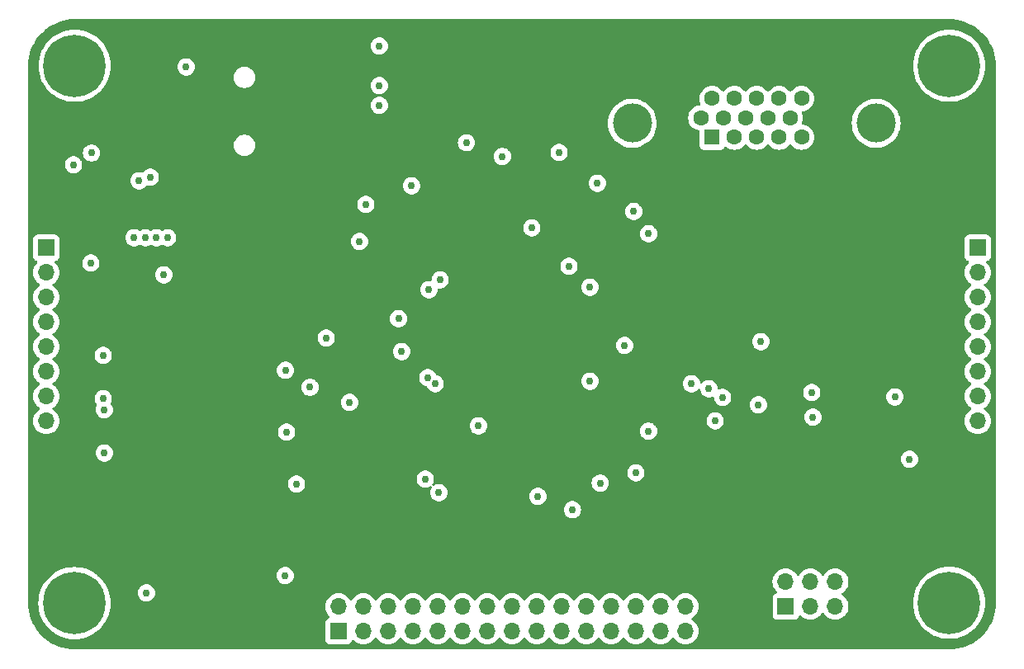
<source format=gbr>
%TF.GenerationSoftware,KiCad,Pcbnew,8.0.7*%
%TF.CreationDate,2025-01-22T16:06:57-05:00*%
%TF.ProjectId,vaudeo,76617564-656f-42e6-9b69-6361645f7063,rev?*%
%TF.SameCoordinates,Original*%
%TF.FileFunction,Copper,L3,Inr*%
%TF.FilePolarity,Positive*%
%FSLAX46Y46*%
G04 Gerber Fmt 4.6, Leading zero omitted, Abs format (unit mm)*
G04 Created by KiCad (PCBNEW 8.0.7) date 2025-01-22 16:06:57*
%MOMM*%
%LPD*%
G01*
G04 APERTURE LIST*
%TA.AperFunction,ComponentPad*%
%ADD10R,1.700000X1.700000*%
%TD*%
%TA.AperFunction,ComponentPad*%
%ADD11O,1.700000X1.700000*%
%TD*%
%TA.AperFunction,ComponentPad*%
%ADD12C,0.800000*%
%TD*%
%TA.AperFunction,ComponentPad*%
%ADD13C,6.400000*%
%TD*%
%TA.AperFunction,ComponentPad*%
%ADD14C,4.000000*%
%TD*%
%TA.AperFunction,ComponentPad*%
%ADD15R,1.600000X1.600000*%
%TD*%
%TA.AperFunction,ComponentPad*%
%ADD16C,1.600000*%
%TD*%
%TA.AperFunction,ViaPad*%
%ADD17C,0.762000*%
%TD*%
G04 APERTURE END LIST*
D10*
%TO.N,Net-(J6-Pin_1)*%
%TO.C,J6*%
X206756000Y-122174000D03*
D11*
%TO.N,Net-(J6-Pin_2)*%
X206756000Y-119634000D03*
%TO.N,CBSEL0*%
X209296000Y-122174000D03*
%TO.N,CBSEL1*%
X209296000Y-119634000D03*
%TO.N,GND*%
X211836000Y-122174000D03*
X211836000Y-119634000D03*
%TD*%
D12*
%TO.N,GND*%
%TO.C,H1*%
X131458000Y-66675000D03*
X132160944Y-64977944D03*
X132160944Y-68372056D03*
X133858000Y-64275000D03*
D13*
X133858000Y-66675000D03*
D12*
X133858000Y-69075000D03*
X135555056Y-64977944D03*
X135555056Y-68372056D03*
X136258000Y-66675000D03*
%TD*%
%TO.N,GND*%
%TO.C,H4*%
X131422269Y-121823926D03*
X132125213Y-120126870D03*
X132125213Y-123520982D03*
X133822269Y-119423926D03*
D13*
X133822269Y-121823926D03*
D12*
X133822269Y-124223926D03*
X135519325Y-120126870D03*
X135519325Y-123520982D03*
X136222269Y-121823926D03*
%TD*%
D10*
%TO.N,SDI*%
%TO.C,J3*%
X226441000Y-85359000D03*
D11*
%TO.N,SDO*%
X226441000Y-87899000D03*
%TO.N,SCK*%
X226441000Y-90439000D03*
%TO.N,~{FLASH_SEL}*%
X226441000Y-92979000D03*
%TO.N,~{FLASH_RESET}*%
X226441000Y-95519000D03*
%TO.N,~{CRESET}*%
X226441000Y-98059000D03*
%TO.N,CDONE*%
X226441000Y-100599000D03*
%TO.N,GND*%
X226441000Y-103139000D03*
%TD*%
D14*
%TO.N,GND*%
%TO.C,J2*%
X216021665Y-72579331D03*
X191021665Y-72579331D03*
D15*
%TO.N,/Video/VGA_RED*%
X199206665Y-73999331D03*
D16*
%TO.N,/Video/VGA_GRN*%
X201496665Y-73999331D03*
%TO.N,/Video/VGA_BLU*%
X203786665Y-73999331D03*
%TO.N,unconnected-(J2-Pad4)*%
X206076665Y-73999331D03*
%TO.N,GND*%
X208366665Y-73999331D03*
X198061665Y-72019331D03*
X200351665Y-72019331D03*
X202641665Y-72019331D03*
%TO.N,unconnected-(J2-Pad9)*%
X204931665Y-72019331D03*
%TO.N,GND*%
X207221665Y-72019331D03*
%TO.N,unconnected-(J2-Pad11)*%
X199206665Y-70039331D03*
%TO.N,unconnected-(J2-Pad12)*%
X201496665Y-70039331D03*
%TO.N,/Video/VGA_HSYNC*%
X203786665Y-70039331D03*
%TO.N,/Video/VGA_VSYNC*%
X206076665Y-70039331D03*
%TO.N,unconnected-(J2-Pad15)*%
X208366665Y-70039331D03*
%TD*%
D12*
%TO.N,GND*%
%TO.C,H3*%
X221120000Y-121793000D03*
X221822944Y-120095944D03*
X221822944Y-123490056D03*
X223520000Y-119393000D03*
D13*
X223520000Y-121793000D03*
D12*
X223520000Y-124193000D03*
X225217056Y-120095944D03*
X225217056Y-123490056D03*
X225920000Y-121793000D03*
%TD*%
D10*
%TO.N,+5V*%
%TO.C,J4*%
X130937000Y-85359000D03*
D11*
X130937000Y-87899000D03*
X130937000Y-90439000D03*
X130937000Y-92979000D03*
%TO.N,GND*%
X130937000Y-95519000D03*
X130937000Y-98059000D03*
X130937000Y-100599000D03*
X130937000Y-103139000D03*
%TD*%
D12*
%TO.N,GND*%
%TO.C,H2*%
X221120000Y-66675000D03*
X221822944Y-64977944D03*
X221822944Y-68372056D03*
X223520000Y-64275000D03*
D13*
X223520000Y-66675000D03*
D12*
X223520000Y-69075000D03*
X225217056Y-64977944D03*
X225217056Y-68372056D03*
X225920000Y-66675000D03*
%TD*%
D10*
%TO.N,DATA0*%
%TO.C,J5*%
X160909000Y-124714000D03*
D11*
%TO.N,CLK*%
X160909000Y-122174000D03*
%TO.N,DATA1*%
X163449000Y-124714000D03*
%TO.N,~{ENABLE}*%
X163449000Y-122174000D03*
%TO.N,DATA2*%
X165989000Y-124714000D03*
%TO.N,~{BYTE}{slash}WORD*%
X165989000Y-122174000D03*
%TO.N,DATA3*%
X168529000Y-124714000D03*
%TO.N,~{WRITE}{slash}READ*%
X168529000Y-122174000D03*
%TO.N,GND*%
X171069000Y-124714000D03*
X171069000Y-122174000D03*
%TO.N,DATA4*%
X173609000Y-124714000D03*
%TO.N,ADDR0*%
X173609000Y-122174000D03*
%TO.N,DATA5*%
X176149000Y-124714000D03*
%TO.N,ADDR1*%
X176149000Y-122174000D03*
%TO.N,DATA6*%
X178689000Y-124714000D03*
%TO.N,ADDR2*%
X178689000Y-122174000D03*
%TO.N,DATA7*%
X181229000Y-124714000D03*
%TO.N,ADDR3*%
X181229000Y-122174000D03*
%TO.N,GND*%
X183769000Y-124714000D03*
X183769000Y-122174000D03*
%TO.N,DATA8*%
X186309000Y-124714000D03*
%TO.N,ADDR4*%
X186309000Y-122174000D03*
%TO.N,DATA9*%
X188849000Y-124714000D03*
%TO.N,ADDR5*%
X188849000Y-122174000D03*
%TO.N,DATA10*%
X191389000Y-124714000D03*
%TO.N,DATA15*%
X191389000Y-122174000D03*
%TO.N,DATA11*%
X193929000Y-124714000D03*
%TO.N,DATA14*%
X193929000Y-122174000D03*
%TO.N,DATA12*%
X196469000Y-124714000D03*
%TO.N,DATA13*%
X196469000Y-122174000D03*
%TD*%
D17*
%TO.N,GND*%
X180721000Y-83312000D03*
X141605000Y-78105000D03*
X191163377Y-81632623D03*
X170815000Y-99314000D03*
X204216000Y-94996000D03*
X155448000Y-118999000D03*
X197104000Y-99314000D03*
X136779000Y-96393000D03*
X171196000Y-110490000D03*
X174018377Y-74577377D03*
X156591000Y-109601000D03*
X143002000Y-88138000D03*
X217948000Y-100660000D03*
X192687377Y-104168377D03*
X145288000Y-66802000D03*
X168402000Y-78994000D03*
X170180000Y-89662000D03*
X136779000Y-100838000D03*
X133731000Y-76835000D03*
X184883623Y-112239623D03*
X187452000Y-78740000D03*
X167064098Y-92637319D03*
X183515000Y-75565000D03*
X135575000Y-75631000D03*
X135509000Y-86918800D03*
X155462000Y-97931000D03*
X167386000Y-96012000D03*
X170053000Y-98679000D03*
X162052000Y-101219000D03*
X192687377Y-83918623D03*
X136906000Y-101981000D03*
X141224000Y-120777000D03*
X169799000Y-109093000D03*
X155575000Y-104267000D03*
X163068000Y-84709000D03*
X165100000Y-64643000D03*
X165100000Y-70739000D03*
X190246000Y-95377000D03*
X186690000Y-99060000D03*
X157988000Y-99673500D03*
X136906000Y-106426000D03*
X140462000Y-78486000D03*
X187734377Y-109502377D03*
X186690000Y-89408000D03*
X165100000Y-68707000D03*
%TO.N,+1V2*%
X177701377Y-75974377D03*
X184531000Y-87249000D03*
X141097000Y-84328000D03*
X181356000Y-110871000D03*
X139954000Y-84328000D03*
X191389000Y-108458000D03*
X175260000Y-103632000D03*
X142240000Y-84328000D03*
X143383000Y-84328000D03*
X163703000Y-80899000D03*
%TO.N,+3V3*%
X207518000Y-97536000D03*
X157988000Y-100965000D03*
X225806000Y-111887000D03*
X173609000Y-86614000D03*
X164719000Y-100711000D03*
X217948000Y-103581000D03*
X188976000Y-86995000D03*
X182118000Y-103632000D03*
X202565000Y-103505000D03*
X164465000Y-88265000D03*
X133477000Y-74549000D03*
X215376000Y-89027000D03*
X215376000Y-92710000D03*
X157988000Y-106531500D03*
X174244000Y-109347000D03*
X139954000Y-96139000D03*
X138049000Y-101209500D03*
X137033000Y-108712000D03*
X137033000Y-104394000D03*
X191163377Y-100612377D03*
X139954000Y-72898000D03*
X142240000Y-72898000D03*
X141097000Y-72898000D03*
X179832000Y-77089000D03*
X224409000Y-107061000D03*
X184277000Y-80264000D03*
X200152000Y-120904000D03*
X206656250Y-89027000D03*
X206656250Y-92710000D03*
X137414000Y-118110000D03*
X195707000Y-95631000D03*
X143383000Y-72898000D03*
%TO.N,SCK*%
X200279000Y-100711000D03*
X203962000Y-101473000D03*
%TO.N,~{FLASH_SEL}*%
X199517000Y-103124000D03*
X198882000Y-99822000D03*
%TO.N,~{FLASH_RESET}*%
X219456000Y-107061000D03*
X209550000Y-102743000D03*
%TO.N,SDI*%
X209423000Y-100203000D03*
%TO.N,SDRAM_CLK*%
X159639000Y-94615000D03*
X171323000Y-88646000D03*
%TD*%
%TA.AperFunction,Conductor*%
%TO.N,+3V3*%
G36*
X223522702Y-61895618D02*
G01*
X223536499Y-61896220D01*
X223931173Y-61913451D01*
X223941910Y-61914391D01*
X224344584Y-61967404D01*
X224355222Y-61969279D01*
X224751749Y-62057188D01*
X224762189Y-62059986D01*
X225149530Y-62182113D01*
X225159676Y-62185806D01*
X225534911Y-62341234D01*
X225544702Y-62345800D01*
X225904942Y-62533329D01*
X225914310Y-62538737D01*
X226256840Y-62756952D01*
X226265699Y-62763155D01*
X226534511Y-62969422D01*
X226587909Y-63010396D01*
X226596195Y-63017350D01*
X226895624Y-63291726D01*
X226903273Y-63299375D01*
X227177649Y-63598804D01*
X227184603Y-63607090D01*
X227431842Y-63929297D01*
X227438047Y-63938159D01*
X227656262Y-64280689D01*
X227661670Y-64290057D01*
X227849196Y-64650290D01*
X227853768Y-64660094D01*
X228009189Y-65035313D01*
X228012889Y-65045479D01*
X228135012Y-65432806D01*
X228137812Y-65443254D01*
X228225718Y-65839769D01*
X228227596Y-65850423D01*
X228280606Y-66253069D01*
X228281549Y-66263845D01*
X228299382Y-66672297D01*
X228299500Y-66677706D01*
X228299500Y-121790293D01*
X228299382Y-121795702D01*
X228281549Y-122204154D01*
X228280606Y-122214930D01*
X228227596Y-122617576D01*
X228225718Y-122628230D01*
X228137812Y-123024745D01*
X228135012Y-123035193D01*
X228012889Y-123422520D01*
X228009189Y-123432686D01*
X227853768Y-123807905D01*
X227849196Y-123817709D01*
X227661670Y-124177942D01*
X227656262Y-124187310D01*
X227438047Y-124529840D01*
X227431842Y-124538702D01*
X227184603Y-124860909D01*
X227177649Y-124869195D01*
X226903273Y-125168624D01*
X226895624Y-125176273D01*
X226596195Y-125450649D01*
X226587909Y-125457603D01*
X226265702Y-125704842D01*
X226256840Y-125711047D01*
X225914310Y-125929262D01*
X225904942Y-125934670D01*
X225544709Y-126122196D01*
X225534905Y-126126768D01*
X225159686Y-126282189D01*
X225149520Y-126285889D01*
X224762193Y-126408012D01*
X224751745Y-126410812D01*
X224355230Y-126498718D01*
X224344576Y-126500596D01*
X223941930Y-126553606D01*
X223931154Y-126554549D01*
X223522703Y-126572382D01*
X223517294Y-126572500D01*
X133860706Y-126572500D01*
X133855297Y-126572382D01*
X133446845Y-126554549D01*
X133436069Y-126553606D01*
X133033423Y-126500596D01*
X133022769Y-126498718D01*
X132626254Y-126410812D01*
X132615806Y-126408012D01*
X132228479Y-126285889D01*
X132218313Y-126282189D01*
X131843094Y-126126768D01*
X131833290Y-126122196D01*
X131473057Y-125934670D01*
X131463689Y-125929262D01*
X131121159Y-125711047D01*
X131112297Y-125704842D01*
X130790090Y-125457603D01*
X130781804Y-125450649D01*
X130482375Y-125176273D01*
X130474726Y-125168624D01*
X130200350Y-124869195D01*
X130193396Y-124860909D01*
X129946157Y-124538702D01*
X129939952Y-124529840D01*
X129721737Y-124187310D01*
X129716329Y-124177942D01*
X129648401Y-124047454D01*
X129528800Y-123817702D01*
X129524231Y-123807905D01*
X129519892Y-123797430D01*
X129368806Y-123432676D01*
X129365110Y-123422520D01*
X129364788Y-123421500D01*
X129242986Y-123035189D01*
X129240187Y-123024745D01*
X129227833Y-122969020D01*
X129152279Y-122628222D01*
X129150403Y-122617576D01*
X129097391Y-122214910D01*
X129096451Y-122204173D01*
X129079850Y-121823925D01*
X130116691Y-121823925D01*
X130116691Y-121823926D01*
X130136991Y-122211265D01*
X130176244Y-122459097D01*
X130197667Y-122594359D01*
X130289768Y-122938087D01*
X130298057Y-122969020D01*
X130437056Y-123331123D01*
X130613146Y-123676719D01*
X130824391Y-124002008D01*
X130950807Y-124158118D01*
X131068488Y-124303442D01*
X131342753Y-124577707D01*
X131342757Y-124577710D01*
X131644186Y-124821803D01*
X131921858Y-125002125D01*
X131969480Y-125033051D01*
X132315075Y-125209140D01*
X132677182Y-125348140D01*
X133051836Y-125448528D01*
X133434931Y-125509204D01*
X133800845Y-125528381D01*
X133822268Y-125529504D01*
X133822269Y-125529504D01*
X133822270Y-125529504D01*
X133842570Y-125528440D01*
X134209607Y-125509204D01*
X134592702Y-125448528D01*
X134967356Y-125348140D01*
X135329463Y-125209140D01*
X135675058Y-125033051D01*
X136000353Y-124821802D01*
X136301785Y-124577707D01*
X136576050Y-124303442D01*
X136820145Y-124002010D01*
X137031394Y-123676715D01*
X137207483Y-123331120D01*
X137346483Y-122969013D01*
X137446871Y-122594359D01*
X137507547Y-122211264D01*
X137509500Y-122173999D01*
X159553341Y-122173999D01*
X159553341Y-122174000D01*
X159573936Y-122409403D01*
X159573938Y-122409413D01*
X159635094Y-122637655D01*
X159635096Y-122637659D01*
X159635097Y-122637663D01*
X159639000Y-122646032D01*
X159734965Y-122851830D01*
X159734967Y-122851834D01*
X159817017Y-122969013D01*
X159870501Y-123045396D01*
X159870506Y-123045402D01*
X159992430Y-123167326D01*
X160025915Y-123228649D01*
X160020931Y-123298341D01*
X159979059Y-123354274D01*
X159948083Y-123371189D01*
X159816669Y-123420203D01*
X159816664Y-123420206D01*
X159701455Y-123506452D01*
X159701452Y-123506455D01*
X159615206Y-123621664D01*
X159615202Y-123621671D01*
X159564908Y-123756517D01*
X159558501Y-123816116D01*
X159558500Y-123816135D01*
X159558500Y-125611870D01*
X159558501Y-125611876D01*
X159564908Y-125671483D01*
X159615202Y-125806328D01*
X159615206Y-125806335D01*
X159701452Y-125921544D01*
X159701455Y-125921547D01*
X159816664Y-126007793D01*
X159816671Y-126007797D01*
X159951517Y-126058091D01*
X159951516Y-126058091D01*
X159958444Y-126058835D01*
X160011127Y-126064500D01*
X161806872Y-126064499D01*
X161866483Y-126058091D01*
X162001331Y-126007796D01*
X162116546Y-125921546D01*
X162202796Y-125806331D01*
X162251810Y-125674916D01*
X162293681Y-125618984D01*
X162359145Y-125594566D01*
X162427418Y-125609417D01*
X162455673Y-125630569D01*
X162577599Y-125752495D01*
X162674384Y-125820265D01*
X162771165Y-125888032D01*
X162771167Y-125888033D01*
X162771170Y-125888035D01*
X162985337Y-125987903D01*
X163213592Y-126049063D01*
X163390034Y-126064500D01*
X163448999Y-126069659D01*
X163449000Y-126069659D01*
X163449001Y-126069659D01*
X163507966Y-126064500D01*
X163684408Y-126049063D01*
X163912663Y-125987903D01*
X164126830Y-125888035D01*
X164320401Y-125752495D01*
X164487495Y-125585401D01*
X164617425Y-125399842D01*
X164672002Y-125356217D01*
X164741500Y-125349023D01*
X164803855Y-125380546D01*
X164820575Y-125399842D01*
X164950500Y-125585395D01*
X164950505Y-125585401D01*
X165117599Y-125752495D01*
X165214384Y-125820265D01*
X165311165Y-125888032D01*
X165311167Y-125888033D01*
X165311170Y-125888035D01*
X165525337Y-125987903D01*
X165753592Y-126049063D01*
X165930034Y-126064500D01*
X165988999Y-126069659D01*
X165989000Y-126069659D01*
X165989001Y-126069659D01*
X166047966Y-126064500D01*
X166224408Y-126049063D01*
X166452663Y-125987903D01*
X166666830Y-125888035D01*
X166860401Y-125752495D01*
X167027495Y-125585401D01*
X167157425Y-125399842D01*
X167212002Y-125356217D01*
X167281500Y-125349023D01*
X167343855Y-125380546D01*
X167360575Y-125399842D01*
X167490500Y-125585395D01*
X167490505Y-125585401D01*
X167657599Y-125752495D01*
X167754384Y-125820265D01*
X167851165Y-125888032D01*
X167851167Y-125888033D01*
X167851170Y-125888035D01*
X168065337Y-125987903D01*
X168293592Y-126049063D01*
X168470034Y-126064500D01*
X168528999Y-126069659D01*
X168529000Y-126069659D01*
X168529001Y-126069659D01*
X168587966Y-126064500D01*
X168764408Y-126049063D01*
X168992663Y-125987903D01*
X169206830Y-125888035D01*
X169400401Y-125752495D01*
X169567495Y-125585401D01*
X169697425Y-125399842D01*
X169752002Y-125356217D01*
X169821500Y-125349023D01*
X169883855Y-125380546D01*
X169900575Y-125399842D01*
X170030500Y-125585395D01*
X170030505Y-125585401D01*
X170197599Y-125752495D01*
X170294384Y-125820265D01*
X170391165Y-125888032D01*
X170391167Y-125888033D01*
X170391170Y-125888035D01*
X170605337Y-125987903D01*
X170833592Y-126049063D01*
X171010034Y-126064500D01*
X171068999Y-126069659D01*
X171069000Y-126069659D01*
X171069001Y-126069659D01*
X171127966Y-126064500D01*
X171304408Y-126049063D01*
X171532663Y-125987903D01*
X171746830Y-125888035D01*
X171940401Y-125752495D01*
X172107495Y-125585401D01*
X172237425Y-125399842D01*
X172292002Y-125356217D01*
X172361500Y-125349023D01*
X172423855Y-125380546D01*
X172440575Y-125399842D01*
X172570500Y-125585395D01*
X172570505Y-125585401D01*
X172737599Y-125752495D01*
X172834384Y-125820265D01*
X172931165Y-125888032D01*
X172931167Y-125888033D01*
X172931170Y-125888035D01*
X173145337Y-125987903D01*
X173373592Y-126049063D01*
X173550034Y-126064500D01*
X173608999Y-126069659D01*
X173609000Y-126069659D01*
X173609001Y-126069659D01*
X173667966Y-126064500D01*
X173844408Y-126049063D01*
X174072663Y-125987903D01*
X174286830Y-125888035D01*
X174480401Y-125752495D01*
X174647495Y-125585401D01*
X174777425Y-125399842D01*
X174832002Y-125356217D01*
X174901500Y-125349023D01*
X174963855Y-125380546D01*
X174980575Y-125399842D01*
X175110500Y-125585395D01*
X175110505Y-125585401D01*
X175277599Y-125752495D01*
X175374384Y-125820265D01*
X175471165Y-125888032D01*
X175471167Y-125888033D01*
X175471170Y-125888035D01*
X175685337Y-125987903D01*
X175913592Y-126049063D01*
X176090034Y-126064500D01*
X176148999Y-126069659D01*
X176149000Y-126069659D01*
X176149001Y-126069659D01*
X176207966Y-126064500D01*
X176384408Y-126049063D01*
X176612663Y-125987903D01*
X176826830Y-125888035D01*
X177020401Y-125752495D01*
X177187495Y-125585401D01*
X177317425Y-125399842D01*
X177372002Y-125356217D01*
X177441500Y-125349023D01*
X177503855Y-125380546D01*
X177520575Y-125399842D01*
X177650500Y-125585395D01*
X177650505Y-125585401D01*
X177817599Y-125752495D01*
X177914384Y-125820265D01*
X178011165Y-125888032D01*
X178011167Y-125888033D01*
X178011170Y-125888035D01*
X178225337Y-125987903D01*
X178453592Y-126049063D01*
X178630034Y-126064500D01*
X178688999Y-126069659D01*
X178689000Y-126069659D01*
X178689001Y-126069659D01*
X178747966Y-126064500D01*
X178924408Y-126049063D01*
X179152663Y-125987903D01*
X179366830Y-125888035D01*
X179560401Y-125752495D01*
X179727495Y-125585401D01*
X179857425Y-125399842D01*
X179912002Y-125356217D01*
X179981500Y-125349023D01*
X180043855Y-125380546D01*
X180060575Y-125399842D01*
X180190500Y-125585395D01*
X180190505Y-125585401D01*
X180357599Y-125752495D01*
X180454384Y-125820265D01*
X180551165Y-125888032D01*
X180551167Y-125888033D01*
X180551170Y-125888035D01*
X180765337Y-125987903D01*
X180993592Y-126049063D01*
X181170034Y-126064500D01*
X181228999Y-126069659D01*
X181229000Y-126069659D01*
X181229001Y-126069659D01*
X181287966Y-126064500D01*
X181464408Y-126049063D01*
X181692663Y-125987903D01*
X181906830Y-125888035D01*
X182100401Y-125752495D01*
X182267495Y-125585401D01*
X182397425Y-125399842D01*
X182452002Y-125356217D01*
X182521500Y-125349023D01*
X182583855Y-125380546D01*
X182600575Y-125399842D01*
X182730500Y-125585395D01*
X182730505Y-125585401D01*
X182897599Y-125752495D01*
X182994384Y-125820265D01*
X183091165Y-125888032D01*
X183091167Y-125888033D01*
X183091170Y-125888035D01*
X183305337Y-125987903D01*
X183533592Y-126049063D01*
X183710034Y-126064500D01*
X183768999Y-126069659D01*
X183769000Y-126069659D01*
X183769001Y-126069659D01*
X183827966Y-126064500D01*
X184004408Y-126049063D01*
X184232663Y-125987903D01*
X184446830Y-125888035D01*
X184640401Y-125752495D01*
X184807495Y-125585401D01*
X184937425Y-125399842D01*
X184992002Y-125356217D01*
X185061500Y-125349023D01*
X185123855Y-125380546D01*
X185140575Y-125399842D01*
X185270500Y-125585395D01*
X185270505Y-125585401D01*
X185437599Y-125752495D01*
X185534384Y-125820265D01*
X185631165Y-125888032D01*
X185631167Y-125888033D01*
X185631170Y-125888035D01*
X185845337Y-125987903D01*
X186073592Y-126049063D01*
X186250034Y-126064500D01*
X186308999Y-126069659D01*
X186309000Y-126069659D01*
X186309001Y-126069659D01*
X186367966Y-126064500D01*
X186544408Y-126049063D01*
X186772663Y-125987903D01*
X186986830Y-125888035D01*
X187180401Y-125752495D01*
X187347495Y-125585401D01*
X187477425Y-125399842D01*
X187532002Y-125356217D01*
X187601500Y-125349023D01*
X187663855Y-125380546D01*
X187680575Y-125399842D01*
X187810500Y-125585395D01*
X187810505Y-125585401D01*
X187977599Y-125752495D01*
X188074384Y-125820265D01*
X188171165Y-125888032D01*
X188171167Y-125888033D01*
X188171170Y-125888035D01*
X188385337Y-125987903D01*
X188613592Y-126049063D01*
X188790034Y-126064500D01*
X188848999Y-126069659D01*
X188849000Y-126069659D01*
X188849001Y-126069659D01*
X188907966Y-126064500D01*
X189084408Y-126049063D01*
X189312663Y-125987903D01*
X189526830Y-125888035D01*
X189720401Y-125752495D01*
X189887495Y-125585401D01*
X190017425Y-125399842D01*
X190072002Y-125356217D01*
X190141500Y-125349023D01*
X190203855Y-125380546D01*
X190220575Y-125399842D01*
X190350500Y-125585395D01*
X190350505Y-125585401D01*
X190517599Y-125752495D01*
X190614384Y-125820265D01*
X190711165Y-125888032D01*
X190711167Y-125888033D01*
X190711170Y-125888035D01*
X190925337Y-125987903D01*
X191153592Y-126049063D01*
X191330034Y-126064500D01*
X191388999Y-126069659D01*
X191389000Y-126069659D01*
X191389001Y-126069659D01*
X191447966Y-126064500D01*
X191624408Y-126049063D01*
X191852663Y-125987903D01*
X192066830Y-125888035D01*
X192260401Y-125752495D01*
X192427495Y-125585401D01*
X192557425Y-125399842D01*
X192612002Y-125356217D01*
X192681500Y-125349023D01*
X192743855Y-125380546D01*
X192760575Y-125399842D01*
X192890500Y-125585395D01*
X192890505Y-125585401D01*
X193057599Y-125752495D01*
X193154384Y-125820265D01*
X193251165Y-125888032D01*
X193251167Y-125888033D01*
X193251170Y-125888035D01*
X193465337Y-125987903D01*
X193693592Y-126049063D01*
X193870034Y-126064500D01*
X193928999Y-126069659D01*
X193929000Y-126069659D01*
X193929001Y-126069659D01*
X193987966Y-126064500D01*
X194164408Y-126049063D01*
X194392663Y-125987903D01*
X194606830Y-125888035D01*
X194800401Y-125752495D01*
X194967495Y-125585401D01*
X195097425Y-125399842D01*
X195152002Y-125356217D01*
X195221500Y-125349023D01*
X195283855Y-125380546D01*
X195300575Y-125399842D01*
X195430500Y-125585395D01*
X195430505Y-125585401D01*
X195597599Y-125752495D01*
X195694384Y-125820265D01*
X195791165Y-125888032D01*
X195791167Y-125888033D01*
X195791170Y-125888035D01*
X196005337Y-125987903D01*
X196233592Y-126049063D01*
X196410034Y-126064500D01*
X196468999Y-126069659D01*
X196469000Y-126069659D01*
X196469001Y-126069659D01*
X196527966Y-126064500D01*
X196704408Y-126049063D01*
X196932663Y-125987903D01*
X197146830Y-125888035D01*
X197340401Y-125752495D01*
X197507495Y-125585401D01*
X197643035Y-125391830D01*
X197742903Y-125177663D01*
X197804063Y-124949408D01*
X197824659Y-124714000D01*
X197804063Y-124478592D01*
X197748846Y-124272516D01*
X197742905Y-124250344D01*
X197742904Y-124250343D01*
X197742903Y-124250337D01*
X197643035Y-124036171D01*
X197637425Y-124028158D01*
X197507494Y-123842597D01*
X197340402Y-123675506D01*
X197340396Y-123675501D01*
X197154842Y-123545575D01*
X197111217Y-123490998D01*
X197104023Y-123421500D01*
X197135546Y-123359145D01*
X197154842Y-123342425D01*
X197217800Y-123298341D01*
X197340401Y-123212495D01*
X197507495Y-123045401D01*
X197643035Y-122851830D01*
X197742903Y-122637663D01*
X197804063Y-122409408D01*
X197824659Y-122174000D01*
X197804063Y-121938592D01*
X197742903Y-121710337D01*
X197643035Y-121496171D01*
X197637425Y-121488158D01*
X197507494Y-121302597D01*
X197340402Y-121135506D01*
X197340395Y-121135501D01*
X197146834Y-120999967D01*
X197146830Y-120999965D01*
X197146828Y-120999964D01*
X196932663Y-120900097D01*
X196932659Y-120900096D01*
X196932655Y-120900094D01*
X196704413Y-120838938D01*
X196704403Y-120838936D01*
X196469001Y-120818341D01*
X196468999Y-120818341D01*
X196233596Y-120838936D01*
X196233586Y-120838938D01*
X196005344Y-120900094D01*
X196005335Y-120900098D01*
X195791171Y-120999964D01*
X195791169Y-120999965D01*
X195597597Y-121135505D01*
X195430505Y-121302597D01*
X195300575Y-121488158D01*
X195245998Y-121531783D01*
X195176500Y-121538977D01*
X195114145Y-121507454D01*
X195097425Y-121488158D01*
X194967494Y-121302597D01*
X194800402Y-121135506D01*
X194800395Y-121135501D01*
X194606834Y-120999967D01*
X194606830Y-120999965D01*
X194606828Y-120999964D01*
X194392663Y-120900097D01*
X194392659Y-120900096D01*
X194392655Y-120900094D01*
X194164413Y-120838938D01*
X194164403Y-120838936D01*
X193929001Y-120818341D01*
X193928999Y-120818341D01*
X193693596Y-120838936D01*
X193693586Y-120838938D01*
X193465344Y-120900094D01*
X193465335Y-120900098D01*
X193251171Y-120999964D01*
X193251169Y-120999965D01*
X193057597Y-121135505D01*
X192890505Y-121302597D01*
X192760575Y-121488158D01*
X192705998Y-121531783D01*
X192636500Y-121538977D01*
X192574145Y-121507454D01*
X192557425Y-121488158D01*
X192427494Y-121302597D01*
X192260402Y-121135506D01*
X192260395Y-121135501D01*
X192066834Y-120999967D01*
X192066830Y-120999965D01*
X192066828Y-120999964D01*
X191852663Y-120900097D01*
X191852659Y-120900096D01*
X191852655Y-120900094D01*
X191624413Y-120838938D01*
X191624403Y-120838936D01*
X191389001Y-120818341D01*
X191388999Y-120818341D01*
X191153596Y-120838936D01*
X191153586Y-120838938D01*
X190925344Y-120900094D01*
X190925335Y-120900098D01*
X190711171Y-120999964D01*
X190711169Y-120999965D01*
X190517597Y-121135505D01*
X190350505Y-121302597D01*
X190220575Y-121488158D01*
X190165998Y-121531783D01*
X190096500Y-121538977D01*
X190034145Y-121507454D01*
X190017425Y-121488158D01*
X189887494Y-121302597D01*
X189720402Y-121135506D01*
X189720395Y-121135501D01*
X189526834Y-120999967D01*
X189526830Y-120999965D01*
X189526828Y-120999964D01*
X189312663Y-120900097D01*
X189312659Y-120900096D01*
X189312655Y-120900094D01*
X189084413Y-120838938D01*
X189084403Y-120838936D01*
X188849001Y-120818341D01*
X188848999Y-120818341D01*
X188613596Y-120838936D01*
X188613586Y-120838938D01*
X188385344Y-120900094D01*
X188385335Y-120900098D01*
X188171171Y-120999964D01*
X188171169Y-120999965D01*
X187977597Y-121135505D01*
X187810505Y-121302597D01*
X187680575Y-121488158D01*
X187625998Y-121531783D01*
X187556500Y-121538977D01*
X187494145Y-121507454D01*
X187477425Y-121488158D01*
X187347494Y-121302597D01*
X187180402Y-121135506D01*
X187180395Y-121135501D01*
X186986834Y-120999967D01*
X186986830Y-120999965D01*
X186986828Y-120999964D01*
X186772663Y-120900097D01*
X186772659Y-120900096D01*
X186772655Y-120900094D01*
X186544413Y-120838938D01*
X186544403Y-120838936D01*
X186309001Y-120818341D01*
X186308999Y-120818341D01*
X186073596Y-120838936D01*
X186073586Y-120838938D01*
X185845344Y-120900094D01*
X185845335Y-120900098D01*
X185631171Y-120999964D01*
X185631169Y-120999965D01*
X185437597Y-121135505D01*
X185270505Y-121302597D01*
X185140575Y-121488158D01*
X185085998Y-121531783D01*
X185016500Y-121538977D01*
X184954145Y-121507454D01*
X184937425Y-121488158D01*
X184807494Y-121302597D01*
X184640402Y-121135506D01*
X184640395Y-121135501D01*
X184446834Y-120999967D01*
X184446830Y-120999965D01*
X184446828Y-120999964D01*
X184232663Y-120900097D01*
X184232659Y-120900096D01*
X184232655Y-120900094D01*
X184004413Y-120838938D01*
X184004403Y-120838936D01*
X183769001Y-120818341D01*
X183768999Y-120818341D01*
X183533596Y-120838936D01*
X183533586Y-120838938D01*
X183305344Y-120900094D01*
X183305335Y-120900098D01*
X183091171Y-120999964D01*
X183091169Y-120999965D01*
X182897597Y-121135505D01*
X182730505Y-121302597D01*
X182600575Y-121488158D01*
X182545998Y-121531783D01*
X182476500Y-121538977D01*
X182414145Y-121507454D01*
X182397425Y-121488158D01*
X182267494Y-121302597D01*
X182100402Y-121135506D01*
X182100395Y-121135501D01*
X181906834Y-120999967D01*
X181906830Y-120999965D01*
X181906828Y-120999964D01*
X181692663Y-120900097D01*
X181692659Y-120900096D01*
X181692655Y-120900094D01*
X181464413Y-120838938D01*
X181464403Y-120838936D01*
X181229001Y-120818341D01*
X181228999Y-120818341D01*
X180993596Y-120838936D01*
X180993586Y-120838938D01*
X180765344Y-120900094D01*
X180765335Y-120900098D01*
X180551171Y-120999964D01*
X180551169Y-120999965D01*
X180357597Y-121135505D01*
X180190505Y-121302597D01*
X180060575Y-121488158D01*
X180005998Y-121531783D01*
X179936500Y-121538977D01*
X179874145Y-121507454D01*
X179857425Y-121488158D01*
X179727494Y-121302597D01*
X179560402Y-121135506D01*
X179560395Y-121135501D01*
X179366834Y-120999967D01*
X179366830Y-120999965D01*
X179366828Y-120999964D01*
X179152663Y-120900097D01*
X179152659Y-120900096D01*
X179152655Y-120900094D01*
X178924413Y-120838938D01*
X178924403Y-120838936D01*
X178689001Y-120818341D01*
X178688999Y-120818341D01*
X178453596Y-120838936D01*
X178453586Y-120838938D01*
X178225344Y-120900094D01*
X178225335Y-120900098D01*
X178011171Y-120999964D01*
X178011169Y-120999965D01*
X177817597Y-121135505D01*
X177650505Y-121302597D01*
X177520575Y-121488158D01*
X177465998Y-121531783D01*
X177396500Y-121538977D01*
X177334145Y-121507454D01*
X177317425Y-121488158D01*
X177187494Y-121302597D01*
X177020402Y-121135506D01*
X177020395Y-121135501D01*
X176826834Y-120999967D01*
X176826830Y-120999965D01*
X176826828Y-120999964D01*
X176612663Y-120900097D01*
X176612659Y-120900096D01*
X176612655Y-120900094D01*
X176384413Y-120838938D01*
X176384403Y-120838936D01*
X176149001Y-120818341D01*
X176148999Y-120818341D01*
X175913596Y-120838936D01*
X175913586Y-120838938D01*
X175685344Y-120900094D01*
X175685335Y-120900098D01*
X175471171Y-120999964D01*
X175471169Y-120999965D01*
X175277597Y-121135505D01*
X175110505Y-121302597D01*
X174980575Y-121488158D01*
X174925998Y-121531783D01*
X174856500Y-121538977D01*
X174794145Y-121507454D01*
X174777425Y-121488158D01*
X174647494Y-121302597D01*
X174480402Y-121135506D01*
X174480395Y-121135501D01*
X174286834Y-120999967D01*
X174286830Y-120999965D01*
X174286828Y-120999964D01*
X174072663Y-120900097D01*
X174072659Y-120900096D01*
X174072655Y-120900094D01*
X173844413Y-120838938D01*
X173844403Y-120838936D01*
X173609001Y-120818341D01*
X173608999Y-120818341D01*
X173373596Y-120838936D01*
X173373586Y-120838938D01*
X173145344Y-120900094D01*
X173145335Y-120900098D01*
X172931171Y-120999964D01*
X172931169Y-120999965D01*
X172737597Y-121135505D01*
X172570505Y-121302597D01*
X172440575Y-121488158D01*
X172385998Y-121531783D01*
X172316500Y-121538977D01*
X172254145Y-121507454D01*
X172237425Y-121488158D01*
X172107494Y-121302597D01*
X171940402Y-121135506D01*
X171940395Y-121135501D01*
X171746834Y-120999967D01*
X171746830Y-120999965D01*
X171746828Y-120999964D01*
X171532663Y-120900097D01*
X171532659Y-120900096D01*
X171532655Y-120900094D01*
X171304413Y-120838938D01*
X171304403Y-120838936D01*
X171069001Y-120818341D01*
X171068999Y-120818341D01*
X170833596Y-120838936D01*
X170833586Y-120838938D01*
X170605344Y-120900094D01*
X170605335Y-120900098D01*
X170391171Y-120999964D01*
X170391169Y-120999965D01*
X170197597Y-121135505D01*
X170030505Y-121302597D01*
X169900575Y-121488158D01*
X169845998Y-121531783D01*
X169776500Y-121538977D01*
X169714145Y-121507454D01*
X169697425Y-121488158D01*
X169567494Y-121302597D01*
X169400402Y-121135506D01*
X169400395Y-121135501D01*
X169206834Y-120999967D01*
X169206830Y-120999965D01*
X169206828Y-120999964D01*
X168992663Y-120900097D01*
X168992659Y-120900096D01*
X168992655Y-120900094D01*
X168764413Y-120838938D01*
X168764403Y-120838936D01*
X168529001Y-120818341D01*
X168528999Y-120818341D01*
X168293596Y-120838936D01*
X168293586Y-120838938D01*
X168065344Y-120900094D01*
X168065335Y-120900098D01*
X167851171Y-120999964D01*
X167851169Y-120999965D01*
X167657597Y-121135505D01*
X167490505Y-121302597D01*
X167360575Y-121488158D01*
X167305998Y-121531783D01*
X167236500Y-121538977D01*
X167174145Y-121507454D01*
X167157425Y-121488158D01*
X167027494Y-121302597D01*
X166860402Y-121135506D01*
X166860395Y-121135501D01*
X166666834Y-120999967D01*
X166666830Y-120999965D01*
X166666828Y-120999964D01*
X166452663Y-120900097D01*
X166452659Y-120900096D01*
X166452655Y-120900094D01*
X166224413Y-120838938D01*
X166224403Y-120838936D01*
X165989001Y-120818341D01*
X165988999Y-120818341D01*
X165753596Y-120838936D01*
X165753586Y-120838938D01*
X165525344Y-120900094D01*
X165525335Y-120900098D01*
X165311171Y-120999964D01*
X165311169Y-120999965D01*
X165117597Y-121135505D01*
X164950505Y-121302597D01*
X164820575Y-121488158D01*
X164765998Y-121531783D01*
X164696500Y-121538977D01*
X164634145Y-121507454D01*
X164617425Y-121488158D01*
X164487494Y-121302597D01*
X164320402Y-121135506D01*
X164320395Y-121135501D01*
X164126834Y-120999967D01*
X164126830Y-120999965D01*
X164126828Y-120999964D01*
X163912663Y-120900097D01*
X163912659Y-120900096D01*
X163912655Y-120900094D01*
X163684413Y-120838938D01*
X163684403Y-120838936D01*
X163449001Y-120818341D01*
X163448999Y-120818341D01*
X163213596Y-120838936D01*
X163213586Y-120838938D01*
X162985344Y-120900094D01*
X162985335Y-120900098D01*
X162771171Y-120999964D01*
X162771169Y-120999965D01*
X162577597Y-121135505D01*
X162410505Y-121302597D01*
X162280575Y-121488158D01*
X162225998Y-121531783D01*
X162156500Y-121538977D01*
X162094145Y-121507454D01*
X162077425Y-121488158D01*
X161947494Y-121302597D01*
X161780402Y-121135506D01*
X161780395Y-121135501D01*
X161586834Y-120999967D01*
X161586830Y-120999965D01*
X161586828Y-120999964D01*
X161372663Y-120900097D01*
X161372659Y-120900096D01*
X161372655Y-120900094D01*
X161144413Y-120838938D01*
X161144403Y-120838936D01*
X160909001Y-120818341D01*
X160908999Y-120818341D01*
X160673596Y-120838936D01*
X160673586Y-120838938D01*
X160445344Y-120900094D01*
X160445335Y-120900098D01*
X160231171Y-120999964D01*
X160231169Y-120999965D01*
X160037597Y-121135505D01*
X159870505Y-121302597D01*
X159734965Y-121496169D01*
X159734964Y-121496171D01*
X159635098Y-121710335D01*
X159635094Y-121710344D01*
X159573938Y-121938586D01*
X159573936Y-121938596D01*
X159553341Y-122173999D01*
X137509500Y-122173999D01*
X137527847Y-121823926D01*
X137507547Y-121436588D01*
X137446871Y-121053493D01*
X137372785Y-120777000D01*
X140337644Y-120777000D01*
X140357013Y-120961286D01*
X140357014Y-120961288D01*
X140414274Y-121137514D01*
X140475787Y-121244058D01*
X140506923Y-121297987D01*
X140511076Y-121302599D01*
X140630906Y-121435686D01*
X140630909Y-121435688D01*
X140630912Y-121435691D01*
X140759805Y-121529337D01*
X140780822Y-121544607D01*
X140950095Y-121619973D01*
X140950098Y-121619973D01*
X140950101Y-121619975D01*
X141131351Y-121658500D01*
X141316649Y-121658500D01*
X141497899Y-121619975D01*
X141497902Y-121619973D01*
X141497904Y-121619973D01*
X141554922Y-121594586D01*
X141667178Y-121544607D01*
X141817088Y-121435691D01*
X141941077Y-121297987D01*
X142033726Y-121137513D01*
X142090987Y-120961284D01*
X142110356Y-120777000D01*
X142090987Y-120592716D01*
X142033726Y-120416487D01*
X141941077Y-120256013D01*
X141892514Y-120202078D01*
X141817093Y-120118313D01*
X141817090Y-120118311D01*
X141817089Y-120118310D01*
X141817088Y-120118309D01*
X141667178Y-120009393D01*
X141667177Y-120009392D01*
X141497904Y-119934026D01*
X141497896Y-119934024D01*
X141316649Y-119895500D01*
X141131351Y-119895500D01*
X140950103Y-119934024D01*
X140950095Y-119934026D01*
X140780822Y-120009392D01*
X140630909Y-120118311D01*
X140630906Y-120118313D01*
X140506922Y-120256014D01*
X140414274Y-120416485D01*
X140357014Y-120592711D01*
X140357013Y-120592713D01*
X140337644Y-120777000D01*
X137372785Y-120777000D01*
X137346483Y-120678839D01*
X137207483Y-120316732D01*
X137031394Y-119971137D01*
X137031391Y-119971132D01*
X136820146Y-119645843D01*
X136576053Y-119344414D01*
X136576050Y-119344410D01*
X136301785Y-119070145D01*
X136213928Y-118999000D01*
X154561644Y-118999000D01*
X154581013Y-119183286D01*
X154581014Y-119183288D01*
X154638274Y-119359514D01*
X154660836Y-119398592D01*
X154730923Y-119519987D01*
X154774112Y-119567954D01*
X154854906Y-119657686D01*
X154854909Y-119657688D01*
X154854912Y-119657691D01*
X155004822Y-119766607D01*
X155174095Y-119841973D01*
X155174098Y-119841973D01*
X155174101Y-119841975D01*
X155355351Y-119880500D01*
X155540649Y-119880500D01*
X155721899Y-119841975D01*
X155721902Y-119841973D01*
X155721904Y-119841973D01*
X155778922Y-119816586D01*
X155891178Y-119766607D01*
X156041088Y-119657691D01*
X156062420Y-119634000D01*
X156062421Y-119633999D01*
X205400341Y-119633999D01*
X205400341Y-119634000D01*
X205420936Y-119869403D01*
X205420938Y-119869413D01*
X205482094Y-120097655D01*
X205482096Y-120097659D01*
X205482097Y-120097663D01*
X205562004Y-120269023D01*
X205581965Y-120311830D01*
X205581967Y-120311834D01*
X205690281Y-120466521D01*
X205717501Y-120505396D01*
X205717506Y-120505402D01*
X205839430Y-120627326D01*
X205872915Y-120688649D01*
X205867931Y-120758341D01*
X205826059Y-120814274D01*
X205795083Y-120831189D01*
X205663669Y-120880203D01*
X205663664Y-120880206D01*
X205548455Y-120966452D01*
X205548452Y-120966455D01*
X205462206Y-121081664D01*
X205462202Y-121081671D01*
X205411908Y-121216517D01*
X205405501Y-121276116D01*
X205405500Y-121276135D01*
X205405500Y-123071870D01*
X205405501Y-123071876D01*
X205411908Y-123131483D01*
X205462202Y-123266328D01*
X205462206Y-123266335D01*
X205548452Y-123381544D01*
X205548455Y-123381547D01*
X205663664Y-123467793D01*
X205663671Y-123467797D01*
X205798517Y-123518091D01*
X205798516Y-123518091D01*
X205805444Y-123518835D01*
X205858127Y-123524500D01*
X207653872Y-123524499D01*
X207713483Y-123518091D01*
X207848331Y-123467796D01*
X207963546Y-123381546D01*
X208049796Y-123266331D01*
X208098810Y-123134916D01*
X208140681Y-123078984D01*
X208206145Y-123054566D01*
X208274418Y-123069417D01*
X208302673Y-123090569D01*
X208424599Y-123212495D01*
X208521384Y-123280265D01*
X208618165Y-123348032D01*
X208618167Y-123348033D01*
X208618170Y-123348035D01*
X208832337Y-123447903D01*
X209060592Y-123509063D01*
X209237034Y-123524500D01*
X209295999Y-123529659D01*
X209296000Y-123529659D01*
X209296001Y-123529659D01*
X209354966Y-123524500D01*
X209531408Y-123509063D01*
X209759663Y-123447903D01*
X209973830Y-123348035D01*
X210167401Y-123212495D01*
X210334495Y-123045401D01*
X210464425Y-122859842D01*
X210519002Y-122816217D01*
X210588500Y-122809023D01*
X210650855Y-122840546D01*
X210667575Y-122859842D01*
X210797500Y-123045395D01*
X210797505Y-123045401D01*
X210964599Y-123212495D01*
X211061384Y-123280265D01*
X211158165Y-123348032D01*
X211158167Y-123348033D01*
X211158170Y-123348035D01*
X211372337Y-123447903D01*
X211600592Y-123509063D01*
X211777034Y-123524500D01*
X211835999Y-123529659D01*
X211836000Y-123529659D01*
X211836001Y-123529659D01*
X211894966Y-123524500D01*
X212071408Y-123509063D01*
X212299663Y-123447903D01*
X212513830Y-123348035D01*
X212707401Y-123212495D01*
X212874495Y-123045401D01*
X213010035Y-122851830D01*
X213109903Y-122637663D01*
X213171063Y-122409408D01*
X213191659Y-122174000D01*
X213171063Y-121938592D01*
X213132052Y-121793000D01*
X219814422Y-121793000D01*
X219834722Y-122180338D01*
X219895398Y-122563433D01*
X219961203Y-122809023D01*
X219995788Y-122938094D01*
X220134787Y-123300197D01*
X220310877Y-123645793D01*
X220522122Y-123971082D01*
X220609494Y-124078977D01*
X220766219Y-124272516D01*
X221040484Y-124546781D01*
X221078678Y-124577710D01*
X221341917Y-124790877D01*
X221667206Y-125002122D01*
X221667211Y-125002125D01*
X221985958Y-125164534D01*
X222011726Y-125177664D01*
X222012806Y-125178214D01*
X222374913Y-125317214D01*
X222749567Y-125417602D01*
X223132662Y-125478278D01*
X223498576Y-125497455D01*
X223519999Y-125498578D01*
X223520000Y-125498578D01*
X223520001Y-125498578D01*
X223540301Y-125497514D01*
X223907338Y-125478278D01*
X224290433Y-125417602D01*
X224665087Y-125317214D01*
X225027194Y-125178214D01*
X225372789Y-125002125D01*
X225698084Y-124790876D01*
X225999516Y-124546781D01*
X226273781Y-124272516D01*
X226517876Y-123971084D01*
X226729125Y-123645789D01*
X226905214Y-123300194D01*
X227044214Y-122938087D01*
X227144602Y-122563433D01*
X227205278Y-122180338D01*
X227225578Y-121793000D01*
X227205278Y-121405662D01*
X227144602Y-121022567D01*
X227044214Y-120647913D01*
X226905214Y-120285806D01*
X226729125Y-119940211D01*
X226729122Y-119940206D01*
X226517877Y-119614917D01*
X226311055Y-119359514D01*
X226273781Y-119313484D01*
X225999516Y-119039219D01*
X225949821Y-118998977D01*
X225698082Y-118795122D01*
X225372793Y-118583877D01*
X225027197Y-118407787D01*
X224665094Y-118268788D01*
X224665087Y-118268786D01*
X224290433Y-118168398D01*
X224290429Y-118168397D01*
X224290428Y-118168397D01*
X223907339Y-118107722D01*
X223520001Y-118087422D01*
X223519999Y-118087422D01*
X223132660Y-118107722D01*
X222749572Y-118168397D01*
X222749570Y-118168397D01*
X222374905Y-118268788D01*
X222012802Y-118407787D01*
X221667206Y-118583877D01*
X221341917Y-118795122D01*
X221040488Y-119039215D01*
X221040480Y-119039222D01*
X220766222Y-119313480D01*
X220766215Y-119313488D01*
X220522122Y-119614917D01*
X220310877Y-119940206D01*
X220134787Y-120285802D01*
X219995788Y-120647905D01*
X219895397Y-121022570D01*
X219895397Y-121022572D01*
X219834722Y-121405660D01*
X219829387Y-121507454D01*
X219814422Y-121793000D01*
X213132052Y-121793000D01*
X213109903Y-121710337D01*
X213010035Y-121496171D01*
X213004425Y-121488158D01*
X212874494Y-121302597D01*
X212707402Y-121135506D01*
X212707396Y-121135501D01*
X212521842Y-121005575D01*
X212478217Y-120950998D01*
X212471023Y-120881500D01*
X212502546Y-120819145D01*
X212521842Y-120802425D01*
X212544026Y-120786891D01*
X212707401Y-120672495D01*
X212874495Y-120505401D01*
X213010035Y-120311830D01*
X213109903Y-120097663D01*
X213171063Y-119869408D01*
X213191659Y-119634000D01*
X213171063Y-119398592D01*
X213109903Y-119170337D01*
X213010035Y-118956171D01*
X213004425Y-118948158D01*
X212874494Y-118762597D01*
X212707402Y-118595506D01*
X212707395Y-118595501D01*
X212690794Y-118583877D01*
X212668521Y-118568281D01*
X212513834Y-118459967D01*
X212513830Y-118459965D01*
X212401934Y-118407787D01*
X212299663Y-118360097D01*
X212299659Y-118360096D01*
X212299655Y-118360094D01*
X212071413Y-118298938D01*
X212071403Y-118298936D01*
X211836001Y-118278341D01*
X211835999Y-118278341D01*
X211600596Y-118298936D01*
X211600586Y-118298938D01*
X211372344Y-118360094D01*
X211372335Y-118360098D01*
X211158171Y-118459964D01*
X211158169Y-118459965D01*
X210964597Y-118595505D01*
X210797505Y-118762597D01*
X210667575Y-118948158D01*
X210612998Y-118991783D01*
X210543500Y-118998977D01*
X210481145Y-118967454D01*
X210464425Y-118948158D01*
X210334494Y-118762597D01*
X210167402Y-118595506D01*
X210167395Y-118595501D01*
X210150794Y-118583877D01*
X210128521Y-118568281D01*
X209973834Y-118459967D01*
X209973830Y-118459965D01*
X209861934Y-118407787D01*
X209759663Y-118360097D01*
X209759659Y-118360096D01*
X209759655Y-118360094D01*
X209531413Y-118298938D01*
X209531403Y-118298936D01*
X209296001Y-118278341D01*
X209295999Y-118278341D01*
X209060596Y-118298936D01*
X209060586Y-118298938D01*
X208832344Y-118360094D01*
X208832335Y-118360098D01*
X208618171Y-118459964D01*
X208618169Y-118459965D01*
X208424597Y-118595505D01*
X208257505Y-118762597D01*
X208127575Y-118948158D01*
X208072998Y-118991783D01*
X208003500Y-118998977D01*
X207941145Y-118967454D01*
X207924425Y-118948158D01*
X207794494Y-118762597D01*
X207627402Y-118595506D01*
X207627395Y-118595501D01*
X207610794Y-118583877D01*
X207588521Y-118568281D01*
X207433834Y-118459967D01*
X207433830Y-118459965D01*
X207321934Y-118407787D01*
X207219663Y-118360097D01*
X207219659Y-118360096D01*
X207219655Y-118360094D01*
X206991413Y-118298938D01*
X206991403Y-118298936D01*
X206756001Y-118278341D01*
X206755999Y-118278341D01*
X206520596Y-118298936D01*
X206520586Y-118298938D01*
X206292344Y-118360094D01*
X206292335Y-118360098D01*
X206078171Y-118459964D01*
X206078169Y-118459965D01*
X205884597Y-118595505D01*
X205717505Y-118762597D01*
X205581965Y-118956169D01*
X205581964Y-118956171D01*
X205482098Y-119170335D01*
X205482094Y-119170344D01*
X205420938Y-119398586D01*
X205420936Y-119398596D01*
X205400341Y-119633999D01*
X156062421Y-119633999D01*
X156079602Y-119614917D01*
X156165077Y-119519987D01*
X156257726Y-119359513D01*
X156314987Y-119183284D01*
X156334356Y-118999000D01*
X156314987Y-118814716D01*
X156257726Y-118638487D01*
X156165077Y-118478013D01*
X156116514Y-118424078D01*
X156041093Y-118340313D01*
X156041090Y-118340311D01*
X156041089Y-118340310D01*
X156041088Y-118340309D01*
X155891178Y-118231393D01*
X155891177Y-118231392D01*
X155721904Y-118156026D01*
X155721896Y-118156024D01*
X155540649Y-118117500D01*
X155355351Y-118117500D01*
X155174103Y-118156024D01*
X155174095Y-118156026D01*
X155004822Y-118231392D01*
X154854909Y-118340311D01*
X154854906Y-118340313D01*
X154730922Y-118478014D01*
X154638274Y-118638485D01*
X154581014Y-118814711D01*
X154581013Y-118814713D01*
X154561644Y-118999000D01*
X136213928Y-118999000D01*
X136161039Y-118956171D01*
X136000351Y-118826048D01*
X135675062Y-118614803D01*
X135329466Y-118438713D01*
X134967363Y-118299714D01*
X134964467Y-118298938D01*
X134592702Y-118199324D01*
X134592698Y-118199323D01*
X134592697Y-118199323D01*
X134209608Y-118138648D01*
X133822270Y-118118348D01*
X133822268Y-118118348D01*
X133434929Y-118138648D01*
X133051841Y-118199323D01*
X133051839Y-118199323D01*
X132677174Y-118299714D01*
X132315071Y-118438713D01*
X131969475Y-118614803D01*
X131644186Y-118826048D01*
X131342757Y-119070141D01*
X131342749Y-119070148D01*
X131068491Y-119344406D01*
X131068484Y-119344414D01*
X130824391Y-119645843D01*
X130613146Y-119971132D01*
X130437056Y-120316728D01*
X130298057Y-120678831D01*
X130197666Y-121053496D01*
X130197666Y-121053498D01*
X130136991Y-121436586D01*
X130116691Y-121823925D01*
X129079850Y-121823925D01*
X129078618Y-121795701D01*
X129078500Y-121790293D01*
X129078500Y-112239623D01*
X183997267Y-112239623D01*
X184016636Y-112423909D01*
X184016637Y-112423911D01*
X184073897Y-112600137D01*
X184146966Y-112726697D01*
X184166546Y-112760610D01*
X184209735Y-112808577D01*
X184290529Y-112898309D01*
X184290532Y-112898311D01*
X184290535Y-112898314D01*
X184440445Y-113007230D01*
X184609718Y-113082596D01*
X184609721Y-113082596D01*
X184609724Y-113082598D01*
X184790974Y-113121123D01*
X184976272Y-113121123D01*
X185157522Y-113082598D01*
X185157525Y-113082596D01*
X185157527Y-113082596D01*
X185214545Y-113057209D01*
X185326801Y-113007230D01*
X185476711Y-112898314D01*
X185600700Y-112760610D01*
X185693349Y-112600136D01*
X185750610Y-112423907D01*
X185769979Y-112239623D01*
X185750610Y-112055339D01*
X185693349Y-111879110D01*
X185600700Y-111718636D01*
X185528642Y-111638607D01*
X185476716Y-111580936D01*
X185476713Y-111580934D01*
X185476712Y-111580933D01*
X185476711Y-111580932D01*
X185326801Y-111472016D01*
X185326800Y-111472015D01*
X185157527Y-111396649D01*
X185157519Y-111396647D01*
X184976272Y-111358123D01*
X184790974Y-111358123D01*
X184609726Y-111396647D01*
X184609718Y-111396649D01*
X184440445Y-111472015D01*
X184290532Y-111580934D01*
X184290529Y-111580936D01*
X184166545Y-111718637D01*
X184073897Y-111879108D01*
X184016637Y-112055334D01*
X184016636Y-112055336D01*
X183997267Y-112239623D01*
X129078500Y-112239623D01*
X129078500Y-109601000D01*
X155704644Y-109601000D01*
X155724013Y-109785286D01*
X155724014Y-109785288D01*
X155781274Y-109961514D01*
X155797432Y-109989500D01*
X155873923Y-110121987D01*
X155909107Y-110161063D01*
X155997906Y-110259686D01*
X155997909Y-110259688D01*
X155997912Y-110259691D01*
X156115814Y-110345352D01*
X156147822Y-110368607D01*
X156317095Y-110443973D01*
X156317098Y-110443973D01*
X156317101Y-110443975D01*
X156498351Y-110482500D01*
X156683649Y-110482500D01*
X156864899Y-110443975D01*
X156864902Y-110443973D01*
X156864904Y-110443973D01*
X156921922Y-110418586D01*
X157034178Y-110368607D01*
X157184088Y-110259691D01*
X157308077Y-110121987D01*
X157400726Y-109961513D01*
X157457987Y-109785284D01*
X157477356Y-109601000D01*
X157457987Y-109416716D01*
X157400726Y-109240487D01*
X157315575Y-109093000D01*
X168912644Y-109093000D01*
X168932013Y-109277286D01*
X168932014Y-109277288D01*
X168989274Y-109453514D01*
X169017485Y-109502377D01*
X169081923Y-109613987D01*
X169125112Y-109661954D01*
X169205906Y-109751686D01*
X169205909Y-109751688D01*
X169205912Y-109751691D01*
X169355816Y-109860603D01*
X169355822Y-109860607D01*
X169525095Y-109935973D01*
X169525098Y-109935973D01*
X169525101Y-109935975D01*
X169706351Y-109974500D01*
X169891649Y-109974500D01*
X170072899Y-109935975D01*
X170072902Y-109935973D01*
X170072904Y-109935973D01*
X170095807Y-109925775D01*
X170242178Y-109860607D01*
X170282498Y-109831313D01*
X170285837Y-109828887D01*
X170351643Y-109805406D01*
X170419697Y-109821231D01*
X170468392Y-109871336D01*
X170482268Y-109939814D01*
X170466110Y-109991203D01*
X170386275Y-110129482D01*
X170386274Y-110129484D01*
X170329014Y-110305711D01*
X170329013Y-110305713D01*
X170309644Y-110490000D01*
X170329013Y-110674286D01*
X170329014Y-110674288D01*
X170386274Y-110850514D01*
X170398102Y-110871000D01*
X170478923Y-111010987D01*
X170518808Y-111055284D01*
X170602906Y-111148686D01*
X170602909Y-111148688D01*
X170602912Y-111148691D01*
X170716907Y-111231513D01*
X170752822Y-111257607D01*
X170922095Y-111332973D01*
X170922098Y-111332973D01*
X170922101Y-111332975D01*
X171103351Y-111371500D01*
X171288649Y-111371500D01*
X171469899Y-111332975D01*
X171469902Y-111332973D01*
X171469904Y-111332973D01*
X171526922Y-111307586D01*
X171639178Y-111257607D01*
X171789088Y-111148691D01*
X171913077Y-111010987D01*
X171993898Y-110871000D01*
X180469644Y-110871000D01*
X180489013Y-111055286D01*
X180489014Y-111055288D01*
X180546274Y-111231514D01*
X180604853Y-111332975D01*
X180638923Y-111391987D01*
X180643120Y-111396648D01*
X180762906Y-111529686D01*
X180762909Y-111529688D01*
X180762912Y-111529691D01*
X180833445Y-111580936D01*
X180912822Y-111638607D01*
X181082095Y-111713973D01*
X181082098Y-111713973D01*
X181082101Y-111713975D01*
X181263351Y-111752500D01*
X181448649Y-111752500D01*
X181629899Y-111713975D01*
X181629902Y-111713973D01*
X181629904Y-111713973D01*
X181686922Y-111688586D01*
X181799178Y-111638607D01*
X181949088Y-111529691D01*
X182073077Y-111391987D01*
X182165726Y-111231513D01*
X182222987Y-111055284D01*
X182242356Y-110871000D01*
X182222987Y-110686716D01*
X182165726Y-110510487D01*
X182073077Y-110350013D01*
X181991751Y-110259691D01*
X181949093Y-110212313D01*
X181949090Y-110212311D01*
X181949089Y-110212310D01*
X181949088Y-110212309D01*
X181835089Y-110129484D01*
X181799177Y-110103392D01*
X181629904Y-110028026D01*
X181629896Y-110028024D01*
X181448649Y-109989500D01*
X181263351Y-109989500D01*
X181082103Y-110028024D01*
X181082095Y-110028026D01*
X180912822Y-110103392D01*
X180762909Y-110212311D01*
X180762906Y-110212313D01*
X180638922Y-110350014D01*
X180546274Y-110510485D01*
X180489014Y-110686711D01*
X180489013Y-110686713D01*
X180469644Y-110871000D01*
X171993898Y-110871000D01*
X172005726Y-110850513D01*
X172062987Y-110674284D01*
X172082356Y-110490000D01*
X172062987Y-110305716D01*
X172005726Y-110129487D01*
X171913077Y-109969013D01*
X171864514Y-109915078D01*
X171789093Y-109831313D01*
X171789090Y-109831311D01*
X171789089Y-109831310D01*
X171789088Y-109831309D01*
X171639178Y-109722393D01*
X171639177Y-109722392D01*
X171469904Y-109647026D01*
X171469896Y-109647024D01*
X171288649Y-109608500D01*
X171103351Y-109608500D01*
X170922103Y-109647024D01*
X170922095Y-109647026D01*
X170752822Y-109722393D01*
X170752818Y-109722395D01*
X170709160Y-109754114D01*
X170643353Y-109777593D01*
X170575300Y-109761767D01*
X170526606Y-109711660D01*
X170512731Y-109643182D01*
X170528889Y-109591795D01*
X170580515Y-109502377D01*
X186848021Y-109502377D01*
X186867390Y-109686663D01*
X186867391Y-109686665D01*
X186924651Y-109862891D01*
X186981591Y-109961514D01*
X187017300Y-110023364D01*
X187021497Y-110028025D01*
X187141283Y-110161063D01*
X187141286Y-110161065D01*
X187141289Y-110161068D01*
X187211822Y-110212313D01*
X187291199Y-110269984D01*
X187460472Y-110345350D01*
X187460475Y-110345350D01*
X187460478Y-110345352D01*
X187641728Y-110383877D01*
X187827026Y-110383877D01*
X188008276Y-110345352D01*
X188008279Y-110345350D01*
X188008281Y-110345350D01*
X188065299Y-110319963D01*
X188177555Y-110269984D01*
X188327465Y-110161068D01*
X188451454Y-110023364D01*
X188544103Y-109862890D01*
X188601364Y-109686661D01*
X188620733Y-109502377D01*
X188601364Y-109318093D01*
X188544103Y-109141864D01*
X188529569Y-109116691D01*
X188508394Y-109080014D01*
X188451454Y-108981390D01*
X188386018Y-108908716D01*
X188327470Y-108843690D01*
X188327467Y-108843688D01*
X188327466Y-108843687D01*
X188327465Y-108843686D01*
X188209563Y-108758025D01*
X188177554Y-108734769D01*
X188008281Y-108659403D01*
X188008273Y-108659401D01*
X187827026Y-108620877D01*
X187641728Y-108620877D01*
X187460480Y-108659401D01*
X187460472Y-108659403D01*
X187291199Y-108734769D01*
X187141286Y-108843688D01*
X187141283Y-108843690D01*
X187017299Y-108981391D01*
X186924651Y-109141862D01*
X186867391Y-109318088D01*
X186867390Y-109318090D01*
X186848021Y-109502377D01*
X170580515Y-109502377D01*
X170608726Y-109453513D01*
X170665987Y-109277284D01*
X170685356Y-109093000D01*
X170665987Y-108908716D01*
X170608726Y-108732487D01*
X170516077Y-108572013D01*
X170467514Y-108518078D01*
X170413420Y-108458000D01*
X190502644Y-108458000D01*
X190522013Y-108642286D01*
X190522014Y-108642288D01*
X190579274Y-108818514D01*
X190631352Y-108908716D01*
X190671923Y-108978987D01*
X190674087Y-108981390D01*
X190795906Y-109116686D01*
X190795909Y-109116688D01*
X190795912Y-109116691D01*
X190945822Y-109225607D01*
X191115095Y-109300973D01*
X191115098Y-109300973D01*
X191115101Y-109300975D01*
X191296351Y-109339500D01*
X191481649Y-109339500D01*
X191662899Y-109300975D01*
X191662902Y-109300973D01*
X191662904Y-109300973D01*
X191719922Y-109275586D01*
X191832178Y-109225607D01*
X191982088Y-109116691D01*
X192003420Y-109093000D01*
X192015113Y-109080013D01*
X192106077Y-108978987D01*
X192198726Y-108818513D01*
X192255987Y-108642284D01*
X192275356Y-108458000D01*
X192255987Y-108273716D01*
X192198726Y-108097487D01*
X192106077Y-107937013D01*
X192057514Y-107883078D01*
X191982093Y-107799313D01*
X191982090Y-107799311D01*
X191982089Y-107799310D01*
X191982088Y-107799309D01*
X191832178Y-107690393D01*
X191832177Y-107690392D01*
X191662904Y-107615026D01*
X191662896Y-107615024D01*
X191481649Y-107576500D01*
X191296351Y-107576500D01*
X191115103Y-107615024D01*
X191115095Y-107615026D01*
X190945822Y-107690392D01*
X190795909Y-107799311D01*
X190795906Y-107799313D01*
X190671922Y-107937014D01*
X190579274Y-108097485D01*
X190522014Y-108273711D01*
X190522013Y-108273713D01*
X190502644Y-108458000D01*
X170413420Y-108458000D01*
X170392093Y-108434313D01*
X170392090Y-108434311D01*
X170392089Y-108434310D01*
X170392088Y-108434309D01*
X170242178Y-108325393D01*
X170242177Y-108325392D01*
X170072904Y-108250026D01*
X170072896Y-108250024D01*
X169891649Y-108211500D01*
X169706351Y-108211500D01*
X169525103Y-108250024D01*
X169525095Y-108250026D01*
X169355822Y-108325392D01*
X169205909Y-108434311D01*
X169205906Y-108434313D01*
X169081922Y-108572014D01*
X168989274Y-108732485D01*
X168932014Y-108908711D01*
X168932013Y-108908713D01*
X168912644Y-109093000D01*
X157315575Y-109093000D01*
X157308077Y-109080013D01*
X157219277Y-108981390D01*
X157184093Y-108942313D01*
X157184090Y-108942311D01*
X157184089Y-108942310D01*
X157184088Y-108942309D01*
X157034178Y-108833393D01*
X157034177Y-108833392D01*
X156864904Y-108758026D01*
X156864896Y-108758024D01*
X156683649Y-108719500D01*
X156498351Y-108719500D01*
X156317103Y-108758024D01*
X156317095Y-108758026D01*
X156147822Y-108833392D01*
X155997909Y-108942311D01*
X155997906Y-108942313D01*
X155873922Y-109080014D01*
X155781274Y-109240485D01*
X155724014Y-109416711D01*
X155724013Y-109416713D01*
X155704644Y-109601000D01*
X129078500Y-109601000D01*
X129078500Y-106426000D01*
X136019644Y-106426000D01*
X136039013Y-106610286D01*
X136039014Y-106610288D01*
X136096274Y-106786514D01*
X136148352Y-106876716D01*
X136188923Y-106946987D01*
X136232112Y-106994954D01*
X136312906Y-107084686D01*
X136312909Y-107084688D01*
X136312912Y-107084691D01*
X136462822Y-107193607D01*
X136632095Y-107268973D01*
X136632098Y-107268973D01*
X136632101Y-107268975D01*
X136813351Y-107307500D01*
X136998649Y-107307500D01*
X137179899Y-107268975D01*
X137179902Y-107268973D01*
X137179904Y-107268973D01*
X137236922Y-107243586D01*
X137349178Y-107193607D01*
X137499088Y-107084691D01*
X137520420Y-107061000D01*
X218569644Y-107061000D01*
X218589013Y-107245286D01*
X218589014Y-107245288D01*
X218646274Y-107421514D01*
X218719343Y-107548074D01*
X218738923Y-107581987D01*
X218782112Y-107629954D01*
X218862906Y-107719686D01*
X218862909Y-107719688D01*
X218862912Y-107719691D01*
X219012822Y-107828607D01*
X219182095Y-107903973D01*
X219182098Y-107903973D01*
X219182101Y-107903975D01*
X219363351Y-107942500D01*
X219548649Y-107942500D01*
X219729899Y-107903975D01*
X219729902Y-107903973D01*
X219729904Y-107903973D01*
X219786922Y-107878586D01*
X219899178Y-107828607D01*
X220049088Y-107719691D01*
X220173077Y-107581987D01*
X220265726Y-107421513D01*
X220322987Y-107245284D01*
X220342356Y-107061000D01*
X220322987Y-106876716D01*
X220265726Y-106700487D01*
X220173077Y-106540013D01*
X220124514Y-106486078D01*
X220049093Y-106402313D01*
X220049090Y-106402311D01*
X220049089Y-106402310D01*
X220049088Y-106402309D01*
X219899178Y-106293393D01*
X219899177Y-106293392D01*
X219729904Y-106218026D01*
X219729896Y-106218024D01*
X219548649Y-106179500D01*
X219363351Y-106179500D01*
X219182103Y-106218024D01*
X219182095Y-106218026D01*
X219012822Y-106293392D01*
X218862909Y-106402311D01*
X218862906Y-106402313D01*
X218738922Y-106540014D01*
X218646274Y-106700485D01*
X218589014Y-106876711D01*
X218589013Y-106876713D01*
X218569644Y-107061000D01*
X137520420Y-107061000D01*
X137525951Y-107054855D01*
X137623077Y-106946987D01*
X137715726Y-106786513D01*
X137772987Y-106610284D01*
X137792356Y-106426000D01*
X137772987Y-106241716D01*
X137715726Y-106065487D01*
X137623077Y-105905013D01*
X137574514Y-105851078D01*
X137499093Y-105767313D01*
X137499090Y-105767311D01*
X137499089Y-105767310D01*
X137499088Y-105767309D01*
X137349178Y-105658393D01*
X137349177Y-105658392D01*
X137179904Y-105583026D01*
X137179896Y-105583024D01*
X136998649Y-105544500D01*
X136813351Y-105544500D01*
X136632103Y-105583024D01*
X136632095Y-105583026D01*
X136462822Y-105658392D01*
X136312909Y-105767311D01*
X136312906Y-105767313D01*
X136188922Y-105905014D01*
X136096274Y-106065485D01*
X136039014Y-106241711D01*
X136039013Y-106241713D01*
X136019644Y-106426000D01*
X129078500Y-106426000D01*
X129078500Y-87898999D01*
X129581341Y-87898999D01*
X129581341Y-87899000D01*
X129601936Y-88134403D01*
X129601938Y-88134413D01*
X129663094Y-88362655D01*
X129663096Y-88362659D01*
X129663097Y-88362663D01*
X129726445Y-88498513D01*
X129762965Y-88576830D01*
X129762967Y-88576834D01*
X129898501Y-88770395D01*
X129898506Y-88770402D01*
X130065597Y-88937493D01*
X130065603Y-88937498D01*
X130251158Y-89067425D01*
X130294783Y-89122002D01*
X130301977Y-89191500D01*
X130270454Y-89253855D01*
X130251158Y-89270575D01*
X130065597Y-89400505D01*
X129898505Y-89567597D01*
X129762965Y-89761169D01*
X129762964Y-89761171D01*
X129663098Y-89975335D01*
X129663094Y-89975344D01*
X129601938Y-90203586D01*
X129601936Y-90203596D01*
X129581341Y-90438999D01*
X129581341Y-90439000D01*
X129601936Y-90674403D01*
X129601938Y-90674413D01*
X129663094Y-90902655D01*
X129663096Y-90902659D01*
X129663097Y-90902663D01*
X129762965Y-91116830D01*
X129762967Y-91116834D01*
X129898501Y-91310395D01*
X129898506Y-91310402D01*
X130065597Y-91477493D01*
X130065603Y-91477498D01*
X130251158Y-91607425D01*
X130294783Y-91662002D01*
X130301977Y-91731500D01*
X130270454Y-91793855D01*
X130251158Y-91810575D01*
X130065597Y-91940505D01*
X129898505Y-92107597D01*
X129762965Y-92301169D01*
X129762964Y-92301171D01*
X129663098Y-92515335D01*
X129663094Y-92515344D01*
X129601938Y-92743586D01*
X129601936Y-92743596D01*
X129581341Y-92978999D01*
X129581341Y-92979000D01*
X129601936Y-93214403D01*
X129601938Y-93214413D01*
X129663094Y-93442655D01*
X129663096Y-93442659D01*
X129663097Y-93442663D01*
X129762965Y-93656830D01*
X129762967Y-93656834D01*
X129898501Y-93850395D01*
X129898506Y-93850402D01*
X130065597Y-94017493D01*
X130065603Y-94017498D01*
X130251158Y-94147425D01*
X130294783Y-94202002D01*
X130301977Y-94271500D01*
X130270454Y-94333855D01*
X130251158Y-94350575D01*
X130065597Y-94480505D01*
X129898505Y-94647597D01*
X129762965Y-94841169D01*
X129762964Y-94841171D01*
X129663098Y-95055335D01*
X129663094Y-95055344D01*
X129601938Y-95283586D01*
X129601936Y-95283596D01*
X129581341Y-95518999D01*
X129581341Y-95519000D01*
X129601936Y-95754403D01*
X129601938Y-95754413D01*
X129663094Y-95982655D01*
X129663096Y-95982659D01*
X129663097Y-95982663D01*
X129738613Y-96144607D01*
X129762965Y-96196830D01*
X129762967Y-96196834D01*
X129898501Y-96390395D01*
X129898506Y-96390402D01*
X130065597Y-96557493D01*
X130065603Y-96557498D01*
X130251158Y-96687425D01*
X130294783Y-96742002D01*
X130301977Y-96811500D01*
X130270454Y-96873855D01*
X130251158Y-96890575D01*
X130065597Y-97020505D01*
X129898505Y-97187597D01*
X129762965Y-97381169D01*
X129762964Y-97381171D01*
X129663098Y-97595335D01*
X129663094Y-97595344D01*
X129601938Y-97823586D01*
X129601936Y-97823596D01*
X129581341Y-98058999D01*
X129581341Y-98059000D01*
X129601936Y-98294403D01*
X129601938Y-98294413D01*
X129663094Y-98522655D01*
X129663096Y-98522659D01*
X129663097Y-98522663D01*
X129694353Y-98589691D01*
X129762965Y-98736830D01*
X129762967Y-98736834D01*
X129898501Y-98930395D01*
X129898506Y-98930402D01*
X130065597Y-99097493D01*
X130065603Y-99097498D01*
X130251158Y-99227425D01*
X130294783Y-99282002D01*
X130301977Y-99351500D01*
X130270454Y-99413855D01*
X130251158Y-99430575D01*
X130065597Y-99560505D01*
X129898505Y-99727597D01*
X129762965Y-99921169D01*
X129762964Y-99921171D01*
X129663098Y-100135335D01*
X129663094Y-100135344D01*
X129601938Y-100363586D01*
X129601936Y-100363596D01*
X129581341Y-100598999D01*
X129581341Y-100599000D01*
X129601936Y-100834403D01*
X129601938Y-100834413D01*
X129663094Y-101062655D01*
X129663096Y-101062659D01*
X129663097Y-101062663D01*
X129718272Y-101180985D01*
X129762965Y-101276830D01*
X129762967Y-101276834D01*
X129898501Y-101470395D01*
X129898506Y-101470402D01*
X130065597Y-101637493D01*
X130065603Y-101637498D01*
X130251158Y-101767425D01*
X130294783Y-101822002D01*
X130301977Y-101891500D01*
X130270454Y-101953855D01*
X130251158Y-101970575D01*
X130065597Y-102100505D01*
X129898505Y-102267597D01*
X129762965Y-102461169D01*
X129762964Y-102461171D01*
X129663098Y-102675335D01*
X129663094Y-102675344D01*
X129601938Y-102903586D01*
X129601936Y-102903596D01*
X129581341Y-103138999D01*
X129581341Y-103139000D01*
X129601936Y-103374403D01*
X129601938Y-103374413D01*
X129663094Y-103602655D01*
X129663096Y-103602659D01*
X129663097Y-103602663D01*
X129729943Y-103746014D01*
X129762965Y-103816830D01*
X129762967Y-103816834D01*
X129868096Y-103966973D01*
X129898505Y-104010401D01*
X130065599Y-104177495D01*
X130162384Y-104245265D01*
X130259165Y-104313032D01*
X130259167Y-104313033D01*
X130259170Y-104313035D01*
X130473337Y-104412903D01*
X130701592Y-104474063D01*
X130889918Y-104490539D01*
X130936999Y-104494659D01*
X130937000Y-104494659D01*
X130937001Y-104494659D01*
X130976234Y-104491226D01*
X131172408Y-104474063D01*
X131400663Y-104412903D01*
X131614830Y-104313035D01*
X131680575Y-104267000D01*
X154688644Y-104267000D01*
X154708013Y-104451286D01*
X154708014Y-104451288D01*
X154765274Y-104627514D01*
X154800982Y-104689362D01*
X154857923Y-104787987D01*
X154893107Y-104827063D01*
X154981906Y-104925686D01*
X154981909Y-104925688D01*
X154981912Y-104925691D01*
X155099814Y-105011352D01*
X155131822Y-105034607D01*
X155301095Y-105109973D01*
X155301098Y-105109973D01*
X155301101Y-105109975D01*
X155482351Y-105148500D01*
X155667649Y-105148500D01*
X155848899Y-105109975D01*
X155848902Y-105109973D01*
X155848904Y-105109973D01*
X155905922Y-105084586D01*
X156018178Y-105034607D01*
X156168088Y-104925691D01*
X156292077Y-104787987D01*
X156384726Y-104627513D01*
X156441987Y-104451284D01*
X156461356Y-104267000D01*
X156441987Y-104082716D01*
X156384726Y-103906487D01*
X156292077Y-103746013D01*
X156203277Y-103647390D01*
X156189420Y-103632000D01*
X174373644Y-103632000D01*
X174393013Y-103816286D01*
X174393014Y-103816288D01*
X174450274Y-103992514D01*
X174502352Y-104082716D01*
X174542923Y-104152987D01*
X174564990Y-104177495D01*
X174666906Y-104290686D01*
X174666909Y-104290688D01*
X174666912Y-104290691D01*
X174752212Y-104352665D01*
X174816822Y-104399607D01*
X174986095Y-104474973D01*
X174986098Y-104474973D01*
X174986101Y-104474975D01*
X175167351Y-104513500D01*
X175352649Y-104513500D01*
X175533899Y-104474975D01*
X175533902Y-104474973D01*
X175533904Y-104474973D01*
X175673310Y-104412905D01*
X175703178Y-104399607D01*
X175853088Y-104290691D01*
X175874420Y-104267000D01*
X175879951Y-104260855D01*
X175963220Y-104168377D01*
X191801021Y-104168377D01*
X191820390Y-104352663D01*
X191820391Y-104352665D01*
X191877651Y-104528891D01*
X191934591Y-104627514D01*
X191970300Y-104689364D01*
X192013489Y-104737331D01*
X192094283Y-104827063D01*
X192094286Y-104827065D01*
X192094289Y-104827068D01*
X192230025Y-104925686D01*
X192244199Y-104935984D01*
X192413472Y-105011350D01*
X192413475Y-105011350D01*
X192413478Y-105011352D01*
X192594728Y-105049877D01*
X192780026Y-105049877D01*
X192961276Y-105011352D01*
X192961279Y-105011350D01*
X192961281Y-105011350D01*
X193018299Y-104985963D01*
X193130555Y-104935984D01*
X193280465Y-104827068D01*
X193404454Y-104689364D01*
X193497103Y-104528890D01*
X193554364Y-104352661D01*
X193573733Y-104168377D01*
X193554364Y-103984093D01*
X193497103Y-103807864D01*
X193482569Y-103782691D01*
X193461394Y-103746014D01*
X193404454Y-103647390D01*
X193349154Y-103585973D01*
X193280470Y-103509690D01*
X193280467Y-103509688D01*
X193280466Y-103509687D01*
X193280465Y-103509686D01*
X193162563Y-103424025D01*
X193130554Y-103400769D01*
X192961281Y-103325403D01*
X192961273Y-103325401D01*
X192780026Y-103286877D01*
X192594728Y-103286877D01*
X192413480Y-103325401D01*
X192413472Y-103325403D01*
X192244199Y-103400769D01*
X192094286Y-103509688D01*
X192094283Y-103509690D01*
X191970299Y-103647391D01*
X191877651Y-103807862D01*
X191820391Y-103984088D01*
X191820390Y-103984090D01*
X191801021Y-104168377D01*
X175963220Y-104168377D01*
X175977077Y-104152987D01*
X176069726Y-103992513D01*
X176126987Y-103816284D01*
X176146356Y-103632000D01*
X176126987Y-103447716D01*
X176069726Y-103271487D01*
X175984575Y-103124000D01*
X198630644Y-103124000D01*
X198650013Y-103308286D01*
X198650014Y-103308288D01*
X198707274Y-103484514D01*
X198765853Y-103585975D01*
X198799923Y-103644987D01*
X198802087Y-103647390D01*
X198923906Y-103782686D01*
X198923909Y-103782688D01*
X198923912Y-103782691D01*
X199073822Y-103891607D01*
X199243095Y-103966973D01*
X199243098Y-103966973D01*
X199243101Y-103966975D01*
X199424351Y-104005500D01*
X199609649Y-104005500D01*
X199790899Y-103966975D01*
X199790902Y-103966973D01*
X199790904Y-103966973D01*
X199847922Y-103941586D01*
X199960178Y-103891607D01*
X200110088Y-103782691D01*
X200234077Y-103644987D01*
X200326726Y-103484513D01*
X200383987Y-103308284D01*
X200403356Y-103124000D01*
X200383987Y-102939716D01*
X200326726Y-102763487D01*
X200314898Y-102743000D01*
X208663644Y-102743000D01*
X208683013Y-102927286D01*
X208683014Y-102927288D01*
X208740274Y-103103514D01*
X208760762Y-103139000D01*
X208832923Y-103263987D01*
X208872808Y-103308284D01*
X208956906Y-103401686D01*
X208956909Y-103401688D01*
X208956912Y-103401691D01*
X209070907Y-103484513D01*
X209106822Y-103510607D01*
X209276095Y-103585973D01*
X209276098Y-103585973D01*
X209276101Y-103585975D01*
X209457351Y-103624500D01*
X209642649Y-103624500D01*
X209823899Y-103585975D01*
X209823902Y-103585973D01*
X209823904Y-103585973D01*
X209880922Y-103560586D01*
X209993178Y-103510607D01*
X210143088Y-103401691D01*
X210143918Y-103400770D01*
X210169951Y-103371855D01*
X210267077Y-103263987D01*
X210359726Y-103103513D01*
X210416987Y-102927284D01*
X210436356Y-102743000D01*
X210416987Y-102558716D01*
X210359726Y-102382487D01*
X210267077Y-102222013D01*
X210185751Y-102131691D01*
X210143093Y-102084313D01*
X210143090Y-102084311D01*
X210143089Y-102084310D01*
X210143088Y-102084309D01*
X210043148Y-102011698D01*
X209993177Y-101975392D01*
X209823904Y-101900026D01*
X209823896Y-101900024D01*
X209642649Y-101861500D01*
X209457351Y-101861500D01*
X209276103Y-101900024D01*
X209276095Y-101900026D01*
X209106822Y-101975392D01*
X208956909Y-102084311D01*
X208956906Y-102084313D01*
X208832922Y-102222014D01*
X208740274Y-102382485D01*
X208683014Y-102558711D01*
X208683013Y-102558713D01*
X208663644Y-102743000D01*
X200314898Y-102743000D01*
X200234077Y-102603013D01*
X200185514Y-102549078D01*
X200110093Y-102465313D01*
X200110090Y-102465311D01*
X200110089Y-102465310D01*
X200110088Y-102465309D01*
X199960178Y-102356393D01*
X199960177Y-102356392D01*
X199790904Y-102281026D01*
X199790896Y-102281024D01*
X199609649Y-102242500D01*
X199424351Y-102242500D01*
X199243103Y-102281024D01*
X199243095Y-102281026D01*
X199073822Y-102356392D01*
X198923909Y-102465311D01*
X198923906Y-102465313D01*
X198799922Y-102603014D01*
X198707274Y-102763485D01*
X198650014Y-102939711D01*
X198650013Y-102939713D01*
X198630644Y-103124000D01*
X175984575Y-103124000D01*
X175977077Y-103111013D01*
X175928514Y-103057078D01*
X175853093Y-102973313D01*
X175853090Y-102973311D01*
X175853089Y-102973310D01*
X175853088Y-102973309D01*
X175703178Y-102864393D01*
X175703177Y-102864392D01*
X175533904Y-102789026D01*
X175533896Y-102789024D01*
X175352649Y-102750500D01*
X175167351Y-102750500D01*
X174986103Y-102789024D01*
X174986095Y-102789026D01*
X174816822Y-102864392D01*
X174666909Y-102973311D01*
X174666906Y-102973313D01*
X174542922Y-103111014D01*
X174450274Y-103271485D01*
X174393014Y-103447711D01*
X174393013Y-103447713D01*
X174373644Y-103632000D01*
X156189420Y-103632000D01*
X156168093Y-103608313D01*
X156168090Y-103608311D01*
X156168089Y-103608310D01*
X156168088Y-103608309D01*
X156018178Y-103499393D01*
X156018177Y-103499392D01*
X155848904Y-103424026D01*
X155848896Y-103424024D01*
X155667649Y-103385500D01*
X155482351Y-103385500D01*
X155301103Y-103424024D01*
X155301095Y-103424026D01*
X155131822Y-103499392D01*
X154981909Y-103608311D01*
X154981906Y-103608313D01*
X154857922Y-103746014D01*
X154765274Y-103906485D01*
X154708014Y-104082711D01*
X154708013Y-104082713D01*
X154688644Y-104267000D01*
X131680575Y-104267000D01*
X131808401Y-104177495D01*
X131975495Y-104010401D01*
X132111035Y-103816830D01*
X132210903Y-103602663D01*
X132272063Y-103374408D01*
X132292659Y-103139000D01*
X132290210Y-103111014D01*
X132278163Y-102973311D01*
X132272063Y-102903592D01*
X132210903Y-102675337D01*
X132111035Y-102461171D01*
X132055941Y-102382487D01*
X131975494Y-102267597D01*
X131808402Y-102100506D01*
X131808396Y-102100501D01*
X131622842Y-101970575D01*
X131579217Y-101915998D01*
X131572023Y-101846500D01*
X131603546Y-101784145D01*
X131622842Y-101767425D01*
X131662030Y-101739985D01*
X131808401Y-101637495D01*
X131975495Y-101470401D01*
X132111035Y-101276830D01*
X132210903Y-101062663D01*
X132271101Y-100838000D01*
X135892644Y-100838000D01*
X135912013Y-101022286D01*
X135912014Y-101022288D01*
X135969274Y-101198514D01*
X136061921Y-101358985D01*
X136114561Y-101417447D01*
X136144791Y-101480438D01*
X136136166Y-101549773D01*
X136129799Y-101562418D01*
X136096273Y-101620487D01*
X136039014Y-101796711D01*
X136039013Y-101796713D01*
X136019644Y-101981000D01*
X136039013Y-102165286D01*
X136039014Y-102165288D01*
X136096274Y-102341514D01*
X136119929Y-102382485D01*
X136188923Y-102501987D01*
X136232112Y-102549954D01*
X136312906Y-102639686D01*
X136312909Y-102639688D01*
X136312912Y-102639691D01*
X136455105Y-102743000D01*
X136462822Y-102748607D01*
X136632095Y-102823973D01*
X136632098Y-102823973D01*
X136632101Y-102823975D01*
X136813351Y-102862500D01*
X136998649Y-102862500D01*
X137179899Y-102823975D01*
X137179902Y-102823973D01*
X137179904Y-102823973D01*
X137236922Y-102798586D01*
X137349178Y-102748607D01*
X137499088Y-102639691D01*
X137623077Y-102501987D01*
X137715726Y-102341513D01*
X137772987Y-102165284D01*
X137792356Y-101981000D01*
X137772987Y-101796716D01*
X137715726Y-101620487D01*
X137623077Y-101460013D01*
X137570435Y-101401549D01*
X137540207Y-101338560D01*
X137548832Y-101269225D01*
X137555190Y-101256597D01*
X137576897Y-101219000D01*
X161165644Y-101219000D01*
X161185013Y-101403286D01*
X161185014Y-101403288D01*
X161242274Y-101579514D01*
X161275751Y-101637498D01*
X161334923Y-101739987D01*
X161374683Y-101784145D01*
X161458906Y-101877686D01*
X161458909Y-101877688D01*
X161458912Y-101877691D01*
X161586756Y-101970575D01*
X161608822Y-101986607D01*
X161778095Y-102061973D01*
X161778098Y-102061973D01*
X161778101Y-102061975D01*
X161959351Y-102100500D01*
X162144649Y-102100500D01*
X162325899Y-102061975D01*
X162325902Y-102061973D01*
X162325904Y-102061973D01*
X162382922Y-102036586D01*
X162495178Y-101986607D01*
X162645088Y-101877691D01*
X162652914Y-101869000D01*
X162684866Y-101833513D01*
X162769077Y-101739987D01*
X162861726Y-101579513D01*
X162918987Y-101403284D01*
X162938356Y-101219000D01*
X162918987Y-101034716D01*
X162861726Y-100858487D01*
X162769077Y-100698013D01*
X162713022Y-100635757D01*
X162645093Y-100560313D01*
X162645090Y-100560311D01*
X162645089Y-100560310D01*
X162645088Y-100560309D01*
X162495178Y-100451393D01*
X162495177Y-100451392D01*
X162325904Y-100376026D01*
X162325896Y-100376024D01*
X162144649Y-100337500D01*
X161959351Y-100337500D01*
X161778103Y-100376024D01*
X161778095Y-100376026D01*
X161608822Y-100451392D01*
X161458909Y-100560311D01*
X161458906Y-100560313D01*
X161334922Y-100698014D01*
X161242274Y-100858485D01*
X161185014Y-101034711D01*
X161185013Y-101034713D01*
X161165644Y-101219000D01*
X137576897Y-101219000D01*
X137588726Y-101198513D01*
X137645987Y-101022284D01*
X137665356Y-100838000D01*
X137645987Y-100653716D01*
X137588726Y-100477487D01*
X137496077Y-100317013D01*
X137447514Y-100263078D01*
X137372093Y-100179313D01*
X137372090Y-100179311D01*
X137372089Y-100179310D01*
X137372088Y-100179309D01*
X137222178Y-100070393D01*
X137222177Y-100070392D01*
X137052904Y-99995026D01*
X137052896Y-99995024D01*
X136871649Y-99956500D01*
X136686351Y-99956500D01*
X136505103Y-99995024D01*
X136505095Y-99995026D01*
X136335822Y-100070392D01*
X136185909Y-100179311D01*
X136185906Y-100179313D01*
X136061922Y-100317014D01*
X135969274Y-100477485D01*
X135912014Y-100653711D01*
X135912013Y-100653713D01*
X135892644Y-100838000D01*
X132271101Y-100838000D01*
X132272063Y-100834408D01*
X132292659Y-100599000D01*
X132272063Y-100363592D01*
X132210903Y-100135337D01*
X132111035Y-99921171D01*
X132080035Y-99876897D01*
X131975494Y-99727597D01*
X131921397Y-99673500D01*
X157101644Y-99673500D01*
X157121013Y-99857786D01*
X157121014Y-99857788D01*
X157178274Y-100034014D01*
X157205752Y-100081607D01*
X157270923Y-100194487D01*
X157314112Y-100242454D01*
X157394906Y-100332186D01*
X157394909Y-100332188D01*
X157394912Y-100332191D01*
X157470744Y-100387286D01*
X157544822Y-100441107D01*
X157714095Y-100516473D01*
X157714098Y-100516473D01*
X157714101Y-100516475D01*
X157895351Y-100555000D01*
X158080649Y-100555000D01*
X158261899Y-100516475D01*
X158261902Y-100516473D01*
X158261904Y-100516473D01*
X158353445Y-100475716D01*
X158431178Y-100441107D01*
X158581088Y-100332191D01*
X158594754Y-100317014D01*
X158610537Y-100299485D01*
X158705077Y-100194487D01*
X158797726Y-100034013D01*
X158854987Y-99857784D01*
X158874356Y-99673500D01*
X158854987Y-99489216D01*
X158797726Y-99312987D01*
X158790813Y-99301014D01*
X158758062Y-99244286D01*
X158705077Y-99152513D01*
X158655537Y-99097493D01*
X158581093Y-99014813D01*
X158581090Y-99014811D01*
X158581089Y-99014810D01*
X158581088Y-99014809D01*
X158431178Y-98905893D01*
X158431177Y-98905892D01*
X158261904Y-98830526D01*
X158261896Y-98830524D01*
X158080649Y-98792000D01*
X157895351Y-98792000D01*
X157714103Y-98830524D01*
X157714095Y-98830526D01*
X157544822Y-98905892D01*
X157394909Y-99014811D01*
X157394906Y-99014813D01*
X157270922Y-99152514D01*
X157178274Y-99312985D01*
X157121014Y-99489211D01*
X157121013Y-99489213D01*
X157101644Y-99673500D01*
X131921397Y-99673500D01*
X131808402Y-99560506D01*
X131808396Y-99560501D01*
X131622842Y-99430575D01*
X131579217Y-99375998D01*
X131572023Y-99306500D01*
X131603546Y-99244145D01*
X131622842Y-99227425D01*
X131714409Y-99163309D01*
X131808401Y-99097495D01*
X131975495Y-98930401D01*
X132111035Y-98736830D01*
X132210903Y-98522663D01*
X132272063Y-98294408D01*
X132292659Y-98059000D01*
X132281460Y-97931000D01*
X154575644Y-97931000D01*
X154595013Y-98115286D01*
X154595014Y-98115288D01*
X154652274Y-98291514D01*
X154722064Y-98412393D01*
X154744923Y-98451987D01*
X154762064Y-98471024D01*
X154868906Y-98589686D01*
X154868909Y-98589688D01*
X154868912Y-98589691D01*
X154959233Y-98655313D01*
X155018822Y-98698607D01*
X155188095Y-98773973D01*
X155188098Y-98773973D01*
X155188101Y-98773975D01*
X155369351Y-98812500D01*
X155554649Y-98812500D01*
X155735899Y-98773975D01*
X155735902Y-98773973D01*
X155735904Y-98773973D01*
X155903201Y-98699487D01*
X155905178Y-98698607D01*
X155932165Y-98679000D01*
X169166644Y-98679000D01*
X169186013Y-98863286D01*
X169186014Y-98863288D01*
X169243274Y-99039514D01*
X169295351Y-99129714D01*
X169335923Y-99199987D01*
X169375683Y-99244145D01*
X169459906Y-99337686D01*
X169459909Y-99337688D01*
X169459912Y-99337691D01*
X169587756Y-99430575D01*
X169609822Y-99446607D01*
X169779095Y-99521973D01*
X169779098Y-99521973D01*
X169779101Y-99521975D01*
X169864309Y-99540086D01*
X169898784Y-99547414D01*
X169960266Y-99580606D01*
X169990934Y-99630384D01*
X170005269Y-99674503D01*
X170005273Y-99674510D01*
X170005274Y-99674513D01*
X170087552Y-99817024D01*
X170097923Y-99834987D01*
X170221906Y-99972686D01*
X170221909Y-99972688D01*
X170221912Y-99972691D01*
X170356386Y-100070392D01*
X170371822Y-100081607D01*
X170541095Y-100156973D01*
X170541098Y-100156973D01*
X170541101Y-100156975D01*
X170722351Y-100195500D01*
X170907649Y-100195500D01*
X171088899Y-100156975D01*
X171088902Y-100156973D01*
X171088904Y-100156973D01*
X171145922Y-100131586D01*
X171258178Y-100081607D01*
X171408088Y-99972691D01*
X171422667Y-99956500D01*
X171442336Y-99934655D01*
X171532077Y-99834987D01*
X171624726Y-99674513D01*
X171681987Y-99498284D01*
X171701356Y-99314000D01*
X171681987Y-99129716D01*
X171659335Y-99060000D01*
X185803644Y-99060000D01*
X185823013Y-99244286D01*
X185823014Y-99244288D01*
X185880274Y-99420514D01*
X185938853Y-99521975D01*
X185972923Y-99580987D01*
X186016112Y-99628954D01*
X186096906Y-99718686D01*
X186096909Y-99718688D01*
X186096912Y-99718691D01*
X186232256Y-99817024D01*
X186246822Y-99827607D01*
X186416095Y-99902973D01*
X186416098Y-99902973D01*
X186416101Y-99902975D01*
X186597351Y-99941500D01*
X186782649Y-99941500D01*
X186963899Y-99902975D01*
X186963902Y-99902973D01*
X186963904Y-99902973D01*
X187036709Y-99870558D01*
X187133178Y-99827607D01*
X187283088Y-99718691D01*
X187407077Y-99580987D01*
X187499726Y-99420513D01*
X187534335Y-99314000D01*
X196217644Y-99314000D01*
X196237013Y-99498286D01*
X196237014Y-99498288D01*
X196294274Y-99674514D01*
X196324923Y-99727599D01*
X196386923Y-99834987D01*
X196418951Y-99870558D01*
X196510906Y-99972686D01*
X196510909Y-99972688D01*
X196510912Y-99972691D01*
X196645386Y-100070392D01*
X196660822Y-100081607D01*
X196830095Y-100156973D01*
X196830098Y-100156973D01*
X196830101Y-100156975D01*
X197011351Y-100195500D01*
X197196649Y-100195500D01*
X197377899Y-100156975D01*
X197377902Y-100156973D01*
X197377904Y-100156973D01*
X197434922Y-100131586D01*
X197547178Y-100081607D01*
X197697088Y-99972691D01*
X197711667Y-99956500D01*
X197743477Y-99921171D01*
X197792260Y-99866991D01*
X197851746Y-99830343D01*
X197921603Y-99831672D01*
X197979651Y-99870558D01*
X198007461Y-99934655D01*
X198007730Y-99936996D01*
X198015013Y-100006284D01*
X198015014Y-100006286D01*
X198015014Y-100006288D01*
X198072274Y-100182514D01*
X198084102Y-100203000D01*
X198164923Y-100342987D01*
X198204808Y-100387284D01*
X198288906Y-100480686D01*
X198288909Y-100480688D01*
X198288912Y-100480691D01*
X198402907Y-100563513D01*
X198438822Y-100589607D01*
X198608095Y-100664973D01*
X198608098Y-100664973D01*
X198608101Y-100664975D01*
X198789351Y-100703500D01*
X198974649Y-100703500D01*
X199155899Y-100664975D01*
X199221524Y-100635756D01*
X199290771Y-100626471D01*
X199354048Y-100656099D01*
X199391262Y-100715233D01*
X199395279Y-100736074D01*
X199412013Y-100895285D01*
X199412014Y-100895288D01*
X199469274Y-101071514D01*
X199492929Y-101112485D01*
X199561923Y-101231987D01*
X199584064Y-101256577D01*
X199685906Y-101369686D01*
X199685909Y-101369688D01*
X199685912Y-101369691D01*
X199765627Y-101427607D01*
X199835822Y-101478607D01*
X200005095Y-101553973D01*
X200005098Y-101553973D01*
X200005101Y-101553975D01*
X200186351Y-101592500D01*
X200371649Y-101592500D01*
X200552899Y-101553975D01*
X200552902Y-101553973D01*
X200552904Y-101553973D01*
X200609922Y-101528586D01*
X200722178Y-101478607D01*
X200729895Y-101473000D01*
X203075644Y-101473000D01*
X203095013Y-101657286D01*
X203095014Y-101657288D01*
X203152274Y-101833514D01*
X203190674Y-101900024D01*
X203244923Y-101993987D01*
X203288112Y-102041954D01*
X203368906Y-102131686D01*
X203368909Y-102131688D01*
X203368912Y-102131691D01*
X203493230Y-102222013D01*
X203518822Y-102240607D01*
X203688095Y-102315973D01*
X203688098Y-102315973D01*
X203688101Y-102315975D01*
X203869351Y-102354500D01*
X204054649Y-102354500D01*
X204235899Y-102315975D01*
X204235902Y-102315973D01*
X204235904Y-102315973D01*
X204292922Y-102290586D01*
X204405178Y-102240607D01*
X204555088Y-102131691D01*
X204679077Y-101993987D01*
X204771726Y-101833513D01*
X204828987Y-101657284D01*
X204848356Y-101473000D01*
X204828987Y-101288716D01*
X204771726Y-101112487D01*
X204679077Y-100952013D01*
X204597751Y-100861691D01*
X204555093Y-100814313D01*
X204555090Y-100814311D01*
X204555089Y-100814310D01*
X204555088Y-100814309D01*
X204447407Y-100736074D01*
X204405177Y-100705392D01*
X204235904Y-100630026D01*
X204235896Y-100630024D01*
X204054649Y-100591500D01*
X203869351Y-100591500D01*
X203688103Y-100630024D01*
X203688095Y-100630026D01*
X203518822Y-100705392D01*
X203368909Y-100814311D01*
X203368906Y-100814313D01*
X203244922Y-100952014D01*
X203152274Y-101112485D01*
X203095014Y-101288711D01*
X203095013Y-101288713D01*
X203075644Y-101473000D01*
X200729895Y-101473000D01*
X200872088Y-101369691D01*
X200996077Y-101231987D01*
X201088726Y-101071513D01*
X201145987Y-100895284D01*
X201165356Y-100711000D01*
X201145987Y-100526716D01*
X201088726Y-100350487D01*
X201003575Y-100203000D01*
X208536644Y-100203000D01*
X208556013Y-100387286D01*
X208556014Y-100387288D01*
X208613274Y-100563514D01*
X208671852Y-100664974D01*
X208705923Y-100723987D01*
X208749112Y-100771954D01*
X208829906Y-100861686D01*
X208829909Y-100861688D01*
X208829912Y-100861691D01*
X208954230Y-100952013D01*
X208979822Y-100970607D01*
X209149095Y-101045973D01*
X209149098Y-101045973D01*
X209149101Y-101045975D01*
X209330351Y-101084500D01*
X209515649Y-101084500D01*
X209696899Y-101045975D01*
X209696902Y-101045973D01*
X209696904Y-101045973D01*
X209754087Y-101020513D01*
X209866178Y-100970607D01*
X210016088Y-100861691D01*
X210031762Y-100844284D01*
X210058751Y-100814309D01*
X210140077Y-100723987D01*
X210177020Y-100660000D01*
X217061644Y-100660000D01*
X217081013Y-100844286D01*
X217081014Y-100844288D01*
X217138274Y-101020514D01*
X217191375Y-101112487D01*
X217230923Y-101180987D01*
X217265150Y-101219000D01*
X217354906Y-101318686D01*
X217354909Y-101318688D01*
X217354912Y-101318691D01*
X217471347Y-101403286D01*
X217504822Y-101427607D01*
X217674095Y-101502973D01*
X217674098Y-101502973D01*
X217674101Y-101502975D01*
X217855351Y-101541500D01*
X218040649Y-101541500D01*
X218221899Y-101502975D01*
X218221902Y-101502973D01*
X218221904Y-101502973D01*
X218318393Y-101460013D01*
X218391178Y-101427607D01*
X218541088Y-101318691D01*
X218665077Y-101180987D01*
X218757726Y-101020513D01*
X218814987Y-100844284D01*
X218834356Y-100660000D01*
X218814987Y-100475716D01*
X218757726Y-100299487D01*
X218665077Y-100139013D01*
X218613389Y-100081607D01*
X218541093Y-100001313D01*
X218541090Y-100001311D01*
X218541089Y-100001310D01*
X218541088Y-100001309D01*
X218430785Y-99921169D01*
X218391177Y-99892392D01*
X218221904Y-99817026D01*
X218221896Y-99817024D01*
X218040649Y-99778500D01*
X217855351Y-99778500D01*
X217674103Y-99817024D01*
X217674095Y-99817026D01*
X217504822Y-99892392D01*
X217354909Y-100001311D01*
X217354906Y-100001313D01*
X217230922Y-100139014D01*
X217138274Y-100299485D01*
X217081014Y-100475711D01*
X217081013Y-100475713D01*
X217061644Y-100660000D01*
X210177020Y-100660000D01*
X210232726Y-100563513D01*
X210289987Y-100387284D01*
X210309356Y-100203000D01*
X210289987Y-100018716D01*
X210232726Y-99842487D01*
X210140077Y-99682013D01*
X210091514Y-99628078D01*
X210016093Y-99544313D01*
X210016090Y-99544311D01*
X210016089Y-99544310D01*
X210016088Y-99544309D01*
X209866178Y-99435393D01*
X209866177Y-99435392D01*
X209696904Y-99360026D01*
X209696896Y-99360024D01*
X209515649Y-99321500D01*
X209330351Y-99321500D01*
X209149103Y-99360024D01*
X209149095Y-99360026D01*
X208979822Y-99435392D01*
X208829909Y-99544311D01*
X208829906Y-99544313D01*
X208705922Y-99682014D01*
X208613274Y-99842485D01*
X208556014Y-100018711D01*
X208556013Y-100018713D01*
X208536644Y-100203000D01*
X201003575Y-100203000D01*
X200996077Y-100190013D01*
X200946845Y-100135335D01*
X200872093Y-100052313D01*
X200872090Y-100052311D01*
X200872089Y-100052310D01*
X200872088Y-100052309D01*
X200722178Y-99943393D01*
X200722177Y-99943392D01*
X200552904Y-99868026D01*
X200552896Y-99868024D01*
X200371649Y-99829500D01*
X200186351Y-99829500D01*
X200005103Y-99868024D01*
X200005095Y-99868026D01*
X199939475Y-99897242D01*
X199870225Y-99906526D01*
X199806949Y-99876897D01*
X199769736Y-99817761D01*
X199765720Y-99796924D01*
X199758434Y-99727599D01*
X199748987Y-99637716D01*
X199691726Y-99461487D01*
X199599077Y-99301013D01*
X199547873Y-99244145D01*
X199475093Y-99163313D01*
X199475090Y-99163311D01*
X199475089Y-99163310D01*
X199475088Y-99163309D01*
X199375148Y-99090698D01*
X199325177Y-99054392D01*
X199155904Y-98979026D01*
X199155896Y-98979024D01*
X198974649Y-98940500D01*
X198789351Y-98940500D01*
X198608103Y-98979024D01*
X198608095Y-98979026D01*
X198438822Y-99054392D01*
X198288909Y-99163311D01*
X198288906Y-99163313D01*
X198193739Y-99269008D01*
X198134252Y-99305657D01*
X198064395Y-99304326D01*
X198006347Y-99265440D01*
X197978537Y-99201343D01*
X197978276Y-99199071D01*
X197970987Y-99129716D01*
X197913726Y-98953487D01*
X197821077Y-98793013D01*
X197770490Y-98736830D01*
X197697093Y-98655313D01*
X197697090Y-98655311D01*
X197697089Y-98655310D01*
X197697088Y-98655309D01*
X197547178Y-98546393D01*
X197547177Y-98546392D01*
X197377904Y-98471026D01*
X197377896Y-98471024D01*
X197196649Y-98432500D01*
X197011351Y-98432500D01*
X196830103Y-98471024D01*
X196830095Y-98471026D01*
X196660822Y-98546392D01*
X196510909Y-98655311D01*
X196510906Y-98655313D01*
X196386922Y-98793014D01*
X196294274Y-98953485D01*
X196237014Y-99129711D01*
X196237013Y-99129713D01*
X196217644Y-99314000D01*
X187534335Y-99314000D01*
X187556987Y-99244284D01*
X187576356Y-99060000D01*
X187556987Y-98875716D01*
X187499726Y-98699487D01*
X187407077Y-98539013D01*
X187358514Y-98485078D01*
X187283093Y-98401313D01*
X187283090Y-98401311D01*
X187283089Y-98401310D01*
X187283088Y-98401309D01*
X187183148Y-98328698D01*
X187133177Y-98292392D01*
X186963904Y-98217026D01*
X186963896Y-98217024D01*
X186782649Y-98178500D01*
X186597351Y-98178500D01*
X186416103Y-98217024D01*
X186416095Y-98217026D01*
X186246822Y-98292392D01*
X186096909Y-98401311D01*
X186096906Y-98401313D01*
X185972922Y-98539014D01*
X185880274Y-98699485D01*
X185823014Y-98875711D01*
X185823013Y-98875713D01*
X185803644Y-99060000D01*
X171659335Y-99060000D01*
X171624726Y-98953487D01*
X171532077Y-98793013D01*
X171481490Y-98736830D01*
X171408093Y-98655313D01*
X171408090Y-98655311D01*
X171408089Y-98655310D01*
X171408088Y-98655309D01*
X171258178Y-98546393D01*
X171258177Y-98546392D01*
X171088904Y-98471026D01*
X171088898Y-98471024D01*
X170969214Y-98445585D01*
X170907732Y-98412393D01*
X170877064Y-98362614D01*
X170862727Y-98318490D01*
X170862726Y-98318489D01*
X170862726Y-98318487D01*
X170770077Y-98158013D01*
X170761832Y-98148856D01*
X170646093Y-98020313D01*
X170646090Y-98020311D01*
X170646089Y-98020310D01*
X170646088Y-98020309D01*
X170496178Y-97911393D01*
X170496177Y-97911392D01*
X170326904Y-97836026D01*
X170326896Y-97836024D01*
X170145649Y-97797500D01*
X169960351Y-97797500D01*
X169779103Y-97836024D01*
X169779095Y-97836026D01*
X169609822Y-97911392D01*
X169459909Y-98020311D01*
X169459906Y-98020313D01*
X169335922Y-98158014D01*
X169243274Y-98318485D01*
X169186014Y-98494711D01*
X169186013Y-98494713D01*
X169166644Y-98679000D01*
X155932165Y-98679000D01*
X156055088Y-98589691D01*
X156179077Y-98451987D01*
X156271726Y-98291513D01*
X156328987Y-98115284D01*
X156348356Y-97931000D01*
X156328987Y-97746716D01*
X156271726Y-97570487D01*
X156179077Y-97410013D01*
X156130514Y-97356078D01*
X156055093Y-97272313D01*
X156055090Y-97272311D01*
X156055089Y-97272310D01*
X156055088Y-97272309D01*
X155905178Y-97163393D01*
X155905177Y-97163392D01*
X155735904Y-97088026D01*
X155735896Y-97088024D01*
X155554649Y-97049500D01*
X155369351Y-97049500D01*
X155188103Y-97088024D01*
X155188095Y-97088026D01*
X155018822Y-97163392D01*
X154868909Y-97272311D01*
X154868906Y-97272313D01*
X154744922Y-97410014D01*
X154652274Y-97570485D01*
X154595014Y-97746711D01*
X154595013Y-97746713D01*
X154575644Y-97931000D01*
X132281460Y-97931000D01*
X132272063Y-97823592D01*
X132210903Y-97595337D01*
X132111035Y-97381171D01*
X132036344Y-97274500D01*
X131975494Y-97187597D01*
X131808402Y-97020506D01*
X131808396Y-97020501D01*
X131622842Y-96890575D01*
X131579217Y-96835998D01*
X131572023Y-96766500D01*
X131603546Y-96704145D01*
X131622842Y-96687425D01*
X131646748Y-96670686D01*
X131808401Y-96557495D01*
X131972896Y-96393000D01*
X135892644Y-96393000D01*
X135912013Y-96577286D01*
X135912014Y-96577288D01*
X135969274Y-96753514D01*
X136027853Y-96854975D01*
X136061923Y-96913987D01*
X136105112Y-96961954D01*
X136185906Y-97051686D01*
X136185909Y-97051688D01*
X136185912Y-97051691D01*
X136335822Y-97160607D01*
X136505095Y-97235973D01*
X136505098Y-97235973D01*
X136505101Y-97235975D01*
X136686351Y-97274500D01*
X136871649Y-97274500D01*
X137052899Y-97235975D01*
X137052902Y-97235973D01*
X137052904Y-97235973D01*
X137161553Y-97187599D01*
X137222178Y-97160607D01*
X137372088Y-97051691D01*
X137496077Y-96913987D01*
X137588726Y-96753513D01*
X137645987Y-96577284D01*
X137665356Y-96393000D01*
X137645987Y-96208716D01*
X137588726Y-96032487D01*
X137576898Y-96012000D01*
X166499644Y-96012000D01*
X166519013Y-96196286D01*
X166519014Y-96196288D01*
X166576274Y-96372514D01*
X166586602Y-96390402D01*
X166668923Y-96532987D01*
X166690990Y-96557495D01*
X166792906Y-96670686D01*
X166792909Y-96670688D01*
X166792912Y-96670691D01*
X166906907Y-96753513D01*
X166942822Y-96779607D01*
X167112095Y-96854973D01*
X167112098Y-96854973D01*
X167112101Y-96854975D01*
X167293351Y-96893500D01*
X167478649Y-96893500D01*
X167659899Y-96854975D01*
X167659902Y-96854973D01*
X167659904Y-96854973D01*
X167757545Y-96811500D01*
X167829178Y-96779607D01*
X167979088Y-96670691D01*
X168103077Y-96532987D01*
X168195726Y-96372513D01*
X168252987Y-96196284D01*
X168272356Y-96012000D01*
X168252987Y-95827716D01*
X168195726Y-95651487D01*
X168103077Y-95491013D01*
X168054514Y-95437078D01*
X168000420Y-95377000D01*
X189359644Y-95377000D01*
X189379013Y-95561286D01*
X189379014Y-95561288D01*
X189436274Y-95737514D01*
X189494853Y-95838975D01*
X189528923Y-95897987D01*
X189572112Y-95945954D01*
X189652906Y-96035686D01*
X189652909Y-96035688D01*
X189652912Y-96035691D01*
X189802822Y-96144607D01*
X189972095Y-96219973D01*
X189972098Y-96219973D01*
X189972101Y-96219975D01*
X190153351Y-96258500D01*
X190338649Y-96258500D01*
X190519899Y-96219975D01*
X190519902Y-96219973D01*
X190519904Y-96219973D01*
X190576922Y-96194586D01*
X190689178Y-96144607D01*
X190839088Y-96035691D01*
X190860420Y-96012000D01*
X190865951Y-96005855D01*
X190963077Y-95897987D01*
X191055726Y-95737513D01*
X191112987Y-95561284D01*
X191132356Y-95377000D01*
X191112987Y-95192716D01*
X191055726Y-95016487D01*
X191043898Y-94996000D01*
X203329644Y-94996000D01*
X203349013Y-95180286D01*
X203349014Y-95180288D01*
X203406274Y-95356514D01*
X203464853Y-95457975D01*
X203498923Y-95516987D01*
X203538808Y-95561284D01*
X203622906Y-95654686D01*
X203622909Y-95654688D01*
X203622912Y-95654691D01*
X203736907Y-95737513D01*
X203772822Y-95763607D01*
X203942095Y-95838973D01*
X203942098Y-95838973D01*
X203942101Y-95838975D01*
X204123351Y-95877500D01*
X204308649Y-95877500D01*
X204489899Y-95838975D01*
X204489902Y-95838973D01*
X204489904Y-95838973D01*
X204546922Y-95813586D01*
X204659178Y-95763607D01*
X204809088Y-95654691D01*
X204933077Y-95516987D01*
X205025726Y-95356513D01*
X205082987Y-95180284D01*
X205102356Y-94996000D01*
X205082987Y-94811716D01*
X205025726Y-94635487D01*
X204933077Y-94475013D01*
X204884514Y-94421078D01*
X204809093Y-94337313D01*
X204809090Y-94337311D01*
X204809089Y-94337310D01*
X204809088Y-94337309D01*
X204659178Y-94228393D01*
X204659177Y-94228392D01*
X204489904Y-94153026D01*
X204489896Y-94153024D01*
X204308649Y-94114500D01*
X204123351Y-94114500D01*
X203942103Y-94153024D01*
X203942095Y-94153026D01*
X203772822Y-94228392D01*
X203622909Y-94337311D01*
X203622906Y-94337313D01*
X203498922Y-94475014D01*
X203406274Y-94635485D01*
X203349014Y-94811711D01*
X203349013Y-94811713D01*
X203329644Y-94996000D01*
X191043898Y-94996000D01*
X190963077Y-94856013D01*
X190911998Y-94799284D01*
X190839093Y-94718313D01*
X190839090Y-94718311D01*
X190839089Y-94718310D01*
X190839088Y-94718309D01*
X190725091Y-94635485D01*
X190689177Y-94609392D01*
X190519904Y-94534026D01*
X190519896Y-94534024D01*
X190338649Y-94495500D01*
X190153351Y-94495500D01*
X189972103Y-94534024D01*
X189972095Y-94534026D01*
X189802822Y-94609392D01*
X189652909Y-94718311D01*
X189652906Y-94718313D01*
X189528922Y-94856014D01*
X189436274Y-95016485D01*
X189379014Y-95192711D01*
X189379013Y-95192713D01*
X189359644Y-95377000D01*
X168000420Y-95377000D01*
X167979093Y-95353313D01*
X167979090Y-95353311D01*
X167979089Y-95353310D01*
X167979088Y-95353309D01*
X167829178Y-95244393D01*
X167829177Y-95244392D01*
X167659904Y-95169026D01*
X167659896Y-95169024D01*
X167478649Y-95130500D01*
X167293351Y-95130500D01*
X167112103Y-95169024D01*
X167112095Y-95169026D01*
X166942822Y-95244392D01*
X166792909Y-95353311D01*
X166792906Y-95353313D01*
X166668922Y-95491014D01*
X166576274Y-95651485D01*
X166519014Y-95827711D01*
X166519013Y-95827713D01*
X166499644Y-96012000D01*
X137576898Y-96012000D01*
X137496077Y-95872013D01*
X137447514Y-95818078D01*
X137372093Y-95734313D01*
X137372090Y-95734311D01*
X137372089Y-95734310D01*
X137372088Y-95734309D01*
X137222178Y-95625393D01*
X137222177Y-95625392D01*
X137052904Y-95550026D01*
X137052896Y-95550024D01*
X136871649Y-95511500D01*
X136686351Y-95511500D01*
X136505103Y-95550024D01*
X136505095Y-95550026D01*
X136335822Y-95625392D01*
X136185909Y-95734311D01*
X136185906Y-95734313D01*
X136061922Y-95872014D01*
X135969274Y-96032485D01*
X135912014Y-96208711D01*
X135912013Y-96208713D01*
X135892644Y-96393000D01*
X131972896Y-96393000D01*
X131975495Y-96390401D01*
X132111035Y-96196830D01*
X132210903Y-95982663D01*
X132272063Y-95754408D01*
X132292659Y-95519000D01*
X132290690Y-95496500D01*
X132278163Y-95353311D01*
X132272063Y-95283592D01*
X132210903Y-95055337D01*
X132111035Y-94841171D01*
X132090411Y-94811716D01*
X131975494Y-94647597D01*
X131942897Y-94615000D01*
X158752644Y-94615000D01*
X158772013Y-94799286D01*
X158772014Y-94799288D01*
X158829274Y-94975514D01*
X158841102Y-94996000D01*
X158921923Y-95135987D01*
X158961808Y-95180284D01*
X159045906Y-95273686D01*
X159045909Y-95273688D01*
X159045912Y-95273691D01*
X159159907Y-95356513D01*
X159195822Y-95382607D01*
X159365095Y-95457973D01*
X159365098Y-95457973D01*
X159365101Y-95457975D01*
X159546351Y-95496500D01*
X159731649Y-95496500D01*
X159912899Y-95457975D01*
X159912902Y-95457973D01*
X159912904Y-95457973D01*
X159969922Y-95432586D01*
X160082178Y-95382607D01*
X160232088Y-95273691D01*
X160356077Y-95135987D01*
X160448726Y-94975513D01*
X160505987Y-94799284D01*
X160525356Y-94615000D01*
X160505987Y-94430716D01*
X160448726Y-94254487D01*
X160356077Y-94094013D01*
X160287180Y-94017495D01*
X160232093Y-93956313D01*
X160232090Y-93956311D01*
X160232089Y-93956310D01*
X160232088Y-93956309D01*
X160086320Y-93850402D01*
X160082177Y-93847392D01*
X159912904Y-93772026D01*
X159912896Y-93772024D01*
X159731649Y-93733500D01*
X159546351Y-93733500D01*
X159365103Y-93772024D01*
X159365095Y-93772026D01*
X159195822Y-93847392D01*
X159045909Y-93956311D01*
X159045906Y-93956313D01*
X158921922Y-94094014D01*
X158829274Y-94254485D01*
X158772014Y-94430711D01*
X158772013Y-94430713D01*
X158752644Y-94615000D01*
X131942897Y-94615000D01*
X131808402Y-94480506D01*
X131808396Y-94480501D01*
X131622842Y-94350575D01*
X131579217Y-94295998D01*
X131572023Y-94226500D01*
X131603546Y-94164145D01*
X131622842Y-94147425D01*
X131669864Y-94114500D01*
X131808401Y-94017495D01*
X131975495Y-93850401D01*
X132111035Y-93656830D01*
X132210903Y-93442663D01*
X132272063Y-93214408D01*
X132292659Y-92979000D01*
X132272063Y-92743592D01*
X132243588Y-92637319D01*
X166177742Y-92637319D01*
X166197111Y-92821605D01*
X166197112Y-92821607D01*
X166254372Y-92997833D01*
X166327441Y-93124393D01*
X166347021Y-93158306D01*
X166390210Y-93206273D01*
X166471004Y-93296005D01*
X166471007Y-93296007D01*
X166471010Y-93296010D01*
X166620920Y-93404926D01*
X166790193Y-93480292D01*
X166790196Y-93480292D01*
X166790199Y-93480294D01*
X166971449Y-93518819D01*
X167156747Y-93518819D01*
X167337997Y-93480294D01*
X167338000Y-93480292D01*
X167338002Y-93480292D01*
X167422535Y-93442655D01*
X167507276Y-93404926D01*
X167657186Y-93296010D01*
X167781175Y-93158306D01*
X167873824Y-92997832D01*
X167931085Y-92821603D01*
X167950454Y-92637319D01*
X167931085Y-92453035D01*
X167873824Y-92276806D01*
X167781175Y-92116332D01*
X167732612Y-92062397D01*
X167657191Y-91978632D01*
X167657188Y-91978630D01*
X167657187Y-91978629D01*
X167657186Y-91978628D01*
X167507276Y-91869712D01*
X167507275Y-91869711D01*
X167338002Y-91794345D01*
X167337994Y-91794343D01*
X167156747Y-91755819D01*
X166971449Y-91755819D01*
X166790201Y-91794343D01*
X166790193Y-91794345D01*
X166620920Y-91869711D01*
X166471007Y-91978630D01*
X166471004Y-91978632D01*
X166347020Y-92116333D01*
X166254372Y-92276804D01*
X166197112Y-92453030D01*
X166197111Y-92453032D01*
X166177742Y-92637319D01*
X132243588Y-92637319D01*
X132210903Y-92515337D01*
X132111035Y-92301171D01*
X132093974Y-92276804D01*
X131975494Y-92107597D01*
X131808402Y-91940506D01*
X131808396Y-91940501D01*
X131622842Y-91810575D01*
X131579217Y-91755998D01*
X131572023Y-91686500D01*
X131603546Y-91624145D01*
X131622842Y-91607425D01*
X131645026Y-91591891D01*
X131808401Y-91477495D01*
X131975495Y-91310401D01*
X132111035Y-91116830D01*
X132210903Y-90902663D01*
X132272063Y-90674408D01*
X132292659Y-90439000D01*
X132272063Y-90203592D01*
X132210903Y-89975337D01*
X132111035Y-89761171D01*
X132041595Y-89662000D01*
X169293644Y-89662000D01*
X169313013Y-89846286D01*
X169313014Y-89846288D01*
X169370274Y-90022514D01*
X169395777Y-90066686D01*
X169462923Y-90182987D01*
X169506112Y-90230954D01*
X169586906Y-90320686D01*
X169586909Y-90320688D01*
X169586912Y-90320691D01*
X169736822Y-90429607D01*
X169906095Y-90504973D01*
X169906098Y-90504973D01*
X169906101Y-90504975D01*
X170087351Y-90543500D01*
X170272649Y-90543500D01*
X170453899Y-90504975D01*
X170453902Y-90504973D01*
X170453904Y-90504973D01*
X170510922Y-90479586D01*
X170623178Y-90429607D01*
X170773088Y-90320691D01*
X170897077Y-90182987D01*
X170989726Y-90022513D01*
X171046987Y-89846284D01*
X171066356Y-89662000D01*
X171065989Y-89658513D01*
X171066356Y-89656508D01*
X171066356Y-89655501D01*
X171066540Y-89655501D01*
X171078554Y-89589785D01*
X171126282Y-89538758D01*
X171194021Y-89521636D01*
X171215087Y-89524255D01*
X171230351Y-89527500D01*
X171230352Y-89527500D01*
X171415649Y-89527500D01*
X171596899Y-89488975D01*
X171596902Y-89488973D01*
X171596904Y-89488973D01*
X171653922Y-89463586D01*
X171766178Y-89413607D01*
X171773895Y-89408000D01*
X185803644Y-89408000D01*
X185823013Y-89592286D01*
X185823014Y-89592288D01*
X185880274Y-89768514D01*
X185925175Y-89846284D01*
X185972923Y-89928987D01*
X186014655Y-89975335D01*
X186096906Y-90066686D01*
X186096909Y-90066688D01*
X186096912Y-90066691D01*
X186246822Y-90175607D01*
X186416095Y-90250973D01*
X186416098Y-90250973D01*
X186416101Y-90250975D01*
X186597351Y-90289500D01*
X186782649Y-90289500D01*
X186963899Y-90250975D01*
X186963902Y-90250973D01*
X186963904Y-90250973D01*
X187020922Y-90225586D01*
X187133178Y-90175607D01*
X187283088Y-90066691D01*
X187407077Y-89928987D01*
X187499726Y-89768513D01*
X187556987Y-89592284D01*
X187576356Y-89408000D01*
X187556987Y-89223716D01*
X187499726Y-89047487D01*
X187407077Y-88887013D01*
X187346251Y-88819459D01*
X187283093Y-88749313D01*
X187283090Y-88749311D01*
X187283089Y-88749310D01*
X187283088Y-88749309D01*
X187183148Y-88676698D01*
X187133177Y-88640392D01*
X186963904Y-88565026D01*
X186963896Y-88565024D01*
X186782649Y-88526500D01*
X186597351Y-88526500D01*
X186416103Y-88565024D01*
X186416095Y-88565026D01*
X186246822Y-88640392D01*
X186096909Y-88749311D01*
X186096906Y-88749313D01*
X185972922Y-88887014D01*
X185880274Y-89047485D01*
X185823014Y-89223711D01*
X185823013Y-89223713D01*
X185803644Y-89408000D01*
X171773895Y-89408000D01*
X171916088Y-89304691D01*
X172040077Y-89166987D01*
X172132726Y-89006513D01*
X172189987Y-88830284D01*
X172209356Y-88646000D01*
X172189987Y-88461716D01*
X172132726Y-88285487D01*
X172040077Y-88125013D01*
X171991514Y-88071078D01*
X171916093Y-87987313D01*
X171916090Y-87987311D01*
X171916089Y-87987310D01*
X171916088Y-87987309D01*
X171766178Y-87878393D01*
X171766177Y-87878392D01*
X171596904Y-87803026D01*
X171596896Y-87803024D01*
X171415649Y-87764500D01*
X171230351Y-87764500D01*
X171049103Y-87803024D01*
X171049095Y-87803026D01*
X170879822Y-87878392D01*
X170729909Y-87987311D01*
X170729906Y-87987313D01*
X170605922Y-88125014D01*
X170513274Y-88285485D01*
X170456014Y-88461711D01*
X170456013Y-88461713D01*
X170456013Y-88461716D01*
X170437234Y-88640393D01*
X170436644Y-88646002D01*
X170437011Y-88649495D01*
X170436644Y-88651501D01*
X170436644Y-88652498D01*
X170436462Y-88652498D01*
X170424440Y-88718225D01*
X170376706Y-88769247D01*
X170308965Y-88786363D01*
X170287913Y-88783744D01*
X170278037Y-88781645D01*
X170272649Y-88780500D01*
X170087351Y-88780500D01*
X169906103Y-88819024D01*
X169906095Y-88819026D01*
X169736822Y-88894392D01*
X169586909Y-89003311D01*
X169586906Y-89003313D01*
X169462922Y-89141014D01*
X169370274Y-89301485D01*
X169313014Y-89477711D01*
X169313013Y-89477713D01*
X169293644Y-89662000D01*
X132041595Y-89662000D01*
X132039156Y-89658516D01*
X131975494Y-89567597D01*
X131808402Y-89400506D01*
X131808396Y-89400501D01*
X131622842Y-89270575D01*
X131579217Y-89215998D01*
X131572023Y-89146500D01*
X131603546Y-89084145D01*
X131622842Y-89067425D01*
X131691287Y-89019499D01*
X131808401Y-88937495D01*
X131975495Y-88770401D01*
X132111035Y-88576830D01*
X132210903Y-88362663D01*
X132271101Y-88138000D01*
X142115644Y-88138000D01*
X142135013Y-88322286D01*
X142135014Y-88322288D01*
X142192274Y-88498514D01*
X142208432Y-88526500D01*
X142284923Y-88658987D01*
X142328112Y-88706954D01*
X142408906Y-88796686D01*
X142408909Y-88796688D01*
X142408912Y-88796691D01*
X142533230Y-88887013D01*
X142558822Y-88905607D01*
X142728095Y-88980973D01*
X142728098Y-88980973D01*
X142728101Y-88980975D01*
X142909351Y-89019500D01*
X143094649Y-89019500D01*
X143275899Y-88980975D01*
X143275902Y-88980973D01*
X143275904Y-88980973D01*
X143332922Y-88955586D01*
X143445178Y-88905607D01*
X143595088Y-88796691D01*
X143604388Y-88786363D01*
X143637751Y-88749309D01*
X143719077Y-88658987D01*
X143811726Y-88498513D01*
X143868987Y-88322284D01*
X143888356Y-88138000D01*
X143868987Y-87953716D01*
X143811726Y-87777487D01*
X143719077Y-87617013D01*
X143670514Y-87563078D01*
X143595093Y-87479313D01*
X143595090Y-87479311D01*
X143595089Y-87479310D01*
X143595088Y-87479309D01*
X143445178Y-87370393D01*
X143445177Y-87370392D01*
X143275904Y-87295026D01*
X143275896Y-87295024D01*
X143094649Y-87256500D01*
X142909351Y-87256500D01*
X142728103Y-87295024D01*
X142728095Y-87295026D01*
X142558822Y-87370392D01*
X142408909Y-87479311D01*
X142408906Y-87479313D01*
X142284922Y-87617014D01*
X142192274Y-87777485D01*
X142135014Y-87953711D01*
X142135013Y-87953713D01*
X142115644Y-88138000D01*
X132271101Y-88138000D01*
X132272063Y-88134408D01*
X132292659Y-87899000D01*
X132272063Y-87663592D01*
X132210903Y-87435337D01*
X132111035Y-87221171D01*
X132028351Y-87103086D01*
X131975496Y-87027600D01*
X131975495Y-87027599D01*
X131866696Y-86918800D01*
X134622644Y-86918800D01*
X134642013Y-87103086D01*
X134642014Y-87103088D01*
X134699274Y-87279314D01*
X134772343Y-87405874D01*
X134791923Y-87439787D01*
X134827509Y-87479309D01*
X134915906Y-87577486D01*
X134915909Y-87577488D01*
X134915912Y-87577491D01*
X135065822Y-87686407D01*
X135235095Y-87761773D01*
X135235098Y-87761773D01*
X135235101Y-87761775D01*
X135416351Y-87800300D01*
X135601649Y-87800300D01*
X135782899Y-87761775D01*
X135782902Y-87761773D01*
X135782904Y-87761773D01*
X135839922Y-87736386D01*
X135952178Y-87686407D01*
X136102088Y-87577491D01*
X136226077Y-87439787D01*
X136318726Y-87279313D01*
X136328575Y-87249000D01*
X183644644Y-87249000D01*
X183664013Y-87433286D01*
X183664014Y-87433288D01*
X183721274Y-87609514D01*
X183765668Y-87686407D01*
X183813923Y-87769987D01*
X183857112Y-87817954D01*
X183937906Y-87907686D01*
X183937909Y-87907688D01*
X183937912Y-87907691D01*
X184087822Y-88016607D01*
X184257095Y-88091973D01*
X184257098Y-88091973D01*
X184257101Y-88091975D01*
X184438351Y-88130500D01*
X184623649Y-88130500D01*
X184804899Y-88091975D01*
X184804902Y-88091973D01*
X184804904Y-88091973D01*
X184861922Y-88066586D01*
X184974178Y-88016607D01*
X185124088Y-87907691D01*
X185131914Y-87899000D01*
X185131915Y-87898999D01*
X225085341Y-87898999D01*
X225085341Y-87899000D01*
X225105936Y-88134403D01*
X225105938Y-88134413D01*
X225167094Y-88362655D01*
X225167096Y-88362659D01*
X225167097Y-88362663D01*
X225230445Y-88498513D01*
X225266965Y-88576830D01*
X225266967Y-88576834D01*
X225402501Y-88770395D01*
X225402506Y-88770402D01*
X225569597Y-88937493D01*
X225569603Y-88937498D01*
X225755158Y-89067425D01*
X225798783Y-89122002D01*
X225805977Y-89191500D01*
X225774454Y-89253855D01*
X225755158Y-89270575D01*
X225569597Y-89400505D01*
X225402505Y-89567597D01*
X225266965Y-89761169D01*
X225266964Y-89761171D01*
X225167098Y-89975335D01*
X225167094Y-89975344D01*
X225105938Y-90203586D01*
X225105936Y-90203596D01*
X225085341Y-90438999D01*
X225085341Y-90439000D01*
X225105936Y-90674403D01*
X225105938Y-90674413D01*
X225167094Y-90902655D01*
X225167096Y-90902659D01*
X225167097Y-90902663D01*
X225266965Y-91116830D01*
X225266967Y-91116834D01*
X225402501Y-91310395D01*
X225402506Y-91310402D01*
X225569597Y-91477493D01*
X225569603Y-91477498D01*
X225755158Y-91607425D01*
X225798783Y-91662002D01*
X225805977Y-91731500D01*
X225774454Y-91793855D01*
X225755158Y-91810575D01*
X225569597Y-91940505D01*
X225402505Y-92107597D01*
X225266965Y-92301169D01*
X225266964Y-92301171D01*
X225167098Y-92515335D01*
X225167094Y-92515344D01*
X225105938Y-92743586D01*
X225105936Y-92743596D01*
X225085341Y-92978999D01*
X225085341Y-92979000D01*
X225105936Y-93214403D01*
X225105938Y-93214413D01*
X225167094Y-93442655D01*
X225167096Y-93442659D01*
X225167097Y-93442663D01*
X225266965Y-93656830D01*
X225266967Y-93656834D01*
X225402501Y-93850395D01*
X225402506Y-93850402D01*
X225569597Y-94017493D01*
X225569603Y-94017498D01*
X225755158Y-94147425D01*
X225798783Y-94202002D01*
X225805977Y-94271500D01*
X225774454Y-94333855D01*
X225755158Y-94350575D01*
X225569597Y-94480505D01*
X225402505Y-94647597D01*
X225266965Y-94841169D01*
X225266964Y-94841171D01*
X225167098Y-95055335D01*
X225167094Y-95055344D01*
X225105938Y-95283586D01*
X225105936Y-95283596D01*
X225085341Y-95518999D01*
X225085341Y-95519000D01*
X225105936Y-95754403D01*
X225105938Y-95754413D01*
X225167094Y-95982655D01*
X225167096Y-95982659D01*
X225167097Y-95982663D01*
X225242613Y-96144607D01*
X225266965Y-96196830D01*
X225266967Y-96196834D01*
X225402501Y-96390395D01*
X225402506Y-96390402D01*
X225569597Y-96557493D01*
X225569603Y-96557498D01*
X225755158Y-96687425D01*
X225798783Y-96742002D01*
X225805977Y-96811500D01*
X225774454Y-96873855D01*
X225755158Y-96890575D01*
X225569597Y-97020505D01*
X225402505Y-97187597D01*
X225266965Y-97381169D01*
X225266964Y-97381171D01*
X225167098Y-97595335D01*
X225167094Y-97595344D01*
X225105938Y-97823586D01*
X225105936Y-97823596D01*
X225085341Y-98058999D01*
X225085341Y-98059000D01*
X225105936Y-98294403D01*
X225105938Y-98294413D01*
X225167094Y-98522655D01*
X225167096Y-98522659D01*
X225167097Y-98522663D01*
X225198353Y-98589691D01*
X225266965Y-98736830D01*
X225266967Y-98736834D01*
X225402501Y-98930395D01*
X225402506Y-98930402D01*
X225569597Y-99097493D01*
X225569603Y-99097498D01*
X225755158Y-99227425D01*
X225798783Y-99282002D01*
X225805977Y-99351500D01*
X225774454Y-99413855D01*
X225755158Y-99430575D01*
X225569597Y-99560505D01*
X225402505Y-99727597D01*
X225266965Y-99921169D01*
X225266964Y-99921171D01*
X225167098Y-100135335D01*
X225167094Y-100135344D01*
X225105938Y-100363586D01*
X225105936Y-100363596D01*
X225085341Y-100598999D01*
X225085341Y-100599000D01*
X225105936Y-100834403D01*
X225105938Y-100834413D01*
X225167094Y-101062655D01*
X225167096Y-101062659D01*
X225167097Y-101062663D01*
X225222272Y-101180985D01*
X225266965Y-101276830D01*
X225266967Y-101276834D01*
X225402501Y-101470395D01*
X225402506Y-101470402D01*
X225569597Y-101637493D01*
X225569603Y-101637498D01*
X225755158Y-101767425D01*
X225798783Y-101822002D01*
X225805977Y-101891500D01*
X225774454Y-101953855D01*
X225755158Y-101970575D01*
X225569597Y-102100505D01*
X225402505Y-102267597D01*
X225266965Y-102461169D01*
X225266964Y-102461171D01*
X225167098Y-102675335D01*
X225167094Y-102675344D01*
X225105938Y-102903586D01*
X225105936Y-102903596D01*
X225085341Y-103138999D01*
X225085341Y-103139000D01*
X225105936Y-103374403D01*
X225105938Y-103374413D01*
X225167094Y-103602655D01*
X225167096Y-103602659D01*
X225167097Y-103602663D01*
X225233943Y-103746014D01*
X225266965Y-103816830D01*
X225266967Y-103816834D01*
X225372096Y-103966973D01*
X225402505Y-104010401D01*
X225569599Y-104177495D01*
X225666384Y-104245265D01*
X225763165Y-104313032D01*
X225763167Y-104313033D01*
X225763170Y-104313035D01*
X225977337Y-104412903D01*
X226205592Y-104474063D01*
X226393918Y-104490539D01*
X226440999Y-104494659D01*
X226441000Y-104494659D01*
X226441001Y-104494659D01*
X226480234Y-104491226D01*
X226676408Y-104474063D01*
X226904663Y-104412903D01*
X227118830Y-104313035D01*
X227312401Y-104177495D01*
X227479495Y-104010401D01*
X227615035Y-103816830D01*
X227714903Y-103602663D01*
X227776063Y-103374408D01*
X227796659Y-103139000D01*
X227794210Y-103111014D01*
X227782163Y-102973311D01*
X227776063Y-102903592D01*
X227714903Y-102675337D01*
X227615035Y-102461171D01*
X227559941Y-102382487D01*
X227479494Y-102267597D01*
X227312402Y-102100506D01*
X227312396Y-102100501D01*
X227126842Y-101970575D01*
X227083217Y-101915998D01*
X227076023Y-101846500D01*
X227107546Y-101784145D01*
X227126842Y-101767425D01*
X227166030Y-101739985D01*
X227312401Y-101637495D01*
X227479495Y-101470401D01*
X227615035Y-101276830D01*
X227714903Y-101062663D01*
X227776063Y-100834408D01*
X227796659Y-100599000D01*
X227776063Y-100363592D01*
X227714903Y-100135337D01*
X227615035Y-99921171D01*
X227584035Y-99876897D01*
X227479494Y-99727597D01*
X227312402Y-99560506D01*
X227312396Y-99560501D01*
X227126842Y-99430575D01*
X227083217Y-99375998D01*
X227076023Y-99306500D01*
X227107546Y-99244145D01*
X227126842Y-99227425D01*
X227218409Y-99163309D01*
X227312401Y-99097495D01*
X227479495Y-98930401D01*
X227615035Y-98736830D01*
X227714903Y-98522663D01*
X227776063Y-98294408D01*
X227796659Y-98059000D01*
X227776063Y-97823592D01*
X227714903Y-97595337D01*
X227615035Y-97381171D01*
X227540344Y-97274500D01*
X227479494Y-97187597D01*
X227312402Y-97020506D01*
X227312396Y-97020501D01*
X227126842Y-96890575D01*
X227083217Y-96835998D01*
X227076023Y-96766500D01*
X227107546Y-96704145D01*
X227126842Y-96687425D01*
X227150748Y-96670686D01*
X227312401Y-96557495D01*
X227479495Y-96390401D01*
X227615035Y-96196830D01*
X227714903Y-95982663D01*
X227776063Y-95754408D01*
X227796659Y-95519000D01*
X227794690Y-95496500D01*
X227782163Y-95353311D01*
X227776063Y-95283592D01*
X227714903Y-95055337D01*
X227615035Y-94841171D01*
X227594411Y-94811716D01*
X227479494Y-94647597D01*
X227312402Y-94480506D01*
X227312396Y-94480501D01*
X227126842Y-94350575D01*
X227083217Y-94295998D01*
X227076023Y-94226500D01*
X227107546Y-94164145D01*
X227126842Y-94147425D01*
X227173864Y-94114500D01*
X227312401Y-94017495D01*
X227479495Y-93850401D01*
X227615035Y-93656830D01*
X227714903Y-93442663D01*
X227776063Y-93214408D01*
X227796659Y-92979000D01*
X227776063Y-92743592D01*
X227714903Y-92515337D01*
X227615035Y-92301171D01*
X227597974Y-92276804D01*
X227479494Y-92107597D01*
X227312402Y-91940506D01*
X227312396Y-91940501D01*
X227126842Y-91810575D01*
X227083217Y-91755998D01*
X227076023Y-91686500D01*
X227107546Y-91624145D01*
X227126842Y-91607425D01*
X227149026Y-91591891D01*
X227312401Y-91477495D01*
X227479495Y-91310401D01*
X227615035Y-91116830D01*
X227714903Y-90902663D01*
X227776063Y-90674408D01*
X227796659Y-90439000D01*
X227776063Y-90203592D01*
X227714903Y-89975337D01*
X227615035Y-89761171D01*
X227543156Y-89658516D01*
X227479494Y-89567597D01*
X227312402Y-89400506D01*
X227312396Y-89400501D01*
X227126842Y-89270575D01*
X227083217Y-89215998D01*
X227076023Y-89146500D01*
X227107546Y-89084145D01*
X227126842Y-89067425D01*
X227195287Y-89019499D01*
X227312401Y-88937495D01*
X227479495Y-88770401D01*
X227615035Y-88576830D01*
X227714903Y-88362663D01*
X227776063Y-88134408D01*
X227796659Y-87899000D01*
X227776063Y-87663592D01*
X227714903Y-87435337D01*
X227615035Y-87221171D01*
X227532351Y-87103086D01*
X227479496Y-87027600D01*
X227479495Y-87027599D01*
X227357567Y-86905671D01*
X227324084Y-86844351D01*
X227329068Y-86774659D01*
X227370939Y-86718725D01*
X227401915Y-86701810D01*
X227533331Y-86652796D01*
X227648546Y-86566546D01*
X227734796Y-86451331D01*
X227785091Y-86316483D01*
X227791500Y-86256873D01*
X227791499Y-84461128D01*
X227785091Y-84401517D01*
X227765311Y-84348485D01*
X227734797Y-84266671D01*
X227734793Y-84266664D01*
X227648547Y-84151455D01*
X227648544Y-84151452D01*
X227533335Y-84065206D01*
X227533328Y-84065202D01*
X227398482Y-84014908D01*
X227398483Y-84014908D01*
X227338883Y-84008501D01*
X227338881Y-84008500D01*
X227338873Y-84008500D01*
X227338864Y-84008500D01*
X225543129Y-84008500D01*
X225543123Y-84008501D01*
X225483516Y-84014908D01*
X225348671Y-84065202D01*
X225348664Y-84065206D01*
X225233455Y-84151452D01*
X225233452Y-84151455D01*
X225147206Y-84266664D01*
X225147202Y-84266671D01*
X225096908Y-84401517D01*
X225092813Y-84439610D01*
X225090501Y-84461123D01*
X225090500Y-84461135D01*
X225090500Y-86256870D01*
X225090501Y-86256876D01*
X225096908Y-86316483D01*
X225147202Y-86451328D01*
X225147206Y-86451335D01*
X225233452Y-86566544D01*
X225233455Y-86566547D01*
X225348664Y-86652793D01*
X225348671Y-86652797D01*
X225480081Y-86701810D01*
X225536015Y-86743681D01*
X225560432Y-86809145D01*
X225545580Y-86877418D01*
X225524430Y-86905673D01*
X225402503Y-87027600D01*
X225266965Y-87221169D01*
X225266964Y-87221171D01*
X225197381Y-87370393D01*
X225168053Y-87433288D01*
X225167098Y-87435335D01*
X225167094Y-87435344D01*
X225105938Y-87663586D01*
X225105936Y-87663596D01*
X225085341Y-87898999D01*
X185131915Y-87898999D01*
X185150951Y-87877855D01*
X185248077Y-87769987D01*
X185340726Y-87609513D01*
X185397987Y-87433284D01*
X185417356Y-87249000D01*
X185397987Y-87064716D01*
X185340726Y-86888487D01*
X185248077Y-86728013D01*
X185199514Y-86674078D01*
X185124093Y-86590313D01*
X185124090Y-86590311D01*
X185124089Y-86590310D01*
X185124088Y-86590309D01*
X184974178Y-86481393D01*
X184974177Y-86481392D01*
X184804904Y-86406026D01*
X184804896Y-86406024D01*
X184623649Y-86367500D01*
X184438351Y-86367500D01*
X184257103Y-86406024D01*
X184257095Y-86406026D01*
X184087822Y-86481392D01*
X183937909Y-86590311D01*
X183937906Y-86590313D01*
X183813922Y-86728014D01*
X183721274Y-86888485D01*
X183664014Y-87064711D01*
X183664013Y-87064713D01*
X183644644Y-87249000D01*
X136328575Y-87249000D01*
X136375987Y-87103084D01*
X136395356Y-86918800D01*
X136375987Y-86734516D01*
X136318726Y-86558287D01*
X136226077Y-86397813D01*
X136177514Y-86343878D01*
X136102093Y-86260113D01*
X136102090Y-86260111D01*
X136102089Y-86260110D01*
X136102088Y-86260109D01*
X135952178Y-86151193D01*
X135952177Y-86151192D01*
X135782904Y-86075826D01*
X135782896Y-86075824D01*
X135601649Y-86037300D01*
X135416351Y-86037300D01*
X135235103Y-86075824D01*
X135235095Y-86075826D01*
X135065822Y-86151192D01*
X134915909Y-86260111D01*
X134915906Y-86260113D01*
X134791922Y-86397814D01*
X134699274Y-86558285D01*
X134642014Y-86734511D01*
X134642013Y-86734513D01*
X134622644Y-86918800D01*
X131866696Y-86918800D01*
X131853567Y-86905671D01*
X131820084Y-86844351D01*
X131825068Y-86774659D01*
X131866939Y-86718725D01*
X131897915Y-86701810D01*
X132029331Y-86652796D01*
X132144546Y-86566546D01*
X132230796Y-86451331D01*
X132281091Y-86316483D01*
X132287500Y-86256873D01*
X132287499Y-84461128D01*
X132281091Y-84401517D01*
X132261311Y-84348485D01*
X132253671Y-84328000D01*
X139067644Y-84328000D01*
X139087013Y-84512286D01*
X139087014Y-84512288D01*
X139144274Y-84688514D01*
X139156102Y-84709000D01*
X139236923Y-84848987D01*
X139276808Y-84893284D01*
X139360906Y-84986686D01*
X139360909Y-84986688D01*
X139360912Y-84986691D01*
X139474907Y-85069513D01*
X139510822Y-85095607D01*
X139680095Y-85170973D01*
X139680098Y-85170973D01*
X139680101Y-85170975D01*
X139861351Y-85209500D01*
X140046649Y-85209500D01*
X140227899Y-85170975D01*
X140227902Y-85170973D01*
X140227904Y-85170973D01*
X140284922Y-85145586D01*
X140397178Y-85095607D01*
X140452614Y-85055329D01*
X140518421Y-85031850D01*
X140586475Y-85047675D01*
X140598386Y-85055330D01*
X140653822Y-85095607D01*
X140823095Y-85170973D01*
X140823098Y-85170973D01*
X140823101Y-85170975D01*
X141004351Y-85209500D01*
X141189649Y-85209500D01*
X141370899Y-85170975D01*
X141370902Y-85170973D01*
X141370904Y-85170973D01*
X141427922Y-85145586D01*
X141540178Y-85095607D01*
X141595614Y-85055329D01*
X141661421Y-85031850D01*
X141729475Y-85047675D01*
X141741386Y-85055330D01*
X141796822Y-85095607D01*
X141966095Y-85170973D01*
X141966098Y-85170973D01*
X141966101Y-85170975D01*
X142147351Y-85209500D01*
X142332649Y-85209500D01*
X142513899Y-85170975D01*
X142513902Y-85170973D01*
X142513904Y-85170973D01*
X142570922Y-85145586D01*
X142683178Y-85095607D01*
X142738614Y-85055329D01*
X142804421Y-85031850D01*
X142872475Y-85047675D01*
X142884386Y-85055330D01*
X142939822Y-85095607D01*
X143109095Y-85170973D01*
X143109098Y-85170973D01*
X143109101Y-85170975D01*
X143290351Y-85209500D01*
X143475649Y-85209500D01*
X143656899Y-85170975D01*
X143656902Y-85170973D01*
X143656904Y-85170973D01*
X143713922Y-85145586D01*
X143826178Y-85095607D01*
X143976088Y-84986691D01*
X144100077Y-84848987D01*
X144180898Y-84709000D01*
X162181644Y-84709000D01*
X162201013Y-84893286D01*
X162201014Y-84893288D01*
X162258274Y-85069514D01*
X162316853Y-85170975D01*
X162350923Y-85229987D01*
X162394112Y-85277954D01*
X162474906Y-85367686D01*
X162474909Y-85367688D01*
X162474912Y-85367691D01*
X162624822Y-85476607D01*
X162794095Y-85551973D01*
X162794098Y-85551973D01*
X162794101Y-85551975D01*
X162975351Y-85590500D01*
X163160649Y-85590500D01*
X163341899Y-85551975D01*
X163341902Y-85551973D01*
X163341904Y-85551973D01*
X163398922Y-85526586D01*
X163511178Y-85476607D01*
X163661088Y-85367691D01*
X163785077Y-85229987D01*
X163877726Y-85069513D01*
X163934987Y-84893284D01*
X163954356Y-84709000D01*
X163934987Y-84524716D01*
X163877726Y-84348487D01*
X163785077Y-84188013D01*
X163708451Y-84102911D01*
X163661093Y-84050313D01*
X163661090Y-84050311D01*
X163661089Y-84050310D01*
X163661088Y-84050309D01*
X163511178Y-83941393D01*
X163511177Y-83941392D01*
X163341904Y-83866026D01*
X163341896Y-83866024D01*
X163160649Y-83827500D01*
X162975351Y-83827500D01*
X162794103Y-83866024D01*
X162794095Y-83866026D01*
X162624822Y-83941392D01*
X162474909Y-84050311D01*
X162474906Y-84050313D01*
X162350922Y-84188014D01*
X162258274Y-84348485D01*
X162201014Y-84524711D01*
X162201013Y-84524713D01*
X162181644Y-84709000D01*
X144180898Y-84709000D01*
X144192726Y-84688513D01*
X144249987Y-84512284D01*
X144269356Y-84328000D01*
X144249987Y-84143716D01*
X144192726Y-83967487D01*
X144100077Y-83807013D01*
X144034641Y-83734339D01*
X143976093Y-83669313D01*
X143976090Y-83669311D01*
X143976089Y-83669310D01*
X143976088Y-83669309D01*
X143826178Y-83560393D01*
X143826177Y-83560392D01*
X143656904Y-83485026D01*
X143656896Y-83485024D01*
X143475649Y-83446500D01*
X143290351Y-83446500D01*
X143109103Y-83485024D01*
X143109095Y-83485026D01*
X142939822Y-83560392D01*
X142884385Y-83600670D01*
X142818578Y-83624149D01*
X142750524Y-83608323D01*
X142738615Y-83600670D01*
X142683177Y-83560392D01*
X142513904Y-83485026D01*
X142513896Y-83485024D01*
X142332649Y-83446500D01*
X142147351Y-83446500D01*
X141966103Y-83485024D01*
X141966095Y-83485026D01*
X141796822Y-83560392D01*
X141741385Y-83600670D01*
X141675578Y-83624149D01*
X141607524Y-83608323D01*
X141595615Y-83600670D01*
X141540177Y-83560392D01*
X141370904Y-83485026D01*
X141370896Y-83485024D01*
X141189649Y-83446500D01*
X141004351Y-83446500D01*
X140823103Y-83485024D01*
X140823095Y-83485026D01*
X140653822Y-83560392D01*
X140598385Y-83600670D01*
X140532578Y-83624149D01*
X140464524Y-83608323D01*
X140452615Y-83600670D01*
X140397177Y-83560392D01*
X140227904Y-83485026D01*
X140227896Y-83485024D01*
X140046649Y-83446500D01*
X139861351Y-83446500D01*
X139680103Y-83485024D01*
X139680095Y-83485026D01*
X139510822Y-83560392D01*
X139360909Y-83669311D01*
X139360906Y-83669313D01*
X139236922Y-83807014D01*
X139144274Y-83967485D01*
X139087014Y-84143711D01*
X139087013Y-84143713D01*
X139067644Y-84328000D01*
X132253671Y-84328000D01*
X132230797Y-84266671D01*
X132230793Y-84266664D01*
X132144547Y-84151455D01*
X132144544Y-84151452D01*
X132029335Y-84065206D01*
X132029328Y-84065202D01*
X131894482Y-84014908D01*
X131894483Y-84014908D01*
X131834883Y-84008501D01*
X131834881Y-84008500D01*
X131834873Y-84008500D01*
X131834864Y-84008500D01*
X130039129Y-84008500D01*
X130039123Y-84008501D01*
X129979516Y-84014908D01*
X129844671Y-84065202D01*
X129844664Y-84065206D01*
X129729455Y-84151452D01*
X129729452Y-84151455D01*
X129643206Y-84266664D01*
X129643202Y-84266671D01*
X129592908Y-84401517D01*
X129588813Y-84439610D01*
X129586501Y-84461123D01*
X129586500Y-84461135D01*
X129586500Y-86256870D01*
X129586501Y-86256876D01*
X129592908Y-86316483D01*
X129643202Y-86451328D01*
X129643206Y-86451335D01*
X129729452Y-86566544D01*
X129729455Y-86566547D01*
X129844664Y-86652793D01*
X129844671Y-86652797D01*
X129976081Y-86701810D01*
X130032015Y-86743681D01*
X130056432Y-86809145D01*
X130041580Y-86877418D01*
X130020430Y-86905673D01*
X129898503Y-87027600D01*
X129762965Y-87221169D01*
X129762964Y-87221171D01*
X129693381Y-87370393D01*
X129664053Y-87433288D01*
X129663098Y-87435335D01*
X129663094Y-87435344D01*
X129601938Y-87663586D01*
X129601936Y-87663596D01*
X129581341Y-87898999D01*
X129078500Y-87898999D01*
X129078500Y-83312000D01*
X179834644Y-83312000D01*
X179854013Y-83496286D01*
X179854014Y-83496288D01*
X179911274Y-83672514D01*
X179946966Y-83734334D01*
X180003923Y-83832987D01*
X180047112Y-83880954D01*
X180127906Y-83970686D01*
X180127909Y-83970688D01*
X180127912Y-83970691D01*
X180257995Y-84065202D01*
X180277822Y-84079607D01*
X180447095Y-84154973D01*
X180447098Y-84154973D01*
X180447101Y-84154975D01*
X180628351Y-84193500D01*
X180813649Y-84193500D01*
X180994899Y-84154975D01*
X180994902Y-84154973D01*
X180994904Y-84154973D01*
X181111836Y-84102911D01*
X181164178Y-84079607D01*
X181314088Y-83970691D01*
X181360970Y-83918623D01*
X191801021Y-83918623D01*
X191820390Y-84102909D01*
X191820391Y-84102911D01*
X191877651Y-84279137D01*
X191948307Y-84401516D01*
X191970300Y-84439610D01*
X192013489Y-84487577D01*
X192094283Y-84577309D01*
X192094286Y-84577311D01*
X192094289Y-84577314D01*
X192244199Y-84686230D01*
X192413472Y-84761596D01*
X192413475Y-84761596D01*
X192413478Y-84761598D01*
X192594728Y-84800123D01*
X192780026Y-84800123D01*
X192961276Y-84761598D01*
X192961279Y-84761596D01*
X192961281Y-84761596D01*
X193018299Y-84736209D01*
X193130555Y-84686230D01*
X193280465Y-84577314D01*
X193404454Y-84439610D01*
X193497103Y-84279136D01*
X193554364Y-84102907D01*
X193573733Y-83918623D01*
X193554364Y-83734339D01*
X193497103Y-83558110D01*
X193404454Y-83397636D01*
X193355891Y-83343701D01*
X193280470Y-83259936D01*
X193280467Y-83259934D01*
X193280466Y-83259933D01*
X193280465Y-83259932D01*
X193130555Y-83151016D01*
X193130554Y-83151015D01*
X192961281Y-83075649D01*
X192961273Y-83075647D01*
X192780026Y-83037123D01*
X192594728Y-83037123D01*
X192413480Y-83075647D01*
X192413472Y-83075649D01*
X192244199Y-83151015D01*
X192094286Y-83259934D01*
X192094283Y-83259936D01*
X191970299Y-83397637D01*
X191877651Y-83558108D01*
X191820391Y-83734334D01*
X191820390Y-83734336D01*
X191801021Y-83918623D01*
X181360970Y-83918623D01*
X181438077Y-83832987D01*
X181530726Y-83672513D01*
X181587987Y-83496284D01*
X181607356Y-83312000D01*
X181587987Y-83127716D01*
X181530726Y-82951487D01*
X181438077Y-82791013D01*
X181389514Y-82737078D01*
X181314093Y-82653313D01*
X181314090Y-82653311D01*
X181314089Y-82653310D01*
X181314088Y-82653309D01*
X181164178Y-82544393D01*
X181164177Y-82544392D01*
X180994904Y-82469026D01*
X180994896Y-82469024D01*
X180813649Y-82430500D01*
X180628351Y-82430500D01*
X180447103Y-82469024D01*
X180447095Y-82469026D01*
X180277822Y-82544392D01*
X180127909Y-82653311D01*
X180127906Y-82653313D01*
X180003922Y-82791014D01*
X179911274Y-82951485D01*
X179854014Y-83127711D01*
X179854013Y-83127713D01*
X179834644Y-83312000D01*
X129078500Y-83312000D01*
X129078500Y-80899000D01*
X162816644Y-80899000D01*
X162836013Y-81083286D01*
X162836014Y-81083288D01*
X162893274Y-81259514D01*
X162966343Y-81386074D01*
X162985923Y-81419987D01*
X163029112Y-81467954D01*
X163109906Y-81557686D01*
X163109909Y-81557688D01*
X163109912Y-81557691D01*
X163213047Y-81632623D01*
X163259822Y-81666607D01*
X163429095Y-81741973D01*
X163429098Y-81741973D01*
X163429101Y-81741975D01*
X163610351Y-81780500D01*
X163795649Y-81780500D01*
X163976899Y-81741975D01*
X163976902Y-81741973D01*
X163976904Y-81741973D01*
X164033922Y-81716586D01*
X164146178Y-81666607D01*
X164192953Y-81632623D01*
X190277021Y-81632623D01*
X190296390Y-81816909D01*
X190296391Y-81816911D01*
X190353651Y-81993137D01*
X190426720Y-82119697D01*
X190446300Y-82153610D01*
X190489489Y-82201577D01*
X190570283Y-82291309D01*
X190570286Y-82291311D01*
X190570289Y-82291314D01*
X190720199Y-82400230D01*
X190889472Y-82475596D01*
X190889475Y-82475596D01*
X190889478Y-82475598D01*
X191070728Y-82514123D01*
X191256026Y-82514123D01*
X191437276Y-82475598D01*
X191437279Y-82475596D01*
X191437281Y-82475596D01*
X191494299Y-82450209D01*
X191606555Y-82400230D01*
X191756465Y-82291314D01*
X191880454Y-82153610D01*
X191973103Y-81993136D01*
X192030364Y-81816907D01*
X192049733Y-81632623D01*
X192030364Y-81448339D01*
X191973103Y-81272110D01*
X191880454Y-81111636D01*
X191831891Y-81057701D01*
X191756470Y-80973936D01*
X191756467Y-80973934D01*
X191756466Y-80973933D01*
X191756465Y-80973932D01*
X191606555Y-80865016D01*
X191606554Y-80865015D01*
X191437281Y-80789649D01*
X191437273Y-80789647D01*
X191256026Y-80751123D01*
X191070728Y-80751123D01*
X190889480Y-80789647D01*
X190889472Y-80789649D01*
X190720199Y-80865015D01*
X190570286Y-80973934D01*
X190570283Y-80973936D01*
X190446299Y-81111637D01*
X190353651Y-81272108D01*
X190296391Y-81448334D01*
X190296390Y-81448336D01*
X190277021Y-81632623D01*
X164192953Y-81632623D01*
X164296088Y-81557691D01*
X164420077Y-81419987D01*
X164512726Y-81259513D01*
X164569987Y-81083284D01*
X164589356Y-80899000D01*
X164569987Y-80714716D01*
X164512726Y-80538487D01*
X164420077Y-80378013D01*
X164371514Y-80324078D01*
X164296093Y-80240313D01*
X164296090Y-80240311D01*
X164296089Y-80240310D01*
X164296088Y-80240309D01*
X164146178Y-80131393D01*
X164146177Y-80131392D01*
X163976904Y-80056026D01*
X163976896Y-80056024D01*
X163795649Y-80017500D01*
X163610351Y-80017500D01*
X163429103Y-80056024D01*
X163429095Y-80056026D01*
X163259822Y-80131392D01*
X163109909Y-80240311D01*
X163109906Y-80240313D01*
X162985922Y-80378014D01*
X162893274Y-80538485D01*
X162836014Y-80714711D01*
X162836013Y-80714713D01*
X162816644Y-80899000D01*
X129078500Y-80899000D01*
X129078500Y-78486000D01*
X139575644Y-78486000D01*
X139595013Y-78670286D01*
X139595014Y-78670288D01*
X139652274Y-78846514D01*
X139710853Y-78947975D01*
X139744923Y-79006987D01*
X139788112Y-79054954D01*
X139868906Y-79144686D01*
X139868909Y-79144688D01*
X139868912Y-79144691D01*
X140018822Y-79253607D01*
X140188095Y-79328973D01*
X140188098Y-79328973D01*
X140188101Y-79328975D01*
X140369351Y-79367500D01*
X140554649Y-79367500D01*
X140735899Y-79328975D01*
X140735902Y-79328973D01*
X140735904Y-79328973D01*
X140792922Y-79303586D01*
X140905178Y-79253607D01*
X141055088Y-79144691D01*
X141094866Y-79100514D01*
X141179072Y-79006993D01*
X141179072Y-79006991D01*
X141179077Y-79006987D01*
X141181569Y-79002669D01*
X141190659Y-78994000D01*
X167515644Y-78994000D01*
X167535013Y-79178286D01*
X167535014Y-79178288D01*
X167592274Y-79354514D01*
X167617777Y-79398686D01*
X167684923Y-79514987D01*
X167728112Y-79562954D01*
X167808906Y-79652686D01*
X167808909Y-79652688D01*
X167808912Y-79652691D01*
X167958822Y-79761607D01*
X168128095Y-79836973D01*
X168128098Y-79836973D01*
X168128101Y-79836975D01*
X168309351Y-79875500D01*
X168494649Y-79875500D01*
X168675899Y-79836975D01*
X168675902Y-79836973D01*
X168675904Y-79836973D01*
X168732922Y-79811586D01*
X168845178Y-79761607D01*
X168995088Y-79652691D01*
X169119077Y-79514987D01*
X169211726Y-79354513D01*
X169268987Y-79178284D01*
X169288356Y-78994000D01*
X169268987Y-78809716D01*
X169246335Y-78740000D01*
X186565644Y-78740000D01*
X186585013Y-78924286D01*
X186585014Y-78924288D01*
X186642274Y-79100514D01*
X186667777Y-79144686D01*
X186734923Y-79260987D01*
X186778112Y-79308954D01*
X186858906Y-79398686D01*
X186858909Y-79398688D01*
X186858912Y-79398691D01*
X187008822Y-79507607D01*
X187178095Y-79582973D01*
X187178098Y-79582973D01*
X187178101Y-79582975D01*
X187359351Y-79621500D01*
X187544649Y-79621500D01*
X187725899Y-79582975D01*
X187725902Y-79582973D01*
X187725904Y-79582973D01*
X187782922Y-79557586D01*
X187895178Y-79507607D01*
X188045088Y-79398691D01*
X188169077Y-79260987D01*
X188261726Y-79100513D01*
X188318987Y-78924284D01*
X188338356Y-78740000D01*
X188318987Y-78555716D01*
X188261726Y-78379487D01*
X188169077Y-78219013D01*
X188120514Y-78165078D01*
X188045093Y-78081313D01*
X188045090Y-78081311D01*
X188045089Y-78081310D01*
X188045088Y-78081309D01*
X187895178Y-77972393D01*
X187895177Y-77972392D01*
X187725904Y-77897026D01*
X187725896Y-77897024D01*
X187544649Y-77858500D01*
X187359351Y-77858500D01*
X187178103Y-77897024D01*
X187178095Y-77897026D01*
X187008822Y-77972392D01*
X186858909Y-78081311D01*
X186858906Y-78081313D01*
X186734922Y-78219014D01*
X186642274Y-78379485D01*
X186585014Y-78555711D01*
X186585013Y-78555713D01*
X186565644Y-78740000D01*
X169246335Y-78740000D01*
X169211726Y-78633487D01*
X169119077Y-78473013D01*
X169070514Y-78419078D01*
X168995093Y-78335313D01*
X168995090Y-78335311D01*
X168995089Y-78335310D01*
X168995088Y-78335309D01*
X168845178Y-78226393D01*
X168845177Y-78226392D01*
X168675904Y-78151026D01*
X168675896Y-78151024D01*
X168494649Y-78112500D01*
X168309351Y-78112500D01*
X168128103Y-78151024D01*
X168128095Y-78151026D01*
X167958822Y-78226392D01*
X167808909Y-78335311D01*
X167808906Y-78335313D01*
X167684922Y-78473014D01*
X167592274Y-78633485D01*
X167535014Y-78809711D01*
X167535013Y-78809713D01*
X167515644Y-78994000D01*
X141190659Y-78994000D01*
X141232129Y-78954453D01*
X141300735Y-78941223D01*
X141327279Y-78946733D01*
X141331095Y-78947972D01*
X141331101Y-78947975D01*
X141512351Y-78986500D01*
X141697649Y-78986500D01*
X141878899Y-78947975D01*
X141878902Y-78947973D01*
X141878904Y-78947973D01*
X141935922Y-78922586D01*
X142048178Y-78872607D01*
X142198088Y-78763691D01*
X142219420Y-78740000D01*
X142224951Y-78733855D01*
X142322077Y-78625987D01*
X142414726Y-78465513D01*
X142471987Y-78289284D01*
X142491356Y-78105000D01*
X142471987Y-77920716D01*
X142414726Y-77744487D01*
X142322077Y-77584013D01*
X142240751Y-77493691D01*
X142198093Y-77446313D01*
X142198090Y-77446311D01*
X142198089Y-77446310D01*
X142198088Y-77446309D01*
X142098148Y-77373698D01*
X142048177Y-77337392D01*
X141878904Y-77262026D01*
X141878896Y-77262024D01*
X141697649Y-77223500D01*
X141512351Y-77223500D01*
X141331103Y-77262024D01*
X141331095Y-77262026D01*
X141161822Y-77337392D01*
X141011909Y-77446311D01*
X141011906Y-77446313D01*
X140887922Y-77584014D01*
X140887917Y-77584020D01*
X140885422Y-77588342D01*
X140834853Y-77636555D01*
X140766245Y-77649774D01*
X140739723Y-77644268D01*
X140735901Y-77643026D01*
X140735899Y-77643025D01*
X140735896Y-77643024D01*
X140735892Y-77643023D01*
X140554649Y-77604500D01*
X140369351Y-77604500D01*
X140188103Y-77643024D01*
X140188095Y-77643026D01*
X140018822Y-77718392D01*
X139868909Y-77827311D01*
X139868906Y-77827313D01*
X139744922Y-77965014D01*
X139652274Y-78125485D01*
X139595014Y-78301711D01*
X139595013Y-78301713D01*
X139575644Y-78486000D01*
X129078500Y-78486000D01*
X129078500Y-76835000D01*
X132844644Y-76835000D01*
X132864013Y-77019286D01*
X132864014Y-77019288D01*
X132921274Y-77195514D01*
X132937432Y-77223500D01*
X133013923Y-77355987D01*
X133057112Y-77403954D01*
X133137906Y-77493686D01*
X133137909Y-77493688D01*
X133137912Y-77493691D01*
X133262230Y-77584013D01*
X133287822Y-77602607D01*
X133457095Y-77677973D01*
X133457098Y-77677973D01*
X133457101Y-77677975D01*
X133638351Y-77716500D01*
X133823649Y-77716500D01*
X134004899Y-77677975D01*
X134004902Y-77677973D01*
X134004904Y-77677973D01*
X134080606Y-77644268D01*
X134174178Y-77602607D01*
X134324088Y-77493691D01*
X134448077Y-77355987D01*
X134540726Y-77195513D01*
X134597987Y-77019284D01*
X134617356Y-76835000D01*
X134597987Y-76650716D01*
X134540726Y-76474487D01*
X134540430Y-76473975D01*
X134521146Y-76440574D01*
X134448077Y-76314013D01*
X134366751Y-76223691D01*
X134324093Y-76176313D01*
X134324090Y-76176311D01*
X134324089Y-76176310D01*
X134324088Y-76176309D01*
X134224148Y-76103698D01*
X134174177Y-76067392D01*
X134004904Y-75992026D01*
X134004896Y-75992024D01*
X133823649Y-75953500D01*
X133638351Y-75953500D01*
X133457103Y-75992024D01*
X133457095Y-75992026D01*
X133287822Y-76067392D01*
X133137909Y-76176311D01*
X133137906Y-76176313D01*
X133013922Y-76314014D01*
X132921274Y-76474485D01*
X132864014Y-76650711D01*
X132864013Y-76650713D01*
X132844644Y-76835000D01*
X129078500Y-76835000D01*
X129078500Y-75631000D01*
X134688644Y-75631000D01*
X134708013Y-75815286D01*
X134708014Y-75815288D01*
X134765274Y-75991514D01*
X134765570Y-75992026D01*
X134857923Y-76151987D01*
X134901112Y-76199954D01*
X134981906Y-76289686D01*
X134981909Y-76289688D01*
X134981912Y-76289691D01*
X135131822Y-76398607D01*
X135301095Y-76473973D01*
X135301098Y-76473973D01*
X135301101Y-76473975D01*
X135482351Y-76512500D01*
X135667649Y-76512500D01*
X135848899Y-76473975D01*
X135848902Y-76473973D01*
X135848904Y-76473973D01*
X135910611Y-76446499D01*
X136018178Y-76398607D01*
X136168088Y-76289691D01*
X136292077Y-76151987D01*
X136384726Y-75991513D01*
X136390294Y-75974377D01*
X176815021Y-75974377D01*
X176834390Y-76158663D01*
X176834391Y-76158665D01*
X176891651Y-76334891D01*
X176933845Y-76407973D01*
X176984300Y-76495364D01*
X177027489Y-76543331D01*
X177108283Y-76633063D01*
X177108286Y-76633065D01*
X177108289Y-76633068D01*
X177258199Y-76741984D01*
X177427472Y-76817350D01*
X177427475Y-76817350D01*
X177427478Y-76817352D01*
X177608728Y-76855877D01*
X177794026Y-76855877D01*
X177975276Y-76817352D01*
X177975279Y-76817350D01*
X177975281Y-76817350D01*
X178032299Y-76791963D01*
X178144555Y-76741984D01*
X178294465Y-76633068D01*
X178418454Y-76495364D01*
X178511103Y-76334890D01*
X178568364Y-76158661D01*
X178587733Y-75974377D01*
X178568364Y-75790093D01*
X178511103Y-75613864D01*
X178482892Y-75565000D01*
X182628644Y-75565000D01*
X182648013Y-75749286D01*
X182648014Y-75749288D01*
X182705274Y-75925514D01*
X182733485Y-75974377D01*
X182797923Y-76085987D01*
X182841112Y-76133954D01*
X182921906Y-76223686D01*
X182921909Y-76223688D01*
X182921912Y-76223691D01*
X183046230Y-76314013D01*
X183071822Y-76332607D01*
X183241095Y-76407973D01*
X183241098Y-76407973D01*
X183241101Y-76407975D01*
X183422351Y-76446500D01*
X183607649Y-76446500D01*
X183788899Y-76407975D01*
X183788902Y-76407973D01*
X183788904Y-76407973D01*
X183845922Y-76382586D01*
X183958178Y-76332607D01*
X184108088Y-76223691D01*
X184232077Y-76085987D01*
X184324726Y-75925513D01*
X184381987Y-75749284D01*
X184401356Y-75565000D01*
X184381987Y-75380716D01*
X184324726Y-75204487D01*
X184232077Y-75044013D01*
X184178853Y-74984902D01*
X184108093Y-74906313D01*
X184108090Y-74906311D01*
X184108089Y-74906310D01*
X184108088Y-74906309D01*
X183958178Y-74797393D01*
X183958177Y-74797392D01*
X183788904Y-74722026D01*
X183788896Y-74722024D01*
X183607649Y-74683500D01*
X183422351Y-74683500D01*
X183241103Y-74722024D01*
X183241095Y-74722026D01*
X183071822Y-74797392D01*
X182921909Y-74906311D01*
X182921906Y-74906313D01*
X182797922Y-75044014D01*
X182705274Y-75204485D01*
X182648014Y-75380711D01*
X182648013Y-75380713D01*
X182628644Y-75565000D01*
X178482892Y-75565000D01*
X178418454Y-75453390D01*
X178353018Y-75380716D01*
X178294470Y-75315690D01*
X178294467Y-75315688D01*
X178294466Y-75315687D01*
X178294465Y-75315686D01*
X178144555Y-75206770D01*
X178144554Y-75206769D01*
X177975281Y-75131403D01*
X177975273Y-75131401D01*
X177794026Y-75092877D01*
X177608728Y-75092877D01*
X177427480Y-75131401D01*
X177427472Y-75131403D01*
X177258199Y-75206769D01*
X177108286Y-75315688D01*
X177108283Y-75315690D01*
X176984299Y-75453391D01*
X176891651Y-75613862D01*
X176834391Y-75790088D01*
X176834390Y-75790090D01*
X176815021Y-75974377D01*
X136390294Y-75974377D01*
X136441987Y-75815284D01*
X136461356Y-75631000D01*
X136441987Y-75446716D01*
X136384726Y-75270487D01*
X136292077Y-75110013D01*
X136243514Y-75056078D01*
X136168093Y-74972313D01*
X136168090Y-74972311D01*
X136168089Y-74972310D01*
X136168088Y-74972309D01*
X136018178Y-74863393D01*
X136018177Y-74863392D01*
X135848904Y-74788026D01*
X135848896Y-74788024D01*
X135770632Y-74771389D01*
X150156500Y-74771389D01*
X150156500Y-74944611D01*
X150164677Y-74996239D01*
X150180851Y-75098362D01*
X150183598Y-75115701D01*
X150237127Y-75280445D01*
X150315768Y-75434788D01*
X150417586Y-75574928D01*
X150540072Y-75697414D01*
X150680212Y-75799232D01*
X150834555Y-75877873D01*
X150999299Y-75931402D01*
X151170389Y-75958500D01*
X151170390Y-75958500D01*
X151343610Y-75958500D01*
X151343611Y-75958500D01*
X151514701Y-75931402D01*
X151679445Y-75877873D01*
X151833788Y-75799232D01*
X151973928Y-75697414D01*
X152096414Y-75574928D01*
X152198232Y-75434788D01*
X152276873Y-75280445D01*
X152330402Y-75115701D01*
X152357500Y-74944611D01*
X152357500Y-74771389D01*
X152330402Y-74600299D01*
X152322954Y-74577377D01*
X173132021Y-74577377D01*
X173151390Y-74761663D01*
X173151391Y-74761665D01*
X173208651Y-74937891D01*
X173268563Y-75041662D01*
X173301300Y-75098364D01*
X173344489Y-75146331D01*
X173425283Y-75236063D01*
X173425286Y-75236065D01*
X173425289Y-75236068D01*
X173575199Y-75344984D01*
X173744472Y-75420350D01*
X173744475Y-75420350D01*
X173744478Y-75420352D01*
X173925728Y-75458877D01*
X174111026Y-75458877D01*
X174292276Y-75420352D01*
X174292279Y-75420350D01*
X174292281Y-75420350D01*
X174349299Y-75394963D01*
X174461555Y-75344984D01*
X174611465Y-75236068D01*
X174620466Y-75226072D01*
X174639902Y-75204485D01*
X174735454Y-75098364D01*
X174828103Y-74937890D01*
X174885364Y-74761661D01*
X174904733Y-74577377D01*
X174885364Y-74393093D01*
X174828103Y-74216864D01*
X174735454Y-74056390D01*
X174684076Y-73999329D01*
X174611470Y-73918690D01*
X174611467Y-73918688D01*
X174611466Y-73918687D01*
X174611465Y-73918686D01*
X174511525Y-73846075D01*
X174461554Y-73809769D01*
X174292281Y-73734403D01*
X174292273Y-73734401D01*
X174111026Y-73695877D01*
X173925728Y-73695877D01*
X173744480Y-73734401D01*
X173744472Y-73734403D01*
X173575199Y-73809769D01*
X173425286Y-73918688D01*
X173425283Y-73918690D01*
X173301299Y-74056391D01*
X173208651Y-74216862D01*
X173151391Y-74393088D01*
X173151390Y-74393090D01*
X173132021Y-74577377D01*
X152322954Y-74577377D01*
X152276873Y-74435555D01*
X152198232Y-74281212D01*
X152096414Y-74141072D01*
X151973928Y-74018586D01*
X151833788Y-73916768D01*
X151679445Y-73838127D01*
X151514701Y-73784598D01*
X151514699Y-73784597D01*
X151514698Y-73784597D01*
X151383271Y-73763781D01*
X151343611Y-73757500D01*
X151170389Y-73757500D01*
X151130728Y-73763781D01*
X150999302Y-73784597D01*
X150834552Y-73838128D01*
X150680211Y-73916768D01*
X150600256Y-73974859D01*
X150540072Y-74018586D01*
X150540070Y-74018588D01*
X150540069Y-74018588D01*
X150417588Y-74141069D01*
X150417588Y-74141070D01*
X150417586Y-74141072D01*
X150373859Y-74201256D01*
X150315768Y-74281211D01*
X150237128Y-74435552D01*
X150183597Y-74600302D01*
X150164318Y-74722025D01*
X150156500Y-74771389D01*
X135770632Y-74771389D01*
X135667649Y-74749500D01*
X135482351Y-74749500D01*
X135301103Y-74788024D01*
X135301095Y-74788026D01*
X135131822Y-74863392D01*
X134981909Y-74972311D01*
X134981906Y-74972313D01*
X134857922Y-75110014D01*
X134765274Y-75270485D01*
X134708014Y-75446711D01*
X134708013Y-75446713D01*
X134688644Y-75631000D01*
X129078500Y-75631000D01*
X129078500Y-72579325D01*
X188516221Y-72579325D01*
X188516221Y-72579336D01*
X188535975Y-72893335D01*
X188535976Y-72893342D01*
X188594935Y-73202414D01*
X188692162Y-73501647D01*
X188692164Y-73501652D01*
X188826126Y-73786334D01*
X188826129Y-73786340D01*
X188994716Y-74051992D01*
X188994719Y-74051996D01*
X189195271Y-74294421D01*
X189195273Y-74294423D01*
X189195275Y-74294425D01*
X189300346Y-74393093D01*
X189424633Y-74509807D01*
X189424643Y-74509815D01*
X189679169Y-74694739D01*
X189679174Y-74694741D01*
X189679181Y-74694747D01*
X189954899Y-74846325D01*
X189954904Y-74846327D01*
X189954906Y-74846328D01*
X189954907Y-74846329D01*
X190247436Y-74962149D01*
X190247439Y-74962150D01*
X190551164Y-75040133D01*
X190552192Y-75040397D01*
X190580816Y-75044013D01*
X190864335Y-75079830D01*
X190864344Y-75079830D01*
X190864347Y-75079831D01*
X190864349Y-75079831D01*
X191178981Y-75079831D01*
X191178983Y-75079831D01*
X191178986Y-75079830D01*
X191178994Y-75079830D01*
X191365258Y-75056299D01*
X191491138Y-75040397D01*
X191795890Y-74962150D01*
X191795893Y-74962149D01*
X192088422Y-74846329D01*
X192088423Y-74846328D01*
X192088421Y-74846328D01*
X192088431Y-74846325D01*
X192364149Y-74694747D01*
X192618695Y-74509809D01*
X192848055Y-74294425D01*
X193048612Y-74051994D01*
X193217202Y-73786338D01*
X193351168Y-73501646D01*
X193448396Y-73202410D01*
X193507353Y-72893346D01*
X193509547Y-72858472D01*
X193527109Y-72579336D01*
X193527109Y-72579325D01*
X193507354Y-72265326D01*
X193507353Y-72265319D01*
X193507353Y-72265316D01*
X193460429Y-72019329D01*
X196756197Y-72019329D01*
X196756197Y-72019332D01*
X196776029Y-72246017D01*
X196776031Y-72246028D01*
X196834923Y-72465819D01*
X196834926Y-72465828D01*
X196931096Y-72672063D01*
X196931097Y-72672065D01*
X197061619Y-72858472D01*
X197222523Y-73019376D01*
X197222526Y-73019378D01*
X197408931Y-73149899D01*
X197615169Y-73246070D01*
X197814259Y-73299415D01*
X197873919Y-73335780D01*
X197904448Y-73398626D01*
X197906165Y-73419190D01*
X197906165Y-74847201D01*
X197906166Y-74847207D01*
X197912573Y-74906814D01*
X197962867Y-75041659D01*
X197962871Y-75041666D01*
X198049117Y-75156875D01*
X198049120Y-75156878D01*
X198164329Y-75243124D01*
X198164336Y-75243128D01*
X198299182Y-75293422D01*
X198299181Y-75293422D01*
X198306109Y-75294166D01*
X198358792Y-75299831D01*
X200054537Y-75299830D01*
X200114148Y-75293422D01*
X200248996Y-75243127D01*
X200364211Y-75156877D01*
X200450461Y-75041662D01*
X200450769Y-75040837D01*
X200451295Y-75040133D01*
X200454712Y-75033877D01*
X200455611Y-75034368D01*
X200492639Y-74984902D01*
X200558102Y-74960483D01*
X200626376Y-74975333D01*
X200654633Y-74996486D01*
X200657523Y-74999376D01*
X200657526Y-74999378D01*
X200843931Y-75129899D01*
X201050169Y-75226070D01*
X201050174Y-75226071D01*
X201050176Y-75226072D01*
X201087471Y-75236065D01*
X201269973Y-75284966D01*
X201431895Y-75299132D01*
X201496663Y-75304799D01*
X201496665Y-75304799D01*
X201496667Y-75304799D01*
X201553472Y-75299829D01*
X201723357Y-75284966D01*
X201943161Y-75226070D01*
X202149399Y-75129899D01*
X202335804Y-74999378D01*
X202496712Y-74838470D01*
X202540090Y-74776519D01*
X202594666Y-74732894D01*
X202664164Y-74725700D01*
X202726519Y-74757222D01*
X202743238Y-74776517D01*
X202751297Y-74788026D01*
X202786620Y-74838473D01*
X202947523Y-74999376D01*
X202947526Y-74999378D01*
X203133931Y-75129899D01*
X203340169Y-75226070D01*
X203340174Y-75226071D01*
X203340176Y-75226072D01*
X203377471Y-75236065D01*
X203559973Y-75284966D01*
X203721895Y-75299132D01*
X203786663Y-75304799D01*
X203786665Y-75304799D01*
X203786667Y-75304799D01*
X203843472Y-75299829D01*
X204013357Y-75284966D01*
X204233161Y-75226070D01*
X204439399Y-75129899D01*
X204625804Y-74999378D01*
X204786712Y-74838470D01*
X204830090Y-74776519D01*
X204884666Y-74732894D01*
X204954164Y-74725700D01*
X205016519Y-74757222D01*
X205033238Y-74776517D01*
X205041297Y-74788026D01*
X205076620Y-74838473D01*
X205237523Y-74999376D01*
X205237526Y-74999378D01*
X205423931Y-75129899D01*
X205630169Y-75226070D01*
X205630174Y-75226071D01*
X205630176Y-75226072D01*
X205667471Y-75236065D01*
X205849973Y-75284966D01*
X206011895Y-75299132D01*
X206076663Y-75304799D01*
X206076665Y-75304799D01*
X206076667Y-75304799D01*
X206133472Y-75299829D01*
X206303357Y-75284966D01*
X206523161Y-75226070D01*
X206729399Y-75129899D01*
X206915804Y-74999378D01*
X207076712Y-74838470D01*
X207120090Y-74776519D01*
X207174666Y-74732894D01*
X207244164Y-74725700D01*
X207306519Y-74757222D01*
X207323238Y-74776517D01*
X207331297Y-74788026D01*
X207366620Y-74838473D01*
X207527523Y-74999376D01*
X207527526Y-74999378D01*
X207713931Y-75129899D01*
X207920169Y-75226070D01*
X207920174Y-75226071D01*
X207920176Y-75226072D01*
X207957471Y-75236065D01*
X208139973Y-75284966D01*
X208301895Y-75299132D01*
X208366663Y-75304799D01*
X208366665Y-75304799D01*
X208366667Y-75304799D01*
X208423472Y-75299829D01*
X208593357Y-75284966D01*
X208813161Y-75226070D01*
X209019399Y-75129899D01*
X209205804Y-74999378D01*
X209366712Y-74838470D01*
X209497233Y-74652065D01*
X209593404Y-74445827D01*
X209652300Y-74226023D01*
X209672133Y-73999331D01*
X209652300Y-73772639D01*
X209593404Y-73552835D01*
X209497233Y-73346597D01*
X209366712Y-73160192D01*
X209366710Y-73160189D01*
X209205806Y-72999285D01*
X209019399Y-72868763D01*
X209019397Y-72868762D01*
X208813162Y-72772592D01*
X208813153Y-72772589D01*
X208593362Y-72713697D01*
X208593352Y-72713695D01*
X208519447Y-72707229D01*
X208454379Y-72681776D01*
X208413401Y-72625184D01*
X208410852Y-72579325D01*
X213516221Y-72579325D01*
X213516221Y-72579336D01*
X213535975Y-72893335D01*
X213535976Y-72893342D01*
X213594935Y-73202414D01*
X213692162Y-73501647D01*
X213692164Y-73501652D01*
X213826126Y-73786334D01*
X213826129Y-73786340D01*
X213994716Y-74051992D01*
X213994719Y-74051996D01*
X214195271Y-74294421D01*
X214195273Y-74294423D01*
X214195275Y-74294425D01*
X214300346Y-74393093D01*
X214424633Y-74509807D01*
X214424643Y-74509815D01*
X214679169Y-74694739D01*
X214679174Y-74694741D01*
X214679181Y-74694747D01*
X214954899Y-74846325D01*
X214954904Y-74846327D01*
X214954906Y-74846328D01*
X214954907Y-74846329D01*
X215247436Y-74962149D01*
X215247439Y-74962150D01*
X215551164Y-75040133D01*
X215552192Y-75040397D01*
X215580816Y-75044013D01*
X215864335Y-75079830D01*
X215864344Y-75079830D01*
X215864347Y-75079831D01*
X215864349Y-75079831D01*
X216178981Y-75079831D01*
X216178983Y-75079831D01*
X216178986Y-75079830D01*
X216178994Y-75079830D01*
X216365258Y-75056299D01*
X216491138Y-75040397D01*
X216795890Y-74962150D01*
X216795893Y-74962149D01*
X217088422Y-74846329D01*
X217088423Y-74846328D01*
X217088421Y-74846328D01*
X217088431Y-74846325D01*
X217364149Y-74694747D01*
X217618695Y-74509809D01*
X217848055Y-74294425D01*
X218048612Y-74051994D01*
X218217202Y-73786338D01*
X218351168Y-73501646D01*
X218448396Y-73202410D01*
X218507353Y-72893346D01*
X218509547Y-72858472D01*
X218527109Y-72579336D01*
X218527109Y-72579325D01*
X218507354Y-72265326D01*
X218507353Y-72265319D01*
X218507353Y-72265316D01*
X218448396Y-71956252D01*
X218351168Y-71657016D01*
X218333984Y-71620499D01*
X218248242Y-71438288D01*
X218217202Y-71372324D01*
X218048612Y-71106668D01*
X217992945Y-71039378D01*
X217848058Y-70864240D01*
X217848056Y-70864238D01*
X217714692Y-70739000D01*
X217618695Y-70648853D01*
X217618692Y-70648851D01*
X217618686Y-70648846D01*
X217364160Y-70463922D01*
X217364153Y-70463917D01*
X217364149Y-70463915D01*
X217088431Y-70312337D01*
X217088428Y-70312335D01*
X217088423Y-70312333D01*
X217088422Y-70312332D01*
X216795893Y-70196512D01*
X216795890Y-70196511D01*
X216491141Y-70118265D01*
X216491128Y-70118263D01*
X216178994Y-70078831D01*
X216178983Y-70078831D01*
X215864347Y-70078831D01*
X215864335Y-70078831D01*
X215552201Y-70118263D01*
X215552188Y-70118265D01*
X215247439Y-70196511D01*
X215247436Y-70196512D01*
X214954907Y-70312332D01*
X214954906Y-70312333D01*
X214679181Y-70463915D01*
X214679169Y-70463922D01*
X214424643Y-70648846D01*
X214424633Y-70648854D01*
X214195273Y-70864238D01*
X214195271Y-70864240D01*
X213994719Y-71106665D01*
X213994716Y-71106669D01*
X213826129Y-71372321D01*
X213826126Y-71372327D01*
X213692164Y-71657009D01*
X213692162Y-71657014D01*
X213594935Y-71956247D01*
X213535976Y-72265319D01*
X213535975Y-72265326D01*
X213516221Y-72579325D01*
X208410852Y-72579325D01*
X208409524Y-72555422D01*
X208417873Y-72531299D01*
X208448404Y-72465827D01*
X208507300Y-72246023D01*
X208527133Y-72019331D01*
X208507300Y-71792639D01*
X208448404Y-71572835D01*
X208417873Y-71507362D01*
X208407382Y-71438288D01*
X208435901Y-71374504D01*
X208494377Y-71336264D01*
X208519447Y-71331432D01*
X208593357Y-71324966D01*
X208813161Y-71266070D01*
X209019399Y-71169899D01*
X209205804Y-71039378D01*
X209366712Y-70878470D01*
X209497233Y-70692065D01*
X209593404Y-70485827D01*
X209652300Y-70266023D01*
X209672133Y-70039331D01*
X209652300Y-69812639D01*
X209593404Y-69592835D01*
X209497233Y-69386597D01*
X209366712Y-69200192D01*
X209366710Y-69200189D01*
X209205806Y-69039285D01*
X209019399Y-68908763D01*
X209019397Y-68908762D01*
X208813162Y-68812592D01*
X208813153Y-68812589D01*
X208593362Y-68753697D01*
X208593358Y-68753696D01*
X208593357Y-68753696D01*
X208593356Y-68753695D01*
X208593351Y-68753695D01*
X208366667Y-68733863D01*
X208366663Y-68733863D01*
X208139978Y-68753695D01*
X208139967Y-68753697D01*
X207920176Y-68812589D01*
X207920167Y-68812592D01*
X207713932Y-68908762D01*
X207713930Y-68908763D01*
X207527523Y-69039285D01*
X207366618Y-69200190D01*
X207323240Y-69262142D01*
X207268663Y-69305767D01*
X207199165Y-69312961D01*
X207136810Y-69281438D01*
X207120090Y-69262142D01*
X207076711Y-69200190D01*
X206915806Y-69039285D01*
X206729399Y-68908763D01*
X206729397Y-68908762D01*
X206523162Y-68812592D01*
X206523153Y-68812589D01*
X206303362Y-68753697D01*
X206303358Y-68753696D01*
X206303357Y-68753696D01*
X206303356Y-68753695D01*
X206303351Y-68753695D01*
X206076667Y-68733863D01*
X206076663Y-68733863D01*
X205849978Y-68753695D01*
X205849967Y-68753697D01*
X205630176Y-68812589D01*
X205630167Y-68812592D01*
X205423932Y-68908762D01*
X205423930Y-68908763D01*
X205237523Y-69039285D01*
X205076618Y-69200190D01*
X205033240Y-69262142D01*
X204978663Y-69305767D01*
X204909165Y-69312961D01*
X204846810Y-69281438D01*
X204830090Y-69262142D01*
X204786711Y-69200190D01*
X204625806Y-69039285D01*
X204439399Y-68908763D01*
X204439397Y-68908762D01*
X204233162Y-68812592D01*
X204233153Y-68812589D01*
X204013362Y-68753697D01*
X204013358Y-68753696D01*
X204013357Y-68753696D01*
X204013356Y-68753695D01*
X204013351Y-68753695D01*
X203786667Y-68733863D01*
X203786663Y-68733863D01*
X203559978Y-68753695D01*
X203559967Y-68753697D01*
X203340176Y-68812589D01*
X203340167Y-68812592D01*
X203133932Y-68908762D01*
X203133930Y-68908763D01*
X202947523Y-69039285D01*
X202786618Y-69200190D01*
X202743240Y-69262142D01*
X202688663Y-69305767D01*
X202619165Y-69312961D01*
X202556810Y-69281438D01*
X202540090Y-69262142D01*
X202496711Y-69200190D01*
X202335806Y-69039285D01*
X202149399Y-68908763D01*
X202149397Y-68908762D01*
X201943162Y-68812592D01*
X201943153Y-68812589D01*
X201723362Y-68753697D01*
X201723358Y-68753696D01*
X201723357Y-68753696D01*
X201723356Y-68753695D01*
X201723351Y-68753695D01*
X201496667Y-68733863D01*
X201496663Y-68733863D01*
X201269978Y-68753695D01*
X201269967Y-68753697D01*
X201050176Y-68812589D01*
X201050167Y-68812592D01*
X200843932Y-68908762D01*
X200843930Y-68908763D01*
X200657523Y-69039285D01*
X200496618Y-69200190D01*
X200453240Y-69262142D01*
X200398663Y-69305767D01*
X200329165Y-69312961D01*
X200266810Y-69281438D01*
X200250090Y-69262142D01*
X200206711Y-69200190D01*
X200045806Y-69039285D01*
X199859399Y-68908763D01*
X199859397Y-68908762D01*
X199653162Y-68812592D01*
X199653153Y-68812589D01*
X199433362Y-68753697D01*
X199433358Y-68753696D01*
X199433357Y-68753696D01*
X199433356Y-68753695D01*
X199433351Y-68753695D01*
X199206667Y-68733863D01*
X199206663Y-68733863D01*
X198979978Y-68753695D01*
X198979967Y-68753697D01*
X198760176Y-68812589D01*
X198760167Y-68812592D01*
X198553932Y-68908762D01*
X198553930Y-68908763D01*
X198367523Y-69039285D01*
X198206619Y-69200189D01*
X198076097Y-69386596D01*
X198076096Y-69386598D01*
X197979926Y-69592833D01*
X197979923Y-69592842D01*
X197921031Y-69812633D01*
X197921029Y-69812644D01*
X197901197Y-70039329D01*
X197901197Y-70039332D01*
X197921029Y-70266017D01*
X197921031Y-70266028D01*
X197979923Y-70485819D01*
X197979925Y-70485823D01*
X197979926Y-70485827D01*
X198010455Y-70551296D01*
X198020947Y-70620374D01*
X197992427Y-70684158D01*
X197933951Y-70722397D01*
X197908882Y-70727229D01*
X197834977Y-70733695D01*
X197834967Y-70733697D01*
X197615176Y-70792589D01*
X197615167Y-70792592D01*
X197408932Y-70888762D01*
X197408930Y-70888763D01*
X197222523Y-71019285D01*
X197061619Y-71180189D01*
X196931097Y-71366596D01*
X196931096Y-71366598D01*
X196834926Y-71572833D01*
X196834923Y-71572842D01*
X196776031Y-71792633D01*
X196776029Y-71792644D01*
X196756197Y-72019329D01*
X193460429Y-72019329D01*
X193448396Y-71956252D01*
X193351168Y-71657016D01*
X193333984Y-71620499D01*
X193248242Y-71438288D01*
X193217202Y-71372324D01*
X193048612Y-71106668D01*
X192992945Y-71039378D01*
X192848058Y-70864240D01*
X192848056Y-70864238D01*
X192714692Y-70739000D01*
X192618695Y-70648853D01*
X192618692Y-70648851D01*
X192618686Y-70648846D01*
X192364160Y-70463922D01*
X192364153Y-70463917D01*
X192364149Y-70463915D01*
X192088431Y-70312337D01*
X192088428Y-70312335D01*
X192088423Y-70312333D01*
X192088422Y-70312332D01*
X191795893Y-70196512D01*
X191795890Y-70196511D01*
X191491141Y-70118265D01*
X191491128Y-70118263D01*
X191178994Y-70078831D01*
X191178983Y-70078831D01*
X190864347Y-70078831D01*
X190864335Y-70078831D01*
X190552201Y-70118263D01*
X190552188Y-70118265D01*
X190247439Y-70196511D01*
X190247436Y-70196512D01*
X189954907Y-70312332D01*
X189954906Y-70312333D01*
X189679181Y-70463915D01*
X189679169Y-70463922D01*
X189424643Y-70648846D01*
X189424633Y-70648854D01*
X189195273Y-70864238D01*
X189195271Y-70864240D01*
X188994719Y-71106665D01*
X188994716Y-71106669D01*
X188826129Y-71372321D01*
X188826126Y-71372327D01*
X188692164Y-71657009D01*
X188692162Y-71657014D01*
X188594935Y-71956247D01*
X188535976Y-72265319D01*
X188535975Y-72265326D01*
X188516221Y-72579325D01*
X129078500Y-72579325D01*
X129078500Y-70739000D01*
X164213644Y-70739000D01*
X164233013Y-70923286D01*
X164233014Y-70923288D01*
X164290274Y-71099514D01*
X164363343Y-71226074D01*
X164382923Y-71259987D01*
X164426112Y-71307954D01*
X164506906Y-71397686D01*
X164506909Y-71397688D01*
X164506912Y-71397691D01*
X164656822Y-71506607D01*
X164826095Y-71581973D01*
X164826098Y-71581973D01*
X164826101Y-71581975D01*
X165007351Y-71620500D01*
X165192649Y-71620500D01*
X165373899Y-71581975D01*
X165373902Y-71581973D01*
X165373904Y-71581973D01*
X165430922Y-71556586D01*
X165543178Y-71506607D01*
X165693088Y-71397691D01*
X165817077Y-71259987D01*
X165909726Y-71099513D01*
X165966987Y-70923284D01*
X165986356Y-70739000D01*
X165966987Y-70554716D01*
X165909726Y-70378487D01*
X165817077Y-70218013D01*
X165727264Y-70118265D01*
X165693093Y-70080313D01*
X165693090Y-70080311D01*
X165693089Y-70080310D01*
X165693088Y-70080309D01*
X165543178Y-69971393D01*
X165543177Y-69971392D01*
X165373904Y-69896026D01*
X165373896Y-69896024D01*
X165192649Y-69857500D01*
X165007351Y-69857500D01*
X164826103Y-69896024D01*
X164826095Y-69896026D01*
X164656822Y-69971392D01*
X164506909Y-70080311D01*
X164506906Y-70080313D01*
X164382922Y-70218014D01*
X164290274Y-70378485D01*
X164233014Y-70554711D01*
X164233013Y-70554713D01*
X164213644Y-70739000D01*
X129078500Y-70739000D01*
X129078500Y-66677706D01*
X129078559Y-66674999D01*
X130152422Y-66674999D01*
X130152422Y-66675000D01*
X130172722Y-67062339D01*
X130231833Y-67435552D01*
X130233398Y-67445433D01*
X130320737Y-67771389D01*
X130333788Y-67820094D01*
X130472787Y-68182197D01*
X130648877Y-68527793D01*
X130860122Y-68853082D01*
X130945488Y-68958500D01*
X131104219Y-69154516D01*
X131378484Y-69428781D01*
X131528144Y-69549973D01*
X131679917Y-69672877D01*
X131964212Y-69857500D01*
X132005211Y-69884125D01*
X132350806Y-70060214D01*
X132712913Y-70199214D01*
X133087567Y-70299602D01*
X133470662Y-70360278D01*
X133836576Y-70379455D01*
X133857999Y-70380578D01*
X133858000Y-70380578D01*
X133858001Y-70380578D01*
X133878301Y-70379514D01*
X134245338Y-70360278D01*
X134628433Y-70299602D01*
X135003087Y-70199214D01*
X135365194Y-70060214D01*
X135710789Y-69884125D01*
X136036084Y-69672876D01*
X136337516Y-69428781D01*
X136611781Y-69154516D01*
X136855876Y-68853084D01*
X137067125Y-68527789D01*
X137243214Y-68182194D01*
X137382214Y-67820087D01*
X137395263Y-67771389D01*
X150156500Y-67771389D01*
X150156500Y-67944611D01*
X150183598Y-68115701D01*
X150237127Y-68280445D01*
X150315768Y-68434788D01*
X150417586Y-68574928D01*
X150540072Y-68697414D01*
X150680212Y-68799232D01*
X150834555Y-68877873D01*
X150999299Y-68931402D01*
X151170389Y-68958500D01*
X151170390Y-68958500D01*
X151343610Y-68958500D01*
X151343611Y-68958500D01*
X151514701Y-68931402D01*
X151679445Y-68877873D01*
X151833788Y-68799232D01*
X151960734Y-68707000D01*
X164213644Y-68707000D01*
X164233013Y-68891286D01*
X164233014Y-68891288D01*
X164290274Y-69067514D01*
X164363343Y-69194074D01*
X164382923Y-69227987D01*
X164413676Y-69262142D01*
X164506906Y-69365686D01*
X164506909Y-69365688D01*
X164506912Y-69365691D01*
X164656822Y-69474607D01*
X164826095Y-69549973D01*
X164826098Y-69549973D01*
X164826101Y-69549975D01*
X165007351Y-69588500D01*
X165192649Y-69588500D01*
X165373899Y-69549975D01*
X165373902Y-69549973D01*
X165373904Y-69549973D01*
X165430922Y-69524586D01*
X165543178Y-69474607D01*
X165693088Y-69365691D01*
X165817077Y-69227987D01*
X165909726Y-69067513D01*
X165966987Y-68891284D01*
X165986356Y-68707000D01*
X165966987Y-68522716D01*
X165909726Y-68346487D01*
X165817077Y-68186013D01*
X165753768Y-68115701D01*
X165693093Y-68048313D01*
X165693090Y-68048311D01*
X165693089Y-68048310D01*
X165693088Y-68048309D01*
X165543178Y-67939393D01*
X165543177Y-67939392D01*
X165373904Y-67864026D01*
X165373896Y-67864024D01*
X165192649Y-67825500D01*
X165007351Y-67825500D01*
X164826103Y-67864024D01*
X164826095Y-67864026D01*
X164656822Y-67939392D01*
X164506909Y-68048311D01*
X164506906Y-68048313D01*
X164382922Y-68186014D01*
X164290274Y-68346485D01*
X164233014Y-68522711D01*
X164233013Y-68522713D01*
X164213644Y-68707000D01*
X151960734Y-68707000D01*
X151973928Y-68697414D01*
X152096414Y-68574928D01*
X152198232Y-68434788D01*
X152276873Y-68280445D01*
X152330402Y-68115701D01*
X152357500Y-67944611D01*
X152357500Y-67771389D01*
X152330402Y-67600299D01*
X152276873Y-67435555D01*
X152198232Y-67281212D01*
X152096414Y-67141072D01*
X151973928Y-67018586D01*
X151833788Y-66916768D01*
X151679445Y-66838127D01*
X151514701Y-66784598D01*
X151514699Y-66784597D01*
X151514698Y-66784597D01*
X151383271Y-66763781D01*
X151343611Y-66757500D01*
X151170389Y-66757500D01*
X151130728Y-66763781D01*
X150999302Y-66784597D01*
X150834552Y-66838128D01*
X150680211Y-66916768D01*
X150600256Y-66974859D01*
X150540072Y-67018586D01*
X150540070Y-67018588D01*
X150540069Y-67018588D01*
X150417588Y-67141069D01*
X150417588Y-67141070D01*
X150417586Y-67141072D01*
X150373859Y-67201256D01*
X150315768Y-67281211D01*
X150237128Y-67435552D01*
X150183597Y-67600302D01*
X150176522Y-67644973D01*
X150156500Y-67771389D01*
X137395263Y-67771389D01*
X137482602Y-67445433D01*
X137543278Y-67062338D01*
X137556922Y-66802000D01*
X144401644Y-66802000D01*
X144421013Y-66986286D01*
X144421014Y-66986288D01*
X144478274Y-67162514D01*
X144546804Y-67281211D01*
X144570923Y-67322987D01*
X144614112Y-67370954D01*
X144694906Y-67460686D01*
X144694909Y-67460688D01*
X144694912Y-67460691D01*
X144844822Y-67569607D01*
X145014095Y-67644973D01*
X145014098Y-67644973D01*
X145014101Y-67644975D01*
X145195351Y-67683500D01*
X145380649Y-67683500D01*
X145561899Y-67644975D01*
X145561902Y-67644973D01*
X145561904Y-67644973D01*
X145662236Y-67600302D01*
X145731178Y-67569607D01*
X145881088Y-67460691D01*
X145894827Y-67445433D01*
X145907951Y-67430855D01*
X146005077Y-67322987D01*
X146097726Y-67162513D01*
X146154987Y-66986284D01*
X146174356Y-66802000D01*
X146161008Y-66674999D01*
X219814422Y-66674999D01*
X219814422Y-66675000D01*
X219834722Y-67062339D01*
X219893833Y-67435552D01*
X219895398Y-67445433D01*
X219982737Y-67771389D01*
X219995788Y-67820094D01*
X220134787Y-68182197D01*
X220310877Y-68527793D01*
X220522122Y-68853082D01*
X220607488Y-68958500D01*
X220766219Y-69154516D01*
X221040484Y-69428781D01*
X221190144Y-69549973D01*
X221341917Y-69672877D01*
X221626212Y-69857500D01*
X221667211Y-69884125D01*
X222012806Y-70060214D01*
X222374913Y-70199214D01*
X222749567Y-70299602D01*
X223132662Y-70360278D01*
X223498576Y-70379455D01*
X223519999Y-70380578D01*
X223520000Y-70380578D01*
X223520001Y-70380578D01*
X223540301Y-70379514D01*
X223907338Y-70360278D01*
X224290433Y-70299602D01*
X224665087Y-70199214D01*
X225027194Y-70060214D01*
X225372789Y-69884125D01*
X225698084Y-69672876D01*
X225999516Y-69428781D01*
X226273781Y-69154516D01*
X226517876Y-68853084D01*
X226729125Y-68527789D01*
X226905214Y-68182194D01*
X227044214Y-67820087D01*
X227144602Y-67445433D01*
X227205278Y-67062338D01*
X227225578Y-66675000D01*
X227205278Y-66287662D01*
X227144602Y-65904567D01*
X227044214Y-65529913D01*
X226905214Y-65167806D01*
X226729125Y-64822211D01*
X226729122Y-64822206D01*
X226517877Y-64496917D01*
X226273784Y-64195488D01*
X226273781Y-64195484D01*
X225999516Y-63921219D01*
X225698084Y-63677124D01*
X225698082Y-63677122D01*
X225372793Y-63465877D01*
X225027197Y-63289787D01*
X224665094Y-63150788D01*
X224665087Y-63150786D01*
X224290433Y-63050398D01*
X224290429Y-63050397D01*
X224290428Y-63050397D01*
X223907339Y-62989722D01*
X223520001Y-62969422D01*
X223519999Y-62969422D01*
X223132660Y-62989722D01*
X222749572Y-63050397D01*
X222749570Y-63050397D01*
X222374905Y-63150788D01*
X222012802Y-63289787D01*
X221667206Y-63465877D01*
X221341917Y-63677122D01*
X221040488Y-63921215D01*
X221040480Y-63921222D01*
X220766222Y-64195480D01*
X220766215Y-64195488D01*
X220522122Y-64496917D01*
X220310877Y-64822206D01*
X220134787Y-65167802D01*
X219995788Y-65529905D01*
X219895397Y-65904570D01*
X219895397Y-65904572D01*
X219834722Y-66287660D01*
X219814422Y-66674999D01*
X146161008Y-66674999D01*
X146154987Y-66617716D01*
X146097726Y-66441487D01*
X146005077Y-66281013D01*
X145956514Y-66227078D01*
X145881093Y-66143313D01*
X145881090Y-66143311D01*
X145881089Y-66143310D01*
X145881088Y-66143309D01*
X145731178Y-66034393D01*
X145731177Y-66034392D01*
X145561904Y-65959026D01*
X145561896Y-65959024D01*
X145380649Y-65920500D01*
X145195351Y-65920500D01*
X145014103Y-65959024D01*
X145014095Y-65959026D01*
X144844822Y-66034392D01*
X144694909Y-66143311D01*
X144694906Y-66143313D01*
X144570922Y-66281014D01*
X144478274Y-66441485D01*
X144421014Y-66617711D01*
X144421013Y-66617713D01*
X144401644Y-66802000D01*
X137556922Y-66802000D01*
X137563578Y-66675000D01*
X137543278Y-66287662D01*
X137482602Y-65904567D01*
X137382214Y-65529913D01*
X137243214Y-65167806D01*
X137067125Y-64822211D01*
X137067122Y-64822206D01*
X136950744Y-64643000D01*
X164213644Y-64643000D01*
X164233013Y-64827286D01*
X164233014Y-64827288D01*
X164290274Y-65003514D01*
X164311521Y-65040315D01*
X164382923Y-65163987D01*
X164386362Y-65167806D01*
X164506906Y-65301686D01*
X164506909Y-65301688D01*
X164506912Y-65301691D01*
X164656822Y-65410607D01*
X164826095Y-65485973D01*
X164826098Y-65485973D01*
X164826101Y-65485975D01*
X165007351Y-65524500D01*
X165192649Y-65524500D01*
X165373899Y-65485975D01*
X165373902Y-65485973D01*
X165373904Y-65485973D01*
X165430922Y-65460586D01*
X165543178Y-65410607D01*
X165693088Y-65301691D01*
X165817077Y-65163987D01*
X165909726Y-65003513D01*
X165966987Y-64827284D01*
X165986356Y-64643000D01*
X165966987Y-64458716D01*
X165909726Y-64282487D01*
X165817077Y-64122013D01*
X165768514Y-64068078D01*
X165693093Y-63984313D01*
X165693090Y-63984311D01*
X165693089Y-63984310D01*
X165693088Y-63984309D01*
X165543178Y-63875393D01*
X165543177Y-63875392D01*
X165373904Y-63800026D01*
X165373896Y-63800024D01*
X165192649Y-63761500D01*
X165007351Y-63761500D01*
X164826103Y-63800024D01*
X164826095Y-63800026D01*
X164656822Y-63875392D01*
X164506909Y-63984311D01*
X164506906Y-63984313D01*
X164382922Y-64122014D01*
X164290274Y-64282485D01*
X164233014Y-64458711D01*
X164233013Y-64458713D01*
X164213644Y-64643000D01*
X136950744Y-64643000D01*
X136855877Y-64496917D01*
X136611784Y-64195488D01*
X136611781Y-64195484D01*
X136337516Y-63921219D01*
X136036084Y-63677124D01*
X136036082Y-63677122D01*
X135710793Y-63465877D01*
X135365197Y-63289787D01*
X135003094Y-63150788D01*
X135003087Y-63150786D01*
X134628433Y-63050398D01*
X134628429Y-63050397D01*
X134628428Y-63050397D01*
X134245339Y-62989722D01*
X133858001Y-62969422D01*
X133857999Y-62969422D01*
X133470660Y-62989722D01*
X133087572Y-63050397D01*
X133087570Y-63050397D01*
X132712905Y-63150788D01*
X132350802Y-63289787D01*
X132005206Y-63465877D01*
X131679917Y-63677122D01*
X131378488Y-63921215D01*
X131378480Y-63921222D01*
X131104222Y-64195480D01*
X131104215Y-64195488D01*
X130860122Y-64496917D01*
X130648877Y-64822206D01*
X130472787Y-65167802D01*
X130333788Y-65529905D01*
X130233397Y-65904570D01*
X130233397Y-65904572D01*
X130172722Y-66287660D01*
X130152422Y-66674999D01*
X129078559Y-66674999D01*
X129078618Y-66672298D01*
X129088695Y-66441485D01*
X129096451Y-66263824D01*
X129097391Y-66253091D01*
X129150404Y-65850411D01*
X129152278Y-65839781D01*
X129240189Y-65443244D01*
X129242987Y-65432806D01*
X129365116Y-65045462D01*
X129368803Y-65035330D01*
X129524237Y-64660079D01*
X129528795Y-64650305D01*
X129716335Y-64290045D01*
X129721730Y-64280700D01*
X129939961Y-63938145D01*
X129946147Y-63929310D01*
X130193405Y-63607078D01*
X130200350Y-63598804D01*
X130474726Y-63299375D01*
X130482375Y-63291726D01*
X130781804Y-63017350D01*
X130790078Y-63010405D01*
X131112310Y-62763147D01*
X131121145Y-62756961D01*
X131463700Y-62538730D01*
X131473045Y-62533335D01*
X131833305Y-62345795D01*
X131843079Y-62341237D01*
X132218330Y-62185803D01*
X132228462Y-62182116D01*
X132615815Y-62059984D01*
X132626244Y-62057189D01*
X133022781Y-61969278D01*
X133033411Y-61967404D01*
X133436091Y-61914391D01*
X133446824Y-61913451D01*
X133842126Y-61896193D01*
X133855298Y-61895618D01*
X133860706Y-61895500D01*
X133905595Y-61895500D01*
X223472405Y-61895500D01*
X223517294Y-61895500D01*
X223522702Y-61895618D01*
G37*
%TD.AperFunction*%
%TD*%
M02*

</source>
